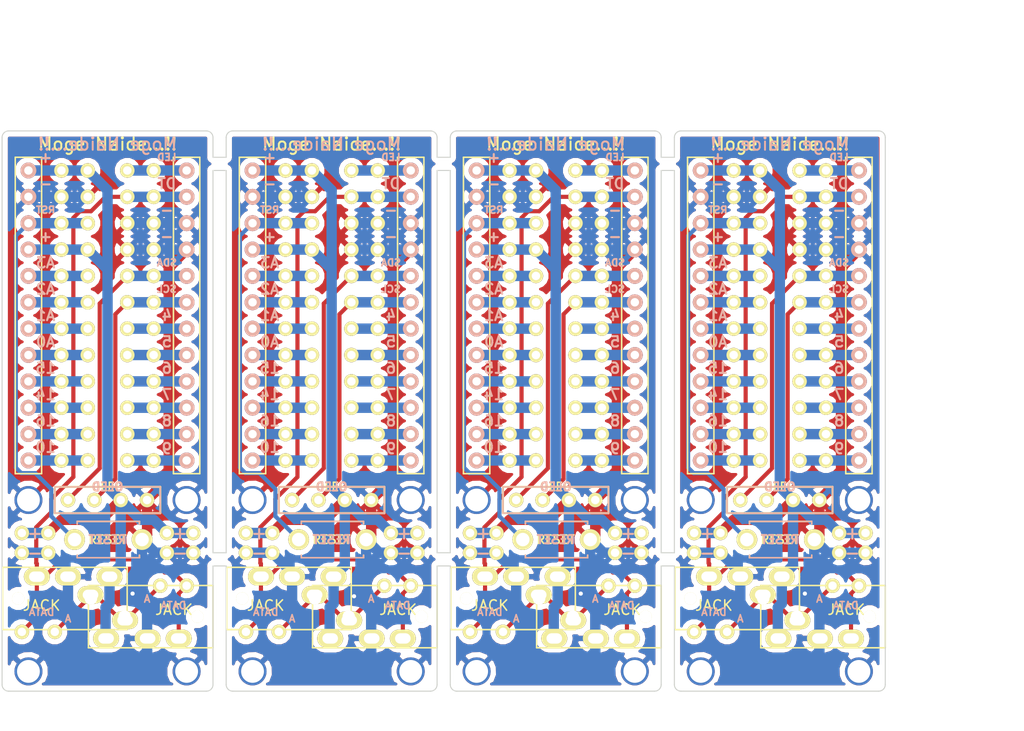
<source format=kicad_pcb>
(kicad_pcb (version 20171130) (host pcbnew 5.0.2-bee76a0~70~ubuntu18.04.1)
  (title_block (title "Cherry Mx Bitboard") (date 2016-06-21) (rev 1))
  (layers (0 F.Cu signal) (31 B.Cu signal) (34 B.Paste user) (35 F.Paste user) (36 B.SilkS user) (37 F.SilkS user) (38 B.Mask user) (39 F.Mask user) (44 Edge.Cuts user))
  (net 0 "")
  (net 1 VCC)
  (net 2 GND)
  (net 3 DATA)
  (net 4 SDA)
  (net 5 SCL)
  (net 6 "Net-(PLED1-Pad1)")
  (net 7 "Net-(PM4-Pad1)")
  (net 8 "Net-(PM5-Pad1)")
  (net 9 "Net-(PM6-Pad1)")
  (net 10 "Net-(PM7-Pad1)")
  (net 11 "Net-(PM8-Pad1)")
  (net 12 "Net-(PM9-Pad1)")
  (net 13 "Net-(PM10-Pad1)")
  (net 14 "Net-(PM14-Pad1)")
  (net 15 "Net-(PM15-Pad1)")
  (net 16 "Net-(PM16-Pad1)")
  (net 17 "Net-(PM18-Pad1)")
  (net 18 "Net-(PM19-Pad1)")
  (net 19 "Net-(PM20-Pad1)")
  (net 20 "Net-(PM21-Pad1)")
  (net 21 RESET)
  (module MYLIB:HOLE_M2 (layer F.Cu) (at 158.115 80.645)
    (fp_text reference HOLE_M2 hide)
    (fp_text value VAL** hide)
    (pad "" thru_hole circle (at 0 0) (size 2.7 2.7) (drill 2.2) (layers *.Cu *.Mask) (net 2 GND) (clearance 0.4))
  )
  (module MYLIB:HOLE_M2 (layer F.Cu) (at 173.355 80.645)
    (fp_text reference HOLE_M2 hide)
    (fp_text value VAL** hide)
    (pad "" thru_hole circle (at 0 0) (size 2.7 2.7) (drill 2.2) (layers *.Cu *.Mask) (net 2 GND) (clearance 0.4))
  )
  (module MYLIB:HOLE_M2 (layer F.Cu) (at 173.355 97.155)
    (fp_text reference HOLE_M2 hide)
    (fp_text value VAL** hide)
    (pad "" thru_hole circle (at 0 0) (size 2.7 2.7) (drill 2.2) (layers *.Cu *.Mask) (net 2 GND) (clearance 0.4))
  )
  (module MYLIB:HOLE_M2 (layer F.Cu) (at 158.115 97.155)
    (fp_text reference HOLE_M2 hide)
    (fp_text value VAL** hide)
    (pad "" thru_hole circle (at 0 0) (size 2.7 2.7) (drill 2.2) (layers *.Cu *.Mask) (net 2 GND) (clearance 0.4))
  )
  (module MYLIB:HOLE_M2 (layer F.Cu) (at 136.525 97.155)
    (fp_text reference HOLE_M2 hide)
    (fp_text value VAL** hide)
    (pad "" thru_hole circle (at 0 0) (size 2.7 2.7) (drill 2.2) (layers *.Cu *.Mask) (net 2 GND) (clearance 0.4))
  )
  (module MYLIB:HOLE_M2 (layer F.Cu) (at 136.525 80.645)
    (fp_text reference HOLE_M2 hide)
    (fp_text value VAL** hide)
    (pad "" thru_hole circle (at 0 0) (size 2.7 2.7) (drill 2.2) (layers *.Cu *.Mask) (net 2 GND) (clearance 0.4))
  )
  (module MYLIB:HOLE_M2 (layer F.Cu) (at 151.765 80.645)
    (fp_text reference HOLE_M2 hide)
    (fp_text value VAL** hide)
    (pad "" thru_hole circle (at 0 0) (size 2.7 2.7) (drill 2.2) (layers *.Cu *.Mask) (net 2 GND) (clearance 0.4))
  )
  (module MYLIB:HOLE_M2 (layer F.Cu) (at 151.765 97.155)
    (fp_text reference HOLE_M2 hide)
    (fp_text value VAL** hide)
    (pad "" thru_hole circle (at 0 0) (size 2.7 2.7) (drill 2.2) (layers *.Cu *.Mask) (net 2 GND) (clearance 0.4))
  )
  (module MYLIB:HOLE_M2 (layer F.Cu) (at 130.175 80.645)
    (fp_text reference HOLE_M2 hide)
    (fp_text value VAL** hide)
    (pad "" thru_hole circle (at 0 0) (size 2.7 2.7) (drill 2.2) (layers *.Cu *.Mask) (net 2 GND) (clearance 0.4))
  )
  (module MYLIB:HOLE_M2 (layer F.Cu) (at 114.935 80.645)
    (fp_text reference HOLE_M2 hide)
    (fp_text value VAL** hide)
    (pad "" thru_hole circle (at 0 0) (size 2.7 2.7) (drill 2.2) (layers *.Cu *.Mask) (net 2 GND) (clearance 0.4))
  )
  (module MYLIB:HOLE_M2 (layer F.Cu) (at 130.175 97.155)
    (fp_text reference HOLE_M2 hide)
    (fp_text value VAL** hide)
    (pad "" thru_hole circle (at 0 0) (size 2.7 2.7) (drill 2.2) (layers *.Cu *.Mask) (net 2 GND) (clearance 0.4))
  )
  (module MYLIB:HOLE_M2 (layer F.Cu) (at 114.935 97.155)
    (fp_text reference HOLE_M2 hide)
    (fp_text value VAL** hide)
    (pad "" thru_hole circle (at 0 0) (size 2.7 2.7) (drill 2.2) (layers *.Cu *.Mask) (net 2 GND) (clearance 0.4))
  )
  (module MYLIB:HOLE_M2 (layer F.Cu) (at 108.585 80.645)
    (fp_text reference HOLE_M2 hide)
    (fp_text value VAL** hide)
    (pad "" thru_hole circle (at 0 0) (size 2.7 2.7) (drill 2.2) (layers *.Cu *.Mask) (net 2 GND) (clearance 0.4))
  )
  (module MYLIB:HOLE_M2 (layer F.Cu) (at 108.585 97.155)
    (fp_text reference HOLE_M2 hide)
    (fp_text value VAL** hide)
    (pad "" thru_hole circle (at 0 0) (size 2.7 2.7) (drill 2.2) (layers *.Cu *.Mask) (net 2 GND) (clearance 0.4))
  )
  (module MYLIB:HOLE_M2 (layer F.Cu) (at 93.345 97.155)
    (fp_text reference HOLE_M2 hide)
    (fp_text value VAL** hide)
    (pad "" thru_hole circle (at 0 0) (size 2.7 2.7) (drill 2.2) (layers *.Cu *.Mask) (net 2 GND) (clearance 0.4))
  )
  (module MYLIB:1PIN_0.1 (layer F.Cu) (at 161.29 51.435)
    (fp_text reference P2 hide)
    (fp_text value CONN_01X01 hide)
    (pad GND thru_hole circle (at 0 0) (size 1.397 1.397) (drill 0.8128) (layers *.Cu *.Mask F.SilkS) (net 2 GND))
  )
  (module MYLIB:1PIN_0.1 (layer F.Cu) (at 139.7 51.435)
    (fp_text reference P2 hide)
    (fp_text value CONN_01X01 hide)
    (pad GND thru_hole circle (at 0 0) (size 1.397 1.397) (drill 0.8128) (layers *.Cu *.Mask F.SilkS) (net 2 GND))
  )
  (module MYLIB:1PIN_0.1 (layer F.Cu) (at 118.11 51.435)
    (fp_text reference P2 hide)
    (fp_text value CONN_01X01 hide)
    (pad GND thru_hole circle (at 0 0) (size 1.397 1.397) (drill 0.8128) (layers *.Cu *.Mask F.SilkS) (net 2 GND))
  )
  (module MYLIB:1PIN_0.1 (layer F.Cu) (at 163.83 59.055)
    (fp_text reference P2 hide)
    (fp_text value CONN_01X01 hide)
    (pad 20 thru_hole circle (at 0 0) (size 1.397 1.397) (drill 0.8128) (layers *.Cu *.Mask F.SilkS) (net 20 "Net-(PM21-Pad1)"))
  )
  (module MYLIB:1PIN_0.1 (layer F.Cu) (at 142.24 59.055)
    (fp_text reference P2 hide)
    (fp_text value CONN_01X01 hide)
    (pad 20 thru_hole circle (at 0 0) (size 1.397 1.397) (drill 0.8128) (layers *.Cu *.Mask F.SilkS) (net 20 "Net-(PM21-Pad1)"))
  )
  (module MYLIB:1PIN_0.1 (layer F.Cu) (at 120.65 59.055)
    (fp_text reference P2 hide)
    (fp_text value CONN_01X01 hide)
    (pad 20 thru_hole circle (at 0 0) (size 1.397 1.397) (drill 0.8128) (layers *.Cu *.Mask F.SilkS) (net 20 "Net-(PM21-Pad1)"))
  )
  (module MYLIB:1PIN_0.1 (layer F.Cu) (at 163.83 48.895)
    (fp_text reference P2 hide)
    (fp_text value CONN_01X01 hide)
    (pad VCC thru_hole circle (at 0 0) (size 1.397 1.397) (drill 0.8128) (layers *.Cu *.Mask F.SilkS) (net 1 VCC))
  )
  (module MYLIB:1PIN_0.1 (layer F.Cu) (at 142.24 48.895)
    (fp_text reference P2 hide)
    (fp_text value CONN_01X01 hide)
    (pad VCC thru_hole circle (at 0 0) (size 1.397 1.397) (drill 0.8128) (layers *.Cu *.Mask F.SilkS) (net 1 VCC))
  )
  (module MYLIB:1PIN_0.1 (layer F.Cu) (at 120.65 48.895)
    (fp_text reference P2 hide)
    (fp_text value CONN_01X01 hide)
    (pad VCC thru_hole circle (at 0 0) (size 1.397 1.397) (drill 0.8128) (layers *.Cu *.Mask F.SilkS) (net 1 VCC))
  )
  (module MYLIB:1PIN_0.1 (layer F.Cu) (at 163.83 53.975)
    (fp_text reference P2 hide)
    (fp_text value CONN_01X01 hide)
    (pad RESE thru_hole circle (at 0 0) (size 1.397 1.397) (drill 0.8128) (layers *.Cu *.Mask F.SilkS) (net 21 RESET))
  )
  (module MYLIB:1PIN_0.1 (layer F.Cu) (at 142.24 53.975)
    (fp_text reference P2 hide)
    (fp_text value CONN_01X01 hide)
    (pad RESE thru_hole circle (at 0 0) (size 1.397 1.397) (drill 0.8128) (layers *.Cu *.Mask F.SilkS) (net 21 RESET))
  )
  (module MYLIB:1PIN_0.1 (layer F.Cu) (at 120.65 53.975)
    (fp_text reference P2 hide)
    (fp_text value CONN_01X01 hide)
    (pad RESE thru_hole circle (at 0 0) (size 1.397 1.397) (drill 0.8128) (layers *.Cu *.Mask F.SilkS) (net 21 RESET))
  )
  (module MYLIB:1PIN_0.1 (layer F.Cu) (at 163.83 56.515)
    (fp_text reference P2 hide)
    (fp_text value CONN_01X01 hide)
    (pad VCC thru_hole circle (at 0 0) (size 1.397 1.397) (drill 0.8128) (layers *.Cu *.Mask F.SilkS) (net 1 VCC))
  )
  (module MYLIB:1PIN_0.1 (layer F.Cu) (at 142.24 56.515)
    (fp_text reference P2 hide)
    (fp_text value CONN_01X01 hide)
    (pad VCC thru_hole circle (at 0 0) (size 1.397 1.397) (drill 0.8128) (layers *.Cu *.Mask F.SilkS) (net 1 VCC))
  )
  (module MYLIB:1PIN_0.1 (layer F.Cu) (at 120.65 56.515)
    (fp_text reference P2 hide)
    (fp_text value CONN_01X01 hide)
    (pad VCC thru_hole circle (at 0 0) (size 1.397 1.397) (drill 0.8128) (layers *.Cu *.Mask F.SilkS) (net 1 VCC))
  )
  (module MYLIB:1PIN_0.1 (layer F.Cu) (at 163.83 51.435)
    (fp_text reference P2 hide)
    (fp_text value CONN_01X01 hide)
    (pad GND thru_hole circle (at 0 0) (size 1.397 1.397) (drill 0.8128) (layers *.Cu *.Mask F.SilkS) (net 2 GND))
  )
  (module MYLIB:1PIN_0.1 (layer F.Cu) (at 142.24 51.435)
    (fp_text reference P2 hide)
    (fp_text value CONN_01X01 hide)
    (pad GND thru_hole circle (at 0 0) (size 1.397 1.397) (drill 0.8128) (layers *.Cu *.Mask F.SilkS) (net 2 GND))
  )
  (module MYLIB:1PIN_0.1 (layer F.Cu) (at 120.65 51.435)
    (fp_text reference P2 hide)
    (fp_text value CONN_01X01 hide)
    (pad GND thru_hole circle (at 0 0) (size 1.397 1.397) (drill 0.8128) (layers *.Cu *.Mask F.SilkS) (net 2 GND))
  )
  (module MYLIB:1PIN_0.1 (layer F.Cu) (at 170.18 61.595)
    (fp_text reference P2 hide)
    (fp_text value CONN_01X01 hide)
    (pad SCL thru_hole circle (at 0 0) (size 1.397 1.397) (drill 0.8128) (layers *.Cu *.Mask F.SilkS) (net 5 SCL))
  )
  (module MYLIB:1PIN_0.1 (layer F.Cu) (at 148.59 61.595)
    (fp_text reference P2 hide)
    (fp_text value CONN_01X01 hide)
    (pad SCL thru_hole circle (at 0 0) (size 1.397 1.397) (drill 0.8128) (layers *.Cu *.Mask F.SilkS) (net 5 SCL))
  )
  (module MYLIB:1PIN_0.1 (layer F.Cu) (at 127 61.595)
    (fp_text reference P2 hide)
    (fp_text value CONN_01X01 hide)
    (pad SCL thru_hole circle (at 0 0) (size 1.397 1.397) (drill 0.8128) (layers *.Cu *.Mask F.SilkS) (net 5 SCL))
  )
  (module MYLIB:1PIN_0.1 (layer F.Cu) (at 170.18 48.895)
    (fp_text reference P2 hide)
    (fp_text value CONN_01X01 hide)
    (pad PLED thru_hole circle (at 0 0) (size 1.397 1.397) (drill 0.8128) (layers *.Cu *.Mask F.SilkS) (net 6 "Net-(PLED1-Pad1)"))
  )
  (module MYLIB:1PIN_0.1 (layer F.Cu) (at 148.59 48.895)
    (fp_text reference P2 hide)
    (fp_text value CONN_01X01 hide)
    (pad PLED thru_hole circle (at 0 0) (size 1.397 1.397) (drill 0.8128) (layers *.Cu *.Mask F.SilkS) (net 6 "Net-(PLED1-Pad1)"))
  )
  (module MYLIB:1PIN_0.1 (layer F.Cu) (at 127 48.895)
    (fp_text reference P2 hide)
    (fp_text value CONN_01X01 hide)
    (pad PLED thru_hole circle (at 0 0) (size 1.397 1.397) (drill 0.8128) (layers *.Cu *.Mask F.SilkS) (net 6 "Net-(PLED1-Pad1)"))
  )
  (module MYLIB:1PIN_0.1 (layer F.Cu) (at 170.18 59.055)
    (fp_text reference P2 hide)
    (fp_text value CONN_01X01 hide)
    (pad SDA thru_hole circle (at 0 0) (size 1.397 1.397) (drill 0.8128) (layers *.Cu *.Mask F.SilkS) (net 4 SDA))
  )
  (module MYLIB:1PIN_0.1 (layer F.Cu) (at 148.59 59.055)
    (fp_text reference P2 hide)
    (fp_text value CONN_01X01 hide)
    (pad SDA thru_hole circle (at 0 0) (size 1.397 1.397) (drill 0.8128) (layers *.Cu *.Mask F.SilkS) (net 4 SDA))
  )
  (module MYLIB:1PIN_0.1 (layer F.Cu) (at 127 59.055)
    (fp_text reference P2 hide)
    (fp_text value CONN_01X01 hide)
    (pad SDA thru_hole circle (at 0 0) (size 1.397 1.397) (drill 0.8128) (layers *.Cu *.Mask F.SilkS) (net 4 SDA))
  )
  (module MYLIB:1PIN_0.1 (layer F.Cu) (at 170.18 53.975)
    (fp_text reference P2 hide)
    (fp_text value CONN_01X01 hide)
    (pad GND thru_hole circle (at 0 0) (size 1.397 1.397) (drill 0.8128) (layers *.Cu *.Mask F.SilkS) (net 2 GND))
  )
  (module MYLIB:1PIN_0.1 (layer F.Cu) (at 148.59 53.975)
    (fp_text reference P2 hide)
    (fp_text value CONN_01X01 hide)
    (pad GND thru_hole circle (at 0 0) (size 1.397 1.397) (drill 0.8128) (layers *.Cu *.Mask F.SilkS) (net 2 GND))
  )
  (module MYLIB:1PIN_0.1 (layer F.Cu) (at 127 53.975)
    (fp_text reference P2 hide)
    (fp_text value CONN_01X01 hide)
    (pad GND thru_hole circle (at 0 0) (size 1.397 1.397) (drill 0.8128) (layers *.Cu *.Mask F.SilkS) (net 2 GND))
  )
  (module MYLIB:1PIN_0.1 (layer F.Cu) (at 170.18 51.435)
    (fp_text reference P2 hide)
    (fp_text value CONN_01X01 hide)
    (pad DATA thru_hole circle (at 0 0) (size 1.397 1.397) (drill 0.8128) (layers *.Cu *.Mask F.SilkS) (net 3 DATA))
  )
  (module MYLIB:1PIN_0.1 (layer F.Cu) (at 148.59 51.435)
    (fp_text reference P2 hide)
    (fp_text value CONN_01X01 hide)
    (pad DATA thru_hole circle (at 0 0) (size 1.397 1.397) (drill 0.8128) (layers *.Cu *.Mask F.SilkS) (net 3 DATA))
  )
  (module MYLIB:1PIN_0.1 (layer F.Cu) (at 127 51.435)
    (fp_text reference P2 hide)
    (fp_text value CONN_01X01 hide)
    (pad DATA thru_hole circle (at 0 0) (size 1.397 1.397) (drill 0.8128) (layers *.Cu *.Mask F.SilkS) (net 3 DATA))
  )
  (module MYLIB:1PIN_0.1 (layer F.Cu) (at 170.18 56.515)
    (fp_text reference P2 hide)
    (fp_text value CONN_01X01 hide)
    (pad GND thru_hole circle (at 0 0) (size 1.397 1.397) (drill 0.8128) (layers *.Cu *.Mask F.SilkS) (net 2 GND))
  )
  (module MYLIB:1PIN_0.1 (layer F.Cu) (at 148.59 56.515)
    (fp_text reference P2 hide)
    (fp_text value CONN_01X01 hide)
    (pad GND thru_hole circle (at 0 0) (size 1.397 1.397) (drill 0.8128) (layers *.Cu *.Mask F.SilkS) (net 2 GND))
  )
  (module MYLIB:1PIN_0.1 (layer F.Cu) (at 127 56.515)
    (fp_text reference P2 hide)
    (fp_text value CONN_01X01 hide)
    (pad GND thru_hole circle (at 0 0) (size 1.397 1.397) (drill 0.8128) (layers *.Cu *.Mask F.SilkS) (net 2 GND))
  )
  (module MYLIB:1PIN_0.1 (layer F.Cu) (at 161.29 59.055)
    (fp_text reference P2 hide)
    (fp_text value CONN_01X01 hide)
    (pad 20 thru_hole circle (at 0 0) (size 1.397 1.397) (drill 0.8128) (layers *.Cu *.Mask F.SilkS) (net 20 "Net-(PM21-Pad1)"))
  )
  (module MYLIB:1PIN_0.1 (layer F.Cu) (at 139.7 59.055)
    (fp_text reference P2 hide)
    (fp_text value CONN_01X01 hide)
    (pad 20 thru_hole circle (at 0 0) (size 1.397 1.397) (drill 0.8128) (layers *.Cu *.Mask F.SilkS) (net 20 "Net-(PM21-Pad1)"))
  )
  (module MYLIB:1PIN_0.1 (layer F.Cu) (at 118.11 59.055)
    (fp_text reference P2 hide)
    (fp_text value CONN_01X01 hide)
    (pad 20 thru_hole circle (at 0 0) (size 1.397 1.397) (drill 0.8128) (layers *.Cu *.Mask F.SilkS) (net 20 "Net-(PM21-Pad1)"))
  )
  (module MYLIB:1PIN_0.1 (layer F.Cu) (at 161.29 56.515)
    (fp_text reference P2 hide)
    (fp_text value CONN_01X01 hide)
    (pad VCC thru_hole circle (at 0 0) (size 1.397 1.397) (drill 0.8128) (layers *.Cu *.Mask F.SilkS) (net 1 VCC))
  )
  (module MYLIB:1PIN_0.1 (layer F.Cu) (at 139.7 56.515)
    (fp_text reference P2 hide)
    (fp_text value CONN_01X01 hide)
    (pad VCC thru_hole circle (at 0 0) (size 1.397 1.397) (drill 0.8128) (layers *.Cu *.Mask F.SilkS) (net 1 VCC))
  )
  (module MYLIB:1PIN_0.1 (layer F.Cu) (at 118.11 56.515)
    (fp_text reference P2 hide)
    (fp_text value CONN_01X01 hide)
    (pad VCC thru_hole circle (at 0 0) (size 1.397 1.397) (drill 0.8128) (layers *.Cu *.Mask F.SilkS) (net 1 VCC))
  )
  (module MYLIB:1PIN_0.1 (layer F.Cu) (at 161.29 53.975)
    (fp_text reference P2 hide)
    (fp_text value CONN_01X01 hide)
    (pad RESE thru_hole circle (at 0 0) (size 1.397 1.397) (drill 0.8128) (layers *.Cu *.Mask F.SilkS) (net 21 RESET))
  )
  (module MYLIB:1PIN_0.1 (layer F.Cu) (at 139.7 53.975)
    (fp_text reference P2 hide)
    (fp_text value CONN_01X01 hide)
    (pad RESE thru_hole circle (at 0 0) (size 1.397 1.397) (drill 0.8128) (layers *.Cu *.Mask F.SilkS) (net 21 RESET))
  )
  (module MYLIB:1PIN_0.1 (layer F.Cu) (at 118.11 53.975)
    (fp_text reference P2 hide)
    (fp_text value CONN_01X01 hide)
    (pad RESE thru_hole circle (at 0 0) (size 1.397 1.397) (drill 0.8128) (layers *.Cu *.Mask F.SilkS) (net 21 RESET))
  )
  (module MYLIB:1PIN_0.1 (layer F.Cu) (at 161.29 48.895)
    (fp_text reference P2 hide)
    (fp_text value CONN_01X01 hide)
    (pad VCC thru_hole circle (at 0 0) (size 1.397 1.397) (drill 0.8128) (layers *.Cu *.Mask F.SilkS) (net 1 VCC))
  )
  (module MYLIB:1PIN_0.1 (layer F.Cu) (at 139.7 48.895)
    (fp_text reference P2 hide)
    (fp_text value CONN_01X01 hide)
    (pad VCC thru_hole circle (at 0 0) (size 1.397 1.397) (drill 0.8128) (layers *.Cu *.Mask F.SilkS) (net 1 VCC))
  )
  (module MYLIB:1PIN_0.1 (layer F.Cu) (at 118.11 48.895)
    (fp_text reference P2 hide)
    (fp_text value CONN_01X01 hide)
    (pad VCC thru_hole circle (at 0 0) (size 1.397 1.397) (drill 0.8128) (layers *.Cu *.Mask F.SilkS) (net 1 VCC))
  )
  (module MYLIB:SW_3.5x6.0_TH (layer F.Cu) (at 165.81 84.455)
    (fp_text reference RESET1 hide)
    (fp_text value RESET (at -0.075 0) (layer F.SilkS) (effects (font (size 0.8128 0.8128))))
    (pad 2 thru_hole circle (at 3.25 0) (size 2 2) (drill 1.3) (layers *.Cu *.Mask F.SilkS) (net 2 GND))
    (pad 1 thru_hole circle (at -3.25 0) (size 2 2) (drill 1.3) (layers *.Cu *.Mask F.SilkS) (net 21 RESET))
  )
  (module MYLIB:SW_3.5x6.0_TH (layer F.Cu) (at 144.22 84.455)
    (fp_text reference RESET1 hide)
    (fp_text value RESET (at -0.075 0) (layer F.SilkS) (effects (font (size 0.8128 0.8128))))
    (pad 2 thru_hole circle (at 3.25 0) (size 2 2) (drill 1.3) (layers *.Cu *.Mask F.SilkS) (net 2 GND))
    (pad 1 thru_hole circle (at -3.25 0) (size 2 2) (drill 1.3) (layers *.Cu *.Mask F.SilkS) (net 21 RESET))
  )
  (module MYLIB:SW_3.5x6.0_TH (layer F.Cu) (at 122.63 84.455)
    (fp_text reference RESET1 hide)
    (fp_text value RESET (at -0.075 0) (layer F.SilkS) (effects (font (size 0.8128 0.8128))))
    (pad 2 thru_hole circle (at 3.25 0) (size 2 2) (drill 1.3) (layers *.Cu *.Mask F.SilkS) (net 2 GND))
    (pad 1 thru_hole circle (at -3.25 0) (size 2 2) (drill 1.3) (layers *.Cu *.Mask F.SilkS) (net 21 RESET))
  )
  (module helix:MJ-4PP-9_rev2 (layer F.Cu) (at 155.625 90.13 90)
    (fp_text reference JACK (at -0.675 3.76 180) (layer F.SilkS))
    (fp_text value MJ-4PP-9 hide)
    (pad "" np_thru_hole circle (at 0 8.509 90) (size 1.2 1.2) (drill 1.2) (layers *.Cu *.Mask F.SilkS))
    (pad "" np_thru_hole circle (at 0 1.4986 90) (size 1.2 1.2) (drill 1.2) (layers *.Cu *.Mask F.SilkS))
    (pad A thru_hole oval (at -2.1 11.8 90) (size 1.7 2.5) (drill oval 1 1.5) (layers *.Cu *.Mask F.SilkS) (clearance 0.15))
    (pad D thru_hole oval (at 2.1 10.3 90) (size 1.7 2.5) (drill oval 1 1.5) (layers *.Cu *.Mask F.SilkS) (net 1 VCC) (clearance 0.15))
    (pad C thru_hole oval (at 2.1 6.3 90) (size 1.7 2.5) (drill oval 1 1.5) (layers *.Cu *.Mask F.SilkS) (net 2 GND))
    (pad B thru_hole oval (at 2.1 3.3 90) (size 1.7 2.5) (drill oval 1 1.5) (layers *.Cu *.Mask F.SilkS) (net 3 DATA))
  )
  (module helix:MJ-4PP-9_rev2 (layer F.Cu) (at 134.035 90.13 90)
    (fp_text reference JACK (at -0.675 3.76 180) (layer F.SilkS))
    (fp_text value MJ-4PP-9 hide)
    (pad "" np_thru_hole circle (at 0 8.509 90) (size 1.2 1.2) (drill 1.2) (layers *.Cu *.Mask F.SilkS))
    (pad "" np_thru_hole circle (at 0 1.4986 90) (size 1.2 1.2) (drill 1.2) (layers *.Cu *.Mask F.SilkS))
    (pad A thru_hole oval (at -2.1 11.8 90) (size 1.7 2.5) (drill oval 1 1.5) (layers *.Cu *.Mask F.SilkS) (clearance 0.15))
    (pad D thru_hole oval (at 2.1 10.3 90) (size 1.7 2.5) (drill oval 1 1.5) (layers *.Cu *.Mask F.SilkS) (net 1 VCC) (clearance 0.15))
    (pad C thru_hole oval (at 2.1 6.3 90) (size 1.7 2.5) (drill oval 1 1.5) (layers *.Cu *.Mask F.SilkS) (net 2 GND))
    (pad B thru_hole oval (at 2.1 3.3 90) (size 1.7 2.5) (drill oval 1 1.5) (layers *.Cu *.Mask F.SilkS) (net 3 DATA))
  )
  (module helix:MJ-4PP-9_rev2 (layer F.Cu) (at 112.445 90.13 90)
    (fp_text reference JACK (at -0.675 3.76 180) (layer F.SilkS))
    (fp_text value MJ-4PP-9 hide)
    (pad "" np_thru_hole circle (at 0 8.509 90) (size 1.2 1.2) (drill 1.2) (layers *.Cu *.Mask F.SilkS))
    (pad "" np_thru_hole circle (at 0 1.4986 90) (size 1.2 1.2) (drill 1.2) (layers *.Cu *.Mask F.SilkS))
    (pad A thru_hole oval (at -2.1 11.8 90) (size 1.7 2.5) (drill oval 1 1.5) (layers *.Cu *.Mask F.SilkS) (clearance 0.15))
    (pad D thru_hole oval (at 2.1 10.3 90) (size 1.7 2.5) (drill oval 1 1.5) (layers *.Cu *.Mask F.SilkS) (net 1 VCC) (clearance 0.15))
    (pad C thru_hole oval (at 2.1 6.3 90) (size 1.7 2.5) (drill oval 1 1.5) (layers *.Cu *.Mask F.SilkS) (net 2 GND))
    (pad B thru_hole oval (at 2.1 3.3 90) (size 1.7 2.5) (drill oval 1 1.5) (layers *.Cu *.Mask F.SilkS) (net 3 DATA))
  )
  (module helix:MJ-4PP-9_rev2 (layer F.Cu) (at 175.895 91.88 270)
    (fp_text reference JACK (at -0.675 3.76) (layer F.SilkS))
    (fp_text value MJ-4PP-9 hide)
    (pad B thru_hole oval (at 2.1 3.3 270) (size 1.7 2.5) (drill oval 1 1.5) (layers *.Cu *.Mask F.SilkS) (net 3 DATA))
    (pad C thru_hole oval (at 2.1 6.3 270) (size 1.7 2.5) (drill oval 1 1.5) (layers *.Cu *.Mask F.SilkS) (net 2 GND))
    (pad D thru_hole oval (at 2.1 10.3 270) (size 1.7 2.5) (drill oval 1 1.5) (layers *.Cu *.Mask F.SilkS) (net 1 VCC) (clearance 0.15))
    (pad A thru_hole oval (at -2.1 11.8 270) (size 1.7 2.5) (drill oval 1 1.5) (layers *.Cu *.Mask F.SilkS) (clearance 0.15))
    (pad "" np_thru_hole circle (at 0 1.4986 270) (size 1.2 1.2) (drill 1.2) (layers *.Cu *.Mask F.SilkS))
    (pad "" np_thru_hole circle (at 0 8.509 270) (size 1.2 1.2) (drill 1.2) (layers *.Cu *.Mask F.SilkS))
  )
  (module helix:MJ-4PP-9_rev2 (layer F.Cu) (at 154.305 91.88 270)
    (fp_text reference JACK (at -0.675 3.76) (layer F.SilkS))
    (fp_text value MJ-4PP-9 hide)
    (pad B thru_hole oval (at 2.1 3.3 270) (size 1.7 2.5) (drill oval 1 1.5) (layers *.Cu *.Mask F.SilkS) (net 3 DATA))
    (pad C thru_hole oval (at 2.1 6.3 270) (size 1.7 2.5) (drill oval 1 1.5) (layers *.Cu *.Mask F.SilkS) (net 2 GND))
    (pad D thru_hole oval (at 2.1 10.3 270) (size 1.7 2.5) (drill oval 1 1.5) (layers *.Cu *.Mask F.SilkS) (net 1 VCC) (clearance 0.15))
    (pad A thru_hole oval (at -2.1 11.8 270) (size 1.7 2.5) (drill oval 1 1.5) (layers *.Cu *.Mask F.SilkS) (clearance 0.15))
    (pad "" np_thru_hole circle (at 0 1.4986 270) (size 1.2 1.2) (drill 1.2) (layers *.Cu *.Mask F.SilkS))
    (pad "" np_thru_hole circle (at 0 8.509 270) (size 1.2 1.2) (drill 1.2) (layers *.Cu *.Mask F.SilkS))
  )
  (module helix:MJ-4PP-9_rev2 (layer F.Cu) (at 132.715 91.88 270)
    (fp_text reference JACK (at -0.675 3.76) (layer F.SilkS))
    (fp_text value MJ-4PP-9 hide)
    (pad B thru_hole oval (at 2.1 3.3 270) (size 1.7 2.5) (drill oval 1 1.5) (layers *.Cu *.Mask F.SilkS) (net 3 DATA))
    (pad C thru_hole oval (at 2.1 6.3 270) (size 1.7 2.5) (drill oval 1 1.5) (layers *.Cu *.Mask F.SilkS) (net 2 GND))
    (pad D thru_hole oval (at 2.1 10.3 270) (size 1.7 2.5) (drill oval 1 1.5) (layers *.Cu *.Mask F.SilkS) (net 1 VCC) (clearance 0.15))
    (pad A thru_hole oval (at -2.1 11.8 270) (size 1.7 2.5) (drill oval 1 1.5) (layers *.Cu *.Mask F.SilkS) (clearance 0.15))
    (pad "" np_thru_hole circle (at 0 1.4986 270) (size 1.2 1.2) (drill 1.2) (layers *.Cu *.Mask F.SilkS))
    (pad "" np_thru_hole circle (at 0 8.509 270) (size 1.2 1.2) (drill 1.2) (layers *.Cu *.Mask F.SilkS))
  )
  (module MYLIB:1PIN_0.1 (layer F.Cu) (at 167.64 76.835)
    (fp_text reference P2 hide)
    (fp_text value CONN_01X01 hide)
    (pad 12 thru_hole circle (at 0 0) (size 1.397 1.397) (drill 0.8128) (layers *.Cu *.Mask F.SilkS) (net 12 "Net-(PM9-Pad1)"))
  )
  (module MYLIB:1PIN_0.1 (layer F.Cu) (at 146.05 76.835)
    (fp_text reference P2 hide)
    (fp_text value CONN_01X01 hide)
    (pad 12 thru_hole circle (at 0 0) (size 1.397 1.397) (drill 0.8128) (layers *.Cu *.Mask F.SilkS) (net 12 "Net-(PM9-Pad1)"))
  )
  (module MYLIB:1PIN_0.1 (layer F.Cu) (at 124.46 76.835)
    (fp_text reference P2 hide)
    (fp_text value CONN_01X01 hide)
    (pad 12 thru_hole circle (at 0 0) (size 1.397 1.397) (drill 0.8128) (layers *.Cu *.Mask F.SilkS) (net 12 "Net-(PM9-Pad1)"))
  )
  (module MYLIB:1PIN_0.1 (layer F.Cu) (at 167.64 74.295)
    (fp_text reference P2 hide)
    (fp_text value CONN_01X01 hide)
    (pad 11 thru_hole circle (at 0 0) (size 1.397 1.397) (drill 0.8128) (layers *.Cu *.Mask F.SilkS) (net 11 "Net-(PM8-Pad1)"))
  )
  (module MYLIB:1PIN_0.1 (layer F.Cu) (at 146.05 74.295)
    (fp_text reference P2 hide)
    (fp_text value CONN_01X01 hide)
    (pad 11 thru_hole circle (at 0 0) (size 1.397 1.397) (drill 0.8128) (layers *.Cu *.Mask F.SilkS) (net 11 "Net-(PM8-Pad1)"))
  )
  (module MYLIB:1PIN_0.1 (layer F.Cu) (at 124.46 74.295)
    (fp_text reference P2 hide)
    (fp_text value CONN_01X01 hide)
    (pad 11 thru_hole circle (at 0 0) (size 1.397 1.397) (drill 0.8128) (layers *.Cu *.Mask F.SilkS) (net 11 "Net-(PM8-Pad1)"))
  )
  (module MYLIB:1PIN_0.1 (layer F.Cu) (at 167.64 71.755)
    (fp_text reference P2 hide)
    (fp_text value CONN_01X01 hide)
    (pad 10 thru_hole circle (at 0 0) (size 1.397 1.397) (drill 0.8128) (layers *.Cu *.Mask F.SilkS) (net 10 "Net-(PM7-Pad1)"))
  )
  (module MYLIB:1PIN_0.1 (layer F.Cu) (at 146.05 71.755)
    (fp_text reference P2 hide)
    (fp_text value CONN_01X01 hide)
    (pad 10 thru_hole circle (at 0 0) (size 1.397 1.397) (drill 0.8128) (layers *.Cu *.Mask F.SilkS) (net 10 "Net-(PM7-Pad1)"))
  )
  (module MYLIB:1PIN_0.1 (layer F.Cu) (at 124.46 71.755)
    (fp_text reference P2 hide)
    (fp_text value CONN_01X01 hide)
    (pad 10 thru_hole circle (at 0 0) (size 1.397 1.397) (drill 0.8128) (layers *.Cu *.Mask F.SilkS) (net 10 "Net-(PM7-Pad1)"))
  )
  (module MYLIB:1PIN_0.1 (layer F.Cu) (at 167.64 64.135)
    (fp_text reference P2 hide)
    (fp_text value CONN_01X01 hide)
    (pad 7 thru_hole circle (at 0 0) (size 1.397 1.397) (drill 0.8128) (layers *.Cu *.Mask F.SilkS) (net 7 "Net-(PM4-Pad1)"))
  )
  (module MYLIB:1PIN_0.1 (layer F.Cu) (at 146.05 64.135)
    (fp_text reference P2 hide)
    (fp_text value CONN_01X01 hide)
    (pad 7 thru_hole circle (at 0 0) (size 1.397 1.397) (drill 0.8128) (layers *.Cu *.Mask F.SilkS) (net 7 "Net-(PM4-Pad1)"))
  )
  (module MYLIB:1PIN_0.1 (layer F.Cu) (at 124.46 64.135)
    (fp_text reference P2 hide)
    (fp_text value CONN_01X01 hide)
    (pad 7 thru_hole circle (at 0 0) (size 1.397 1.397) (drill 0.8128) (layers *.Cu *.Mask F.SilkS) (net 7 "Net-(PM4-Pad1)"))
  )
  (module MYLIB:1PIN_0.1 (layer F.Cu) (at 167.64 69.215)
    (fp_text reference P2 hide)
    (fp_text value CONN_01X01 hide)
    (pad 9 thru_hole circle (at 0 0) (size 1.397 1.397) (drill 0.8128) (layers *.Cu *.Mask F.SilkS) (net 9 "Net-(PM6-Pad1)"))
  )
  (module MYLIB:1PIN_0.1 (layer F.Cu) (at 146.05 69.215)
    (fp_text reference P2 hide)
    (fp_text value CONN_01X01 hide)
    (pad 9 thru_hole circle (at 0 0) (size 1.397 1.397) (drill 0.8128) (layers *.Cu *.Mask F.SilkS) (net 9 "Net-(PM6-Pad1)"))
  )
  (module MYLIB:1PIN_0.1 (layer F.Cu) (at 124.46 69.215)
    (fp_text reference P2 hide)
    (fp_text value CONN_01X01 hide)
    (pad 9 thru_hole circle (at 0 0) (size 1.397 1.397) (drill 0.8128) (layers *.Cu *.Mask F.SilkS) (net 9 "Net-(PM6-Pad1)"))
  )
  (module MYLIB:1PIN_0.1 (layer F.Cu) (at 167.64 66.675)
    (fp_text reference P2 hide)
    (fp_text value CONN_01X01 hide)
    (pad 8 thru_hole circle (at 0 0) (size 1.397 1.397) (drill 0.8128) (layers *.Cu *.Mask F.SilkS) (net 8 "Net-(PM5-Pad1)"))
  )
  (module MYLIB:1PIN_0.1 (layer F.Cu) (at 146.05 66.675)
    (fp_text reference P2 hide)
    (fp_text value CONN_01X01 hide)
    (pad 8 thru_hole circle (at 0 0) (size 1.397 1.397) (drill 0.8128) (layers *.Cu *.Mask F.SilkS) (net 8 "Net-(PM5-Pad1)"))
  )
  (module MYLIB:1PIN_0.1 (layer F.Cu) (at 124.46 66.675)
    (fp_text reference P2 hide)
    (fp_text value CONN_01X01 hide)
    (pad 8 thru_hole circle (at 0 0) (size 1.397 1.397) (drill 0.8128) (layers *.Cu *.Mask F.SilkS) (net 8 "Net-(PM5-Pad1)"))
  )
  (module MYLIB:1PIN_0.1 (layer F.Cu) (at 163.83 64.135)
    (fp_text reference P2 hide)
    (fp_text value CONN_01X01 hide)
    (pad 18 thru_hole circle (at 0 0) (size 1.397 1.397) (drill 0.8128) (layers *.Cu *.Mask F.SilkS) (net 18 "Net-(PM19-Pad1)"))
  )
  (module MYLIB:1PIN_0.1 (layer F.Cu) (at 142.24 64.135)
    (fp_text reference P2 hide)
    (fp_text value CONN_01X01 hide)
    (pad 18 thru_hole circle (at 0 0) (size 1.397 1.397) (drill 0.8128) (layers *.Cu *.Mask F.SilkS) (net 18 "Net-(PM19-Pad1)"))
  )
  (module MYLIB:1PIN_0.1 (layer F.Cu) (at 120.65 64.135)
    (fp_text reference P2 hide)
    (fp_text value CONN_01X01 hide)
    (pad 18 thru_hole circle (at 0 0) (size 1.397 1.397) (drill 0.8128) (layers *.Cu *.Mask F.SilkS) (net 18 "Net-(PM19-Pad1)"))
  )
  (module MYLIB:1PIN_0.1 (layer F.Cu) (at 163.83 66.675)
    (fp_text reference P2 hide)
    (fp_text value CONN_01X01 hide)
    (pad 17 thru_hole circle (at 0 0) (size 1.397 1.397) (drill 0.8128) (layers *.Cu *.Mask F.SilkS) (net 17 "Net-(PM18-Pad1)"))
  )
  (module MYLIB:1PIN_0.1 (layer F.Cu) (at 142.24 66.675)
    (fp_text reference P2 hide)
    (fp_text value CONN_01X01 hide)
    (pad 17 thru_hole circle (at 0 0) (size 1.397 1.397) (drill 0.8128) (layers *.Cu *.Mask F.SilkS) (net 17 "Net-(PM18-Pad1)"))
  )
  (module MYLIB:1PIN_0.1 (layer F.Cu) (at 120.65 66.675)
    (fp_text reference P2 hide)
    (fp_text value CONN_01X01 hide)
    (pad 17 thru_hole circle (at 0 0) (size 1.397 1.397) (drill 0.8128) (layers *.Cu *.Mask F.SilkS) (net 17 "Net-(PM18-Pad1)"))
  )
  (module MYLIB:1PIN_0.1 (layer F.Cu) (at 163.83 69.215)
    (fp_text reference P2 hide)
    (fp_text value CONN_01X01 hide)
    (pad 16 thru_hole circle (at 0 0) (size 1.397 1.397) (drill 0.8128) (layers *.Cu *.Mask F.SilkS) (net 15 "Net-(PM15-Pad1)"))
  )
  (module MYLIB:1PIN_0.1 (layer F.Cu) (at 142.24 69.215)
    (fp_text reference P2 hide)
    (fp_text value CONN_01X01 hide)
    (pad 16 thru_hole circle (at 0 0) (size 1.397 1.397) (drill 0.8128) (layers *.Cu *.Mask F.SilkS) (net 15 "Net-(PM15-Pad1)"))
  )
  (module MYLIB:1PIN_0.1 (layer F.Cu) (at 120.65 69.215)
    (fp_text reference P2 hide)
    (fp_text value CONN_01X01 hide)
    (pad 16 thru_hole circle (at 0 0) (size 1.397 1.397) (drill 0.8128) (layers *.Cu *.Mask F.SilkS) (net 15 "Net-(PM15-Pad1)"))
  )
  (module MYLIB:1PIN_0.1 (layer F.Cu) (at 163.83 76.835)
    (fp_text reference P2 hide)
    (fp_text value CONN_01X01 hide)
    (pad 13 thru_hole circle (at 0 0) (size 1.397 1.397) (drill 0.8128) (layers *.Cu *.Mask F.SilkS) (net 13 "Net-(PM10-Pad1)"))
  )
  (module MYLIB:1PIN_0.1 (layer F.Cu) (at 142.24 76.835)
    (fp_text reference P2 hide)
    (fp_text value CONN_01X01 hide)
    (pad 13 thru_hole circle (at 0 0) (size 1.397 1.397) (drill 0.8128) (layers *.Cu *.Mask F.SilkS) (net 13 "Net-(PM10-Pad1)"))
  )
  (module MYLIB:1PIN_0.1 (layer F.Cu) (at 120.65 76.835)
    (fp_text reference P2 hide)
    (fp_text value CONN_01X01 hide)
    (pad 13 thru_hole circle (at 0 0) (size 1.397 1.397) (drill 0.8128) (layers *.Cu *.Mask F.SilkS) (net 13 "Net-(PM10-Pad1)"))
  )
  (module MYLIB:1PIN_0.1 (layer F.Cu) (at 163.83 71.755)
    (fp_text reference P2 hide)
    (fp_text value CONN_01X01 hide)
    (pad 15 thru_hole circle (at 0 0) (size 1.397 1.397) (drill 0.8128) (layers *.Cu *.Mask F.SilkS) (net 14 "Net-(PM14-Pad1)"))
  )
  (module MYLIB:1PIN_0.1 (layer F.Cu) (at 142.24 71.755)
    (fp_text reference P2 hide)
    (fp_text value CONN_01X01 hide)
    (pad 15 thru_hole circle (at 0 0) (size 1.397 1.397) (drill 0.8128) (layers *.Cu *.Mask F.SilkS) (net 14 "Net-(PM14-Pad1)"))
  )
  (module MYLIB:1PIN_0.1 (layer F.Cu) (at 120.65 71.755)
    (fp_text reference P2 hide)
    (fp_text value CONN_01X01 hide)
    (pad 15 thru_hole circle (at 0 0) (size 1.397 1.397) (drill 0.8128) (layers *.Cu *.Mask F.SilkS) (net 14 "Net-(PM14-Pad1)"))
  )
  (module MYLIB:1PIN_0.1 (layer F.Cu) (at 163.83 74.295)
    (fp_text reference P2 hide)
    (fp_text value CONN_01X01 hide)
    (pad 14 thru_hole circle (at 0 0) (size 1.397 1.397) (drill 0.8128) (layers *.Cu *.Mask F.SilkS) (net 16 "Net-(PM16-Pad1)"))
  )
  (module MYLIB:1PIN_0.1 (layer F.Cu) (at 142.24 74.295)
    (fp_text reference P2 hide)
    (fp_text value CONN_01X01 hide)
    (pad 14 thru_hole circle (at 0 0) (size 1.397 1.397) (drill 0.8128) (layers *.Cu *.Mask F.SilkS) (net 16 "Net-(PM16-Pad1)"))
  )
  (module MYLIB:1PIN_0.1 (layer F.Cu) (at 120.65 74.295)
    (fp_text reference P2 hide)
    (fp_text value CONN_01X01 hide)
    (pad 14 thru_hole circle (at 0 0) (size 1.397 1.397) (drill 0.8128) (layers *.Cu *.Mask F.SilkS) (net 16 "Net-(PM16-Pad1)"))
  )
  (module MYLIB:1PIN_0.1 (layer F.Cu) (at 163.83 61.595)
    (fp_text reference P2 hide)
    (fp_text value CONN_01X01 hide)
    (pad 19 thru_hole circle (at 0 0) (size 1.397 1.397) (drill 0.8128) (layers *.Cu *.Mask F.SilkS) (net 19 "Net-(PM20-Pad1)"))
  )
  (module MYLIB:1PIN_0.1 (layer F.Cu) (at 142.24 61.595)
    (fp_text reference P2 hide)
    (fp_text value CONN_01X01 hide)
    (pad 19 thru_hole circle (at 0 0) (size 1.397 1.397) (drill 0.8128) (layers *.Cu *.Mask F.SilkS) (net 19 "Net-(PM20-Pad1)"))
  )
  (module MYLIB:1PIN_0.1 (layer F.Cu) (at 120.65 61.595)
    (fp_text reference P2 hide)
    (fp_text value CONN_01X01 hide)
    (pad 19 thru_hole circle (at 0 0) (size 1.397 1.397) (drill 0.8128) (layers *.Cu *.Mask F.SilkS) (net 19 "Net-(PM20-Pad1)"))
  )
  (module MYLIB:1PIN_0.1 (layer F.Cu) (at 173.99 85.725)
    (fp_text reference P2 hide)
    (fp_text value CONN_01X01 hide)
    (pad 1 thru_hole circle (at 0 0) (size 1.397 1.397) (drill 0.8128) (layers *.Cu *.Mask F.SilkS) (net 2 GND))
  )
  (module MYLIB:1PIN_0.1 (layer F.Cu) (at 152.4 85.725)
    (fp_text reference P2 hide)
    (fp_text value CONN_01X01 hide)
    (pad 1 thru_hole circle (at 0 0) (size 1.397 1.397) (drill 0.8128) (layers *.Cu *.Mask F.SilkS) (net 2 GND))
  )
  (module MYLIB:1PIN_0.1 (layer F.Cu) (at 130.81 85.725)
    (fp_text reference P2 hide)
    (fp_text value CONN_01X01 hide)
    (pad 1 thru_hole circle (at 0 0) (size 1.397 1.397) (drill 0.8128) (layers *.Cu *.Mask F.SilkS) (net 2 GND))
  )
  (module MYLIB:1PIN_0.1 (layer F.Cu) (at 171.45 85.725)
    (fp_text reference P2 hide)
    (fp_text value CONN_01X01 hide)
    (pad 1 thru_hole circle (at 0 0) (size 1.397 1.397) (drill 0.8128) (layers *.Cu *.Mask F.SilkS) (net 2 GND))
  )
  (module MYLIB:1PIN_0.1 (layer F.Cu) (at 149.86 85.725)
    (fp_text reference P2 hide)
    (fp_text value CONN_01X01 hide)
    (pad 1 thru_hole circle (at 0 0) (size 1.397 1.397) (drill 0.8128) (layers *.Cu *.Mask F.SilkS) (net 2 GND))
  )
  (module MYLIB:1PIN_0.1 (layer F.Cu) (at 128.27 85.725)
    (fp_text reference P2 hide)
    (fp_text value CONN_01X01 hide)
    (pad 1 thru_hole circle (at 0 0) (size 1.397 1.397) (drill 0.8128) (layers *.Cu *.Mask F.SilkS) (net 2 GND))
  )
  (module MYLIB:1PIN_0.1 (layer F.Cu) (at 171.45 83.82)
    (fp_text reference P2 hide)
    (fp_text value CONN_01X01 hide)
    (pad 1 thru_hole circle (at 0 0) (size 1.397 1.397) (drill 0.8128) (layers *.Cu *.Mask F.SilkS) (net 1 VCC))
  )
  (module MYLIB:1PIN_0.1 (layer F.Cu) (at 149.86 83.82)
    (fp_text reference P2 hide)
    (fp_text value CONN_01X01 hide)
    (pad 1 thru_hole circle (at 0 0) (size 1.397 1.397) (drill 0.8128) (layers *.Cu *.Mask F.SilkS) (net 1 VCC))
  )
  (module MYLIB:1PIN_0.1 (layer F.Cu) (at 128.27 83.82)
    (fp_text reference P2 hide)
    (fp_text value CONN_01X01 hide)
    (pad 1 thru_hole circle (at 0 0) (size 1.397 1.397) (drill 0.8128) (layers *.Cu *.Mask F.SilkS) (net 1 VCC))
  )
  (module MYLIB:1PIN_0.1 (layer F.Cu) (at 173.99 83.82)
    (fp_text reference P2 hide)
    (fp_text value CONN_01X01 hide)
    (pad 1 thru_hole circle (at 0 0) (size 1.397 1.397) (drill 0.8128) (layers *.Cu *.Mask F.SilkS) (net 1 VCC))
  )
  (module MYLIB:1PIN_0.1 (layer F.Cu) (at 152.4 83.82)
    (fp_text reference P2 hide)
    (fp_text value CONN_01X01 hide)
    (pad 1 thru_hole circle (at 0 0) (size 1.397 1.397) (drill 0.8128) (layers *.Cu *.Mask F.SilkS) (net 1 VCC))
  )
  (module MYLIB:1PIN_0.1 (layer F.Cu) (at 130.81 83.82)
    (fp_text reference P2 hide)
    (fp_text value CONN_01X01 hide)
    (pad 1 thru_hole circle (at 0 0) (size 1.397 1.397) (drill 0.8128) (layers *.Cu *.Mask F.SilkS) (net 1 VCC))
  )
  (module MYLIB:1PIN_0.1 (layer F.Cu) (at 157.48 85.725)
    (fp_text reference P2 hide)
    (fp_text value CONN_01X01 hide)
    (pad 1 thru_hole circle (at 0 0) (size 1.397 1.397) (drill 0.8128) (layers *.Cu *.Mask F.SilkS) (net 2 GND))
  )
  (module MYLIB:1PIN_0.1 (layer F.Cu) (at 135.89 85.725)
    (fp_text reference P2 hide)
    (fp_text value CONN_01X01 hide)
    (pad 1 thru_hole circle (at 0 0) (size 1.397 1.397) (drill 0.8128) (layers *.Cu *.Mask F.SilkS) (net 2 GND))
  )
  (module MYLIB:1PIN_0.1 (layer F.Cu) (at 114.3 85.725)
    (fp_text reference P2 hide)
    (fp_text value CONN_01X01 hide)
    (pad 1 thru_hole circle (at 0 0) (size 1.397 1.397) (drill 0.8128) (layers *.Cu *.Mask F.SilkS) (net 2 GND))
  )
  (module MYLIB:1PIN_0.1 (layer F.Cu) (at 160.02 85.725)
    (fp_text reference P2 hide)
    (fp_text value CONN_01X01 hide)
    (pad 1 thru_hole circle (at 0 0) (size 1.397 1.397) (drill 0.8128) (layers *.Cu *.Mask F.SilkS) (net 2 GND))
  )
  (module MYLIB:1PIN_0.1 (layer F.Cu) (at 138.43 85.725)
    (fp_text reference P2 hide)
    (fp_text value CONN_01X01 hide)
    (pad 1 thru_hole circle (at 0 0) (size 1.397 1.397) (drill 0.8128) (layers *.Cu *.Mask F.SilkS) (net 2 GND))
  )
  (module MYLIB:1PIN_0.1 (layer F.Cu) (at 116.84 85.725)
    (fp_text reference P2 hide)
    (fp_text value CONN_01X01 hide)
    (pad 1 thru_hole circle (at 0 0) (size 1.397 1.397) (drill 0.8128) (layers *.Cu *.Mask F.SilkS) (net 2 GND))
  )
  (module MYLIB:1PIN_0.1 (layer F.Cu) (at 157.48 83.82)
    (fp_text reference P2 hide)
    (fp_text value CONN_01X01 hide)
    (pad 1 thru_hole circle (at 0 0) (size 1.397 1.397) (drill 0.8128) (layers *.Cu *.Mask F.SilkS) (net 1 VCC))
  )
  (module MYLIB:1PIN_0.1 (layer F.Cu) (at 135.89 83.82)
    (fp_text reference P2 hide)
    (fp_text value CONN_01X01 hide)
    (pad 1 thru_hole circle (at 0 0) (size 1.397 1.397) (drill 0.8128) (layers *.Cu *.Mask F.SilkS) (net 1 VCC))
  )
  (module MYLIB:1PIN_0.1 (layer F.Cu) (at 114.3 83.82)
    (fp_text reference P2 hide)
    (fp_text value CONN_01X01 hide)
    (pad 1 thru_hole circle (at 0 0) (size 1.397 1.397) (drill 0.8128) (layers *.Cu *.Mask F.SilkS) (net 1 VCC))
  )
  (module MYLIB:1PIN_0.1 (layer F.Cu) (at 160.02 83.82)
    (fp_text reference P2 hide)
    (fp_text value CONN_01X01 hide)
    (pad 1 thru_hole circle (at 0 0) (size 1.397 1.397) (drill 0.8128) (layers *.Cu *.Mask F.SilkS) (net 1 VCC))
  )
  (module MYLIB:1PIN_0.1 (layer F.Cu) (at 138.43 83.82)
    (fp_text reference P2 hide)
    (fp_text value CONN_01X01 hide)
    (pad 1 thru_hole circle (at 0 0) (size 1.397 1.397) (drill 0.8128) (layers *.Cu *.Mask F.SilkS) (net 1 VCC))
  )
  (module MYLIB:1PIN_0.1 (layer F.Cu) (at 116.84 83.82)
    (fp_text reference P2 hide)
    (fp_text value CONN_01X01 hide)
    (pad 1 thru_hole circle (at 0 0) (size 1.397 1.397) (drill 0.8128) (layers *.Cu *.Mask F.SilkS) (net 1 VCC))
  )
  (module MYLIB:MY_SIL-4 (layer F.Cu) (at 161.925 80.645)
    (fp_text reference OLED (at 3.81 -1.27 180) (layer F.SilkS) (effects (font (size 0.8128 0.8128))))
    (fp_text value OLED hide)
    (pad 4 thru_hole circle (at 0 0) (size 1.397 1.397) (drill 0.8128) (layers *.Cu *.Mask F.SilkS) (net 4 SDA))
    (pad 3 thru_hole circle (at 2.54 0) (size 1.397 1.397) (drill 0.8128) (layers *.Cu *.Mask F.SilkS) (net 5 SCL))
    (pad 2 thru_hole circle (at 5.08 0) (size 1.397 1.397) (drill 0.8128) (layers *.Cu *.Mask F.SilkS) (net 1 VCC))
    (pad 1 thru_hole circle (at 7.62 0) (size 1.397 1.397) (drill 0.8128) (layers *.Cu *.Mask F.SilkS) (net 2 GND))
  )
  (module MYLIB:MY_SIL-4 (layer F.Cu) (at 140.335 80.645)
    (fp_text reference OLED (at 3.81 -1.27 180) (layer F.SilkS) (effects (font (size 0.8128 0.8128))))
    (fp_text value OLED hide)
    (pad 4 thru_hole circle (at 0 0) (size 1.397 1.397) (drill 0.8128) (layers *.Cu *.Mask F.SilkS) (net 4 SDA))
    (pad 3 thru_hole circle (at 2.54 0) (size 1.397 1.397) (drill 0.8128) (layers *.Cu *.Mask F.SilkS) (net 5 SCL))
    (pad 2 thru_hole circle (at 5.08 0) (size 1.397 1.397) (drill 0.8128) (layers *.Cu *.Mask F.SilkS) (net 1 VCC))
    (pad 1 thru_hole circle (at 7.62 0) (size 1.397 1.397) (drill 0.8128) (layers *.Cu *.Mask F.SilkS) (net 2 GND))
  )
  (module MYLIB:MY_SIL-4 (layer F.Cu) (at 118.745 80.645)
    (fp_text reference OLED (at 3.81 -1.27 180) (layer F.SilkS) (effects (font (size 0.8128 0.8128))))
    (fp_text value OLED hide)
    (pad 4 thru_hole circle (at 0 0) (size 1.397 1.397) (drill 0.8128) (layers *.Cu *.Mask F.SilkS) (net 4 SDA))
    (pad 3 thru_hole circle (at 2.54 0) (size 1.397 1.397) (drill 0.8128) (layers *.Cu *.Mask F.SilkS) (net 5 SCL))
    (pad 2 thru_hole circle (at 5.08 0) (size 1.397 1.397) (drill 0.8128) (layers *.Cu *.Mask F.SilkS) (net 1 VCC))
    (pad 1 thru_hole circle (at 7.62 0) (size 1.397 1.397) (drill 0.8128) (layers *.Cu *.Mask F.SilkS) (net 2 GND))
  )
  (module MYLIB:1PIN_0.1 (layer F.Cu) (at 170.18 66.675)
    (fp_text reference P2 hide)
    (fp_text value CONN_01X01 hide)
    (pad 8 thru_hole circle (at 0 0) (size 1.397 1.397) (drill 0.8128) (layers *.Cu *.Mask F.SilkS) (net 8 "Net-(PM5-Pad1)"))
  )
  (module MYLIB:1PIN_0.1 (layer F.Cu) (at 148.59 66.675)
    (fp_text reference P2 hide)
    (fp_text value CONN_01X01 hide)
    (pad 8 thru_hole circle (at 0 0) (size 1.397 1.397) (drill 0.8128) (layers *.Cu *.Mask F.SilkS) (net 8 "Net-(PM5-Pad1)"))
  )
  (module MYLIB:1PIN_0.1 (layer F.Cu) (at 127 66.675)
    (fp_text reference P2 hide)
    (fp_text value CONN_01X01 hide)
    (pad 8 thru_hole circle (at 0 0) (size 1.397 1.397) (drill 0.8128) (layers *.Cu *.Mask F.SilkS) (net 8 "Net-(PM5-Pad1)"))
  )
  (module MYLIB:1PIN_0.1 (layer F.Cu) (at 170.18 69.215)
    (fp_text reference P2 hide)
    (fp_text value CONN_01X01 hide)
    (pad 9 thru_hole circle (at 0 0) (size 1.397 1.397) (drill 0.8128) (layers *.Cu *.Mask F.SilkS) (net 9 "Net-(PM6-Pad1)"))
  )
  (module MYLIB:1PIN_0.1 (layer F.Cu) (at 148.59 69.215)
    (fp_text reference P2 hide)
    (fp_text value CONN_01X01 hide)
    (pad 9 thru_hole circle (at 0 0) (size 1.397 1.397) (drill 0.8128) (layers *.Cu *.Mask F.SilkS) (net 9 "Net-(PM6-Pad1)"))
  )
  (module MYLIB:1PIN_0.1 (layer F.Cu) (at 127 69.215)
    (fp_text reference P2 hide)
    (fp_text value CONN_01X01 hide)
    (pad 9 thru_hole circle (at 0 0) (size 1.397 1.397) (drill 0.8128) (layers *.Cu *.Mask F.SilkS) (net 9 "Net-(PM6-Pad1)"))
  )
  (module MYLIB:1PIN_0.1 (layer F.Cu) (at 170.18 64.135)
    (fp_text reference P2 hide)
    (fp_text value CONN_01X01 hide)
    (pad 7 thru_hole circle (at 0 0) (size 1.397 1.397) (drill 0.8128) (layers *.Cu *.Mask F.SilkS) (net 7 "Net-(PM4-Pad1)"))
  )
  (module MYLIB:1PIN_0.1 (layer F.Cu) (at 148.59 64.135)
    (fp_text reference P2 hide)
    (fp_text value CONN_01X01 hide)
    (pad 7 thru_hole circle (at 0 0) (size 1.397 1.397) (drill 0.8128) (layers *.Cu *.Mask F.SilkS) (net 7 "Net-(PM4-Pad1)"))
  )
  (module MYLIB:1PIN_0.1 (layer F.Cu) (at 127 64.135)
    (fp_text reference P2 hide)
    (fp_text value CONN_01X01 hide)
    (pad 7 thru_hole circle (at 0 0) (size 1.397 1.397) (drill 0.8128) (layers *.Cu *.Mask F.SilkS) (net 7 "Net-(PM4-Pad1)"))
  )
  (module MYLIB:1PIN_0.1 (layer F.Cu) (at 170.18 71.755)
    (fp_text reference P2 hide)
    (fp_text value CONN_01X01 hide)
    (pad 10 thru_hole circle (at 0 0) (size 1.397 1.397) (drill 0.8128) (layers *.Cu *.Mask F.SilkS) (net 10 "Net-(PM7-Pad1)"))
  )
  (module MYLIB:1PIN_0.1 (layer F.Cu) (at 148.59 71.755)
    (fp_text reference P2 hide)
    (fp_text value CONN_01X01 hide)
    (pad 10 thru_hole circle (at 0 0) (size 1.397 1.397) (drill 0.8128) (layers *.Cu *.Mask F.SilkS) (net 10 "Net-(PM7-Pad1)"))
  )
  (module MYLIB:1PIN_0.1 (layer F.Cu) (at 127 71.755)
    (fp_text reference P2 hide)
    (fp_text value CONN_01X01 hide)
    (pad 10 thru_hole circle (at 0 0) (size 1.397 1.397) (drill 0.8128) (layers *.Cu *.Mask F.SilkS) (net 10 "Net-(PM7-Pad1)"))
  )
  (module MYLIB:1PIN_0.1 (layer F.Cu) (at 170.18 74.295)
    (fp_text reference P2 hide)
    (fp_text value CONN_01X01 hide)
    (pad 11 thru_hole circle (at 0 0) (size 1.397 1.397) (drill 0.8128) (layers *.Cu *.Mask F.SilkS) (net 11 "Net-(PM8-Pad1)"))
  )
  (module MYLIB:1PIN_0.1 (layer F.Cu) (at 148.59 74.295)
    (fp_text reference P2 hide)
    (fp_text value CONN_01X01 hide)
    (pad 11 thru_hole circle (at 0 0) (size 1.397 1.397) (drill 0.8128) (layers *.Cu *.Mask F.SilkS) (net 11 "Net-(PM8-Pad1)"))
  )
  (module MYLIB:1PIN_0.1 (layer F.Cu) (at 127 74.295)
    (fp_text reference P2 hide)
    (fp_text value CONN_01X01 hide)
    (pad 11 thru_hole circle (at 0 0) (size 1.397 1.397) (drill 0.8128) (layers *.Cu *.Mask F.SilkS) (net 11 "Net-(PM8-Pad1)"))
  )
  (module MYLIB:1PIN_0.1 (layer F.Cu) (at 170.18 76.835)
    (fp_text reference P2 hide)
    (fp_text value CONN_01X01 hide)
    (pad 12 thru_hole circle (at 0 0) (size 1.397 1.397) (drill 0.8128) (layers *.Cu *.Mask F.SilkS) (net 12 "Net-(PM9-Pad1)"))
  )
  (module MYLIB:1PIN_0.1 (layer F.Cu) (at 148.59 76.835)
    (fp_text reference P2 hide)
    (fp_text value CONN_01X01 hide)
    (pad 12 thru_hole circle (at 0 0) (size 1.397 1.397) (drill 0.8128) (layers *.Cu *.Mask F.SilkS) (net 12 "Net-(PM9-Pad1)"))
  )
  (module MYLIB:1PIN_0.1 (layer F.Cu) (at 127 76.835)
    (fp_text reference P2 hide)
    (fp_text value CONN_01X01 hide)
    (pad 12 thru_hole circle (at 0 0) (size 1.397 1.397) (drill 0.8128) (layers *.Cu *.Mask F.SilkS) (net 12 "Net-(PM9-Pad1)"))
  )
  (module MYLIB:1PIN_0.1 (layer F.Cu) (at 161.29 74.295)
    (fp_text reference P2 hide)
    (fp_text value CONN_01X01 hide)
    (pad 14 thru_hole circle (at 0 0) (size 1.397 1.397) (drill 0.8128) (layers *.Cu *.Mask F.SilkS) (net 16 "Net-(PM16-Pad1)"))
  )
  (module MYLIB:1PIN_0.1 (layer F.Cu) (at 139.7 74.295)
    (fp_text reference P2 hide)
    (fp_text value CONN_01X01 hide)
    (pad 14 thru_hole circle (at 0 0) (size 1.397 1.397) (drill 0.8128) (layers *.Cu *.Mask F.SilkS) (net 16 "Net-(PM16-Pad1)"))
  )
  (module MYLIB:1PIN_0.1 (layer F.Cu) (at 118.11 74.295)
    (fp_text reference P2 hide)
    (fp_text value CONN_01X01 hide)
    (pad 14 thru_hole circle (at 0 0) (size 1.397 1.397) (drill 0.8128) (layers *.Cu *.Mask F.SilkS) (net 16 "Net-(PM16-Pad1)"))
  )
  (module MYLIB:1PIN_0.1 (layer F.Cu) (at 161.29 71.755)
    (fp_text reference P2 hide)
    (fp_text value CONN_01X01 hide)
    (pad 15 thru_hole circle (at 0 0) (size 1.397 1.397) (drill 0.8128) (layers *.Cu *.Mask F.SilkS) (net 14 "Net-(PM14-Pad1)"))
  )
  (module MYLIB:1PIN_0.1 (layer F.Cu) (at 139.7 71.755)
    (fp_text reference P2 hide)
    (fp_text value CONN_01X01 hide)
    (pad 15 thru_hole circle (at 0 0) (size 1.397 1.397) (drill 0.8128) (layers *.Cu *.Mask F.SilkS) (net 14 "Net-(PM14-Pad1)"))
  )
  (module MYLIB:1PIN_0.1 (layer F.Cu) (at 118.11 71.755)
    (fp_text reference P2 hide)
    (fp_text value CONN_01X01 hide)
    (pad 15 thru_hole circle (at 0 0) (size 1.397 1.397) (drill 0.8128) (layers *.Cu *.Mask F.SilkS) (net 14 "Net-(PM14-Pad1)"))
  )
  (module MYLIB:1PIN_0.1 (layer F.Cu) (at 161.29 76.835)
    (fp_text reference P2 hide)
    (fp_text value CONN_01X01 hide)
    (pad 13 thru_hole circle (at 0 0) (size 1.397 1.397) (drill 0.8128) (layers *.Cu *.Mask F.SilkS) (net 13 "Net-(PM10-Pad1)"))
  )
  (module MYLIB:1PIN_0.1 (layer F.Cu) (at 139.7 76.835)
    (fp_text reference P2 hide)
    (fp_text value CONN_01X01 hide)
    (pad 13 thru_hole circle (at 0 0) (size 1.397 1.397) (drill 0.8128) (layers *.Cu *.Mask F.SilkS) (net 13 "Net-(PM10-Pad1)"))
  )
  (module MYLIB:1PIN_0.1 (layer F.Cu) (at 118.11 76.835)
    (fp_text reference P2 hide)
    (fp_text value CONN_01X01 hide)
    (pad 13 thru_hole circle (at 0 0) (size 1.397 1.397) (drill 0.8128) (layers *.Cu *.Mask F.SilkS) (net 13 "Net-(PM10-Pad1)"))
  )
  (module MYLIB:1PIN_0.1 (layer F.Cu) (at 161.29 69.215)
    (fp_text reference P2 hide)
    (fp_text value CONN_01X01 hide)
    (pad 16 thru_hole circle (at 0 0) (size 1.397 1.397) (drill 0.8128) (layers *.Cu *.Mask F.SilkS) (net 15 "Net-(PM15-Pad1)"))
  )
  (module MYLIB:1PIN_0.1 (layer F.Cu) (at 139.7 69.215)
    (fp_text reference P2 hide)
    (fp_text value CONN_01X01 hide)
    (pad 16 thru_hole circle (at 0 0) (size 1.397 1.397) (drill 0.8128) (layers *.Cu *.Mask F.SilkS) (net 15 "Net-(PM15-Pad1)"))
  )
  (module MYLIB:1PIN_0.1 (layer F.Cu) (at 118.11 69.215)
    (fp_text reference P2 hide)
    (fp_text value CONN_01X01 hide)
    (pad 16 thru_hole circle (at 0 0) (size 1.397 1.397) (drill 0.8128) (layers *.Cu *.Mask F.SilkS) (net 15 "Net-(PM15-Pad1)"))
  )
  (module MYLIB:1PIN_0.1 (layer F.Cu) (at 161.29 66.675)
    (fp_text reference P2 hide)
    (fp_text value CONN_01X01 hide)
    (pad 17 thru_hole circle (at 0 0) (size 1.397 1.397) (drill 0.8128) (layers *.Cu *.Mask F.SilkS) (net 17 "Net-(PM18-Pad1)"))
  )
  (module MYLIB:1PIN_0.1 (layer F.Cu) (at 139.7 66.675)
    (fp_text reference P2 hide)
    (fp_text value CONN_01X01 hide)
    (pad 17 thru_hole circle (at 0 0) (size 1.397 1.397) (drill 0.8128) (layers *.Cu *.Mask F.SilkS) (net 17 "Net-(PM18-Pad1)"))
  )
  (module MYLIB:1PIN_0.1 (layer F.Cu) (at 118.11 66.675)
    (fp_text reference P2 hide)
    (fp_text value CONN_01X01 hide)
    (pad 17 thru_hole circle (at 0 0) (size 1.397 1.397) (drill 0.8128) (layers *.Cu *.Mask F.SilkS) (net 17 "Net-(PM18-Pad1)"))
  )
  (module MYLIB:1PIN_0.1 (layer F.Cu) (at 161.29 64.135)
    (fp_text reference P2 hide)
    (fp_text value CONN_01X01 hide)
    (pad 18 thru_hole circle (at 0 0) (size 1.397 1.397) (drill 0.8128) (layers *.Cu *.Mask F.SilkS) (net 18 "Net-(PM19-Pad1)"))
  )
  (module MYLIB:1PIN_0.1 (layer F.Cu) (at 139.7 64.135)
    (fp_text reference P2 hide)
    (fp_text value CONN_01X01 hide)
    (pad 18 thru_hole circle (at 0 0) (size 1.397 1.397) (drill 0.8128) (layers *.Cu *.Mask F.SilkS) (net 18 "Net-(PM19-Pad1)"))
  )
  (module MYLIB:1PIN_0.1 (layer F.Cu) (at 118.11 64.135)
    (fp_text reference P2 hide)
    (fp_text value CONN_01X01 hide)
    (pad 18 thru_hole circle (at 0 0) (size 1.397 1.397) (drill 0.8128) (layers *.Cu *.Mask F.SilkS) (net 18 "Net-(PM19-Pad1)"))
  )
  (module MYLIB:1PIN_0.1 (layer F.Cu) (at 161.29 61.595)
    (fp_text reference P2 hide)
    (fp_text value CONN_01X01 hide)
    (pad 19 thru_hole circle (at 0 0) (size 1.397 1.397) (drill 0.8128) (layers *.Cu *.Mask F.SilkS) (net 19 "Net-(PM20-Pad1)"))
  )
  (module MYLIB:1PIN_0.1 (layer F.Cu) (at 139.7 61.595)
    (fp_text reference P2 hide)
    (fp_text value CONN_01X01 hide)
    (pad 19 thru_hole circle (at 0 0) (size 1.397 1.397) (drill 0.8128) (layers *.Cu *.Mask F.SilkS) (net 19 "Net-(PM20-Pad1)"))
  )
  (module MYLIB:1PIN_0.1 (layer F.Cu) (at 118.11 61.595)
    (fp_text reference P2 hide)
    (fp_text value CONN_01X01 hide)
    (pad 19 thru_hole circle (at 0 0) (size 1.397 1.397) (drill 0.8128) (layers *.Cu *.Mask F.SilkS) (net 19 "Net-(PM20-Pad1)"))
  )
  (module MYLIB:ProMicro_rev (layer B.Cu) (at 165.735 62.865 180)
    (fp_text reference U2 hide)
    (fp_text value ProMicro hide)
    (pad 1 thru_hole circle (at -7.62 13.97 180) (size 1.524 1.524) (drill 0.8128) (layers *.Cu *.Mask B.SilkS) (net 6 "Net-(PLED1-Pad1)"))
    (pad 2 thru_hole circle (at -7.62 11.43 180) (size 1.524 1.524) (drill 0.8128) (layers *.Cu *.Mask B.SilkS) (net 3 DATA))
    (pad 3 thru_hole circle (at -7.62 8.89 180) (size 1.524 1.524) (drill 0.8128) (layers *.Cu *.Mask B.SilkS) (net 2 GND))
    (pad 4 thru_hole circle (at -7.62 6.35 180) (size 1.524 1.524) (drill 0.8128) (layers *.Cu *.Mask B.SilkS) (net 2 GND))
    (pad 5 thru_hole circle (at -7.62 3.81 180) (size 1.524 1.524) (drill 0.8128) (layers *.Cu *.Mask B.SilkS) (net 4 SDA))
    (pad 6 thru_hole circle (at -7.62 1.27 180) (size 1.524 1.524) (drill 0.8128) (layers *.Cu *.Mask B.SilkS) (net 5 SCL))
    (pad 7 thru_hole circle (at -7.62 -1.27 180) (size 1.524 1.524) (drill 0.8128) (layers *.Cu *.Mask B.SilkS) (net 7 "Net-(PM4-Pad1)"))
    (pad 8 thru_hole circle (at -7.62 -3.81 180) (size 1.524 1.524) (drill 0.8128) (layers *.Cu *.Mask B.SilkS) (net 8 "Net-(PM5-Pad1)"))
    (pad 9 thru_hole circle (at -7.62 -6.35 180) (size 1.524 1.524) (drill 0.8128) (layers *.Cu *.Mask B.SilkS) (net 9 "Net-(PM6-Pad1)"))
    (pad 10 thru_hole circle (at -7.62 -8.89 180) (size 1.524 1.524) (drill 0.8128) (layers *.Cu *.Mask B.SilkS) (net 10 "Net-(PM7-Pad1)"))
    (pad 11 thru_hole circle (at -7.62 -11.43 180) (size 1.524 1.524) (drill 0.8128) (layers *.Cu *.Mask B.SilkS) (net 11 "Net-(PM8-Pad1)"))
    (pad 12 thru_hole circle (at -7.62 -13.97 180) (size 1.524 1.524) (drill 0.8128) (layers *.Cu *.Mask B.SilkS) (net 12 "Net-(PM9-Pad1)"))
    (pad 13 thru_hole circle (at 7.62 -13.97 180) (size 1.524 1.524) (drill 0.8128) (layers *.Cu *.Mask B.SilkS) (net 13 "Net-(PM10-Pad1)"))
    (pad 14 thru_hole circle (at 7.62 -11.43 180) (size 1.524 1.524) (drill 0.8128) (layers *.Cu *.Mask B.SilkS) (net 16 "Net-(PM16-Pad1)"))
    (pad 15 thru_hole circle (at 7.62 -8.89 180) (size 1.524 1.524) (drill 0.8128) (layers *.Cu *.Mask B.SilkS) (net 14 "Net-(PM14-Pad1)"))
    (pad 16 thru_hole circle (at 7.62 -6.35 180) (size 1.524 1.524) (drill 0.8128) (layers *.Cu *.Mask B.SilkS) (net 15 "Net-(PM15-Pad1)"))
    (pad 17 thru_hole circle (at 7.62 -3.81 180) (size 1.524 1.524) (drill 0.8128) (layers *.Cu *.Mask B.SilkS) (net 17 "Net-(PM18-Pad1)"))
    (pad 18 thru_hole circle (at 7.62 -1.27 180) (size 1.524 1.524) (drill 0.8128) (layers *.Cu *.Mask B.SilkS) (net 18 "Net-(PM19-Pad1)"))
    (pad 19 thru_hole circle (at 7.62 1.27 180) (size 1.524 1.524) (drill 0.8128) (layers *.Cu *.Mask B.SilkS) (net 19 "Net-(PM20-Pad1)"))
    (pad 20 thru_hole circle (at 7.62 3.81 180) (size 1.524 1.524) (drill 0.8128) (layers *.Cu *.Mask B.SilkS) (net 20 "Net-(PM21-Pad1)"))
    (pad 21 thru_hole circle (at 7.62 6.35 180) (size 1.524 1.524) (drill 0.8128) (layers *.Cu *.Mask B.SilkS) (net 1 VCC))
    (pad 22 thru_hole circle (at 7.62 8.89 180) (size 1.524 1.524) (drill 0.8128) (layers *.Cu *.Mask B.SilkS) (net 21 RESET))
    (pad 23 thru_hole circle (at 7.62 11.43 180) (size 1.524 1.524) (drill 0.8128) (layers *.Cu *.Mask B.SilkS) (net 2 GND))
    (pad 24 thru_hole circle (at 7.62 13.97 180) (size 1.524 1.524) (drill 0.8128) (layers *.Cu *.Mask B.SilkS) (net 1 VCC))
  )
  (module MYLIB:ProMicro_rev (layer B.Cu) (at 144.145 62.865 180)
    (fp_text reference U2 hide)
    (fp_text value ProMicro hide)
    (pad 1 thru_hole circle (at -7.62 13.97 180) (size 1.524 1.524) (drill 0.8128) (layers *.Cu *.Mask B.SilkS) (net 6 "Net-(PLED1-Pad1)"))
    (pad 2 thru_hole circle (at -7.62 11.43 180) (size 1.524 1.524) (drill 0.8128) (layers *.Cu *.Mask B.SilkS) (net 3 DATA))
    (pad 3 thru_hole circle (at -7.62 8.89 180) (size 1.524 1.524) (drill 0.8128) (layers *.Cu *.Mask B.SilkS) (net 2 GND))
    (pad 4 thru_hole circle (at -7.62 6.35 180) (size 1.524 1.524) (drill 0.8128) (layers *.Cu *.Mask B.SilkS) (net 2 GND))
    (pad 5 thru_hole circle (at -7.62 3.81 180) (size 1.524 1.524) (drill 0.8128) (layers *.Cu *.Mask B.SilkS) (net 4 SDA))
    (pad 6 thru_hole circle (at -7.62 1.27 180) (size 1.524 1.524) (drill 0.8128) (layers *.Cu *.Mask B.SilkS) (net 5 SCL))
    (pad 7 thru_hole circle (at -7.62 -1.27 180) (size 1.524 1.524) (drill 0.8128) (layers *.Cu *.Mask B.SilkS) (net 7 "Net-(PM4-Pad1)"))
    (pad 8 thru_hole circle (at -7.62 -3.81 180) (size 1.524 1.524) (drill 0.8128) (layers *.Cu *.Mask B.SilkS) (net 8 "Net-(PM5-Pad1)"))
    (pad 9 thru_hole circle (at -7.62 -6.35 180) (size 1.524 1.524) (drill 0.8128) (layers *.Cu *.Mask B.SilkS) (net 9 "Net-(PM6-Pad1)"))
    (pad 10 thru_hole circle (at -7.62 -8.89 180) (size 1.524 1.524) (drill 0.8128) (layers *.Cu *.Mask B.SilkS) (net 10 "Net-(PM7-Pad1)"))
    (pad 11 thru_hole circle (at -7.62 -11.43 180) (size 1.524 1.524) (drill 0.8128) (layers *.Cu *.Mask B.SilkS) (net 11 "Net-(PM8-Pad1)"))
    (pad 12 thru_hole circle (at -7.62 -13.97 180) (size 1.524 1.524) (drill 0.8128) (layers *.Cu *.Mask B.SilkS) (net 12 "Net-(PM9-Pad1)"))
    (pad 13 thru_hole circle (at 7.62 -13.97 180) (size 1.524 1.524) (drill 0.8128) (layers *.Cu *.Mask B.SilkS) (net 13 "Net-(PM10-Pad1)"))
    (pad 14 thru_hole circle (at 7.62 -11.43 180) (size 1.524 1.524) (drill 0.8128) (layers *.Cu *.Mask B.SilkS) (net 16 "Net-(PM16-Pad1)"))
    (pad 15 thru_hole circle (at 7.62 -8.89 180) (size 1.524 1.524) (drill 0.8128) (layers *.Cu *.Mask B.SilkS) (net 14 "Net-(PM14-Pad1)"))
    (pad 16 thru_hole circle (at 7.62 -6.35 180) (size 1.524 1.524) (drill 0.8128) (layers *.Cu *.Mask B.SilkS) (net 15 "Net-(PM15-Pad1)"))
    (pad 17 thru_hole circle (at 7.62 -3.81 180) (size 1.524 1.524) (drill 0.8128) (layers *.Cu *.Mask B.SilkS) (net 17 "Net-(PM18-Pad1)"))
    (pad 18 thru_hole circle (at 7.62 -1.27 180) (size 1.524 1.524) (drill 0.8128) (layers *.Cu *.Mask B.SilkS) (net 18 "Net-(PM19-Pad1)"))
    (pad 19 thru_hole circle (at 7.62 1.27 180) (size 1.524 1.524) (drill 0.8128) (layers *.Cu *.Mask B.SilkS) (net 19 "Net-(PM20-Pad1)"))
    (pad 20 thru_hole circle (at 7.62 3.81 180) (size 1.524 1.524) (drill 0.8128) (layers *.Cu *.Mask B.SilkS) (net 20 "Net-(PM21-Pad1)"))
    (pad 21 thru_hole circle (at 7.62 6.35 180) (size 1.524 1.524) (drill 0.8128) (layers *.Cu *.Mask B.SilkS) (net 1 VCC))
    (pad 22 thru_hole circle (at 7.62 8.89 180) (size 1.524 1.524) (drill 0.8128) (layers *.Cu *.Mask B.SilkS) (net 21 RESET))
    (pad 23 thru_hole circle (at 7.62 11.43 180) (size 1.524 1.524) (drill 0.8128) (layers *.Cu *.Mask B.SilkS) (net 2 GND))
    (pad 24 thru_hole circle (at 7.62 13.97 180) (size 1.524 1.524) (drill 0.8128) (layers *.Cu *.Mask B.SilkS) (net 1 VCC))
  )
  (module MYLIB:ProMicro_rev (layer B.Cu) (at 122.555 62.865 180)
    (fp_text reference U2 hide)
    (fp_text value ProMicro hide)
    (pad 1 thru_hole circle (at -7.62 13.97 180) (size 1.524 1.524) (drill 0.8128) (layers *.Cu *.Mask B.SilkS) (net 6 "Net-(PLED1-Pad1)"))
    (pad 2 thru_hole circle (at -7.62 11.43 180) (size 1.524 1.524) (drill 0.8128) (layers *.Cu *.Mask B.SilkS) (net 3 DATA))
    (pad 3 thru_hole circle (at -7.62 8.89 180) (size 1.524 1.524) (drill 0.8128) (layers *.Cu *.Mask B.SilkS) (net 2 GND))
    (pad 4 thru_hole circle (at -7.62 6.35 180) (size 1.524 1.524) (drill 0.8128) (layers *.Cu *.Mask B.SilkS) (net 2 GND))
    (pad 5 thru_hole circle (at -7.62 3.81 180) (size 1.524 1.524) (drill 0.8128) (layers *.Cu *.Mask B.SilkS) (net 4 SDA))
    (pad 6 thru_hole circle (at -7.62 1.27 180) (size 1.524 1.524) (drill 0.8128) (layers *.Cu *.Mask B.SilkS) (net 5 SCL))
    (pad 7 thru_hole circle (at -7.62 -1.27 180) (size 1.524 1.524) (drill 0.8128) (layers *.Cu *.Mask B.SilkS) (net 7 "Net-(PM4-Pad1)"))
    (pad 8 thru_hole circle (at -7.62 -3.81 180) (size 1.524 1.524) (drill 0.8128) (layers *.Cu *.Mask B.SilkS) (net 8 "Net-(PM5-Pad1)"))
    (pad 9 thru_hole circle (at -7.62 -6.35 180) (size 1.524 1.524) (drill 0.8128) (layers *.Cu *.Mask B.SilkS) (net 9 "Net-(PM6-Pad1)"))
    (pad 10 thru_hole circle (at -7.62 -8.89 180) (size 1.524 1.524) (drill 0.8128) (layers *.Cu *.Mask B.SilkS) (net 10 "Net-(PM7-Pad1)"))
    (pad 11 thru_hole circle (at -7.62 -11.43 180) (size 1.524 1.524) (drill 0.8128) (layers *.Cu *.Mask B.SilkS) (net 11 "Net-(PM8-Pad1)"))
    (pad 12 thru_hole circle (at -7.62 -13.97 180) (size 1.524 1.524) (drill 0.8128) (layers *.Cu *.Mask B.SilkS) (net 12 "Net-(PM9-Pad1)"))
    (pad 13 thru_hole circle (at 7.62 -13.97 180) (size 1.524 1.524) (drill 0.8128) (layers *.Cu *.Mask B.SilkS) (net 13 "Net-(PM10-Pad1)"))
    (pad 14 thru_hole circle (at 7.62 -11.43 180) (size 1.524 1.524) (drill 0.8128) (layers *.Cu *.Mask B.SilkS) (net 16 "Net-(PM16-Pad1)"))
    (pad 15 thru_hole circle (at 7.62 -8.89 180) (size 1.524 1.524) (drill 0.8128) (layers *.Cu *.Mask B.SilkS) (net 14 "Net-(PM14-Pad1)"))
    (pad 16 thru_hole circle (at 7.62 -6.35 180) (size 1.524 1.524) (drill 0.8128) (layers *.Cu *.Mask B.SilkS) (net 15 "Net-(PM15-Pad1)"))
    (pad 17 thru_hole circle (at 7.62 -3.81 180) (size 1.524 1.524) (drill 0.8128) (layers *.Cu *.Mask B.SilkS) (net 17 "Net-(PM18-Pad1)"))
    (pad 18 thru_hole circle (at 7.62 -1.27 180) (size 1.524 1.524) (drill 0.8128) (layers *.Cu *.Mask B.SilkS) (net 18 "Net-(PM19-Pad1)"))
    (pad 19 thru_hole circle (at 7.62 1.27 180) (size 1.524 1.524) (drill 0.8128) (layers *.Cu *.Mask B.SilkS) (net 19 "Net-(PM20-Pad1)"))
    (pad 20 thru_hole circle (at 7.62 3.81 180) (size 1.524 1.524) (drill 0.8128) (layers *.Cu *.Mask B.SilkS) (net 20 "Net-(PM21-Pad1)"))
    (pad 21 thru_hole circle (at 7.62 6.35 180) (size 1.524 1.524) (drill 0.8128) (layers *.Cu *.Mask B.SilkS) (net 1 VCC))
    (pad 22 thru_hole circle (at 7.62 8.89 180) (size 1.524 1.524) (drill 0.8128) (layers *.Cu *.Mask B.SilkS) (net 21 RESET))
    (pad 23 thru_hole circle (at 7.62 11.43 180) (size 1.524 1.524) (drill 0.8128) (layers *.Cu *.Mask B.SilkS) (net 2 GND))
    (pad 24 thru_hole circle (at 7.62 13.97 180) (size 1.524 1.524) (drill 0.8128) (layers *.Cu *.Mask B.SilkS) (net 1 VCC))
  )
  (module MYLIB:1PIN_0.1 (layer F.Cu) (at 173.355 88.9)
    (fp_text reference DATA (at -1.27 1.905) (layer B.SilkS) (effects (font (size 0.7 0.7)) (justify mirror)))
    (fp_text value CONN_01X01 hide)
    (pad D thru_hole circle (at 0 0) (size 1.397 1.397) (drill 0.8128) (layers *.Cu *.Mask F.SilkS) (net 3 DATA))
  )
  (module MYLIB:1PIN_0.1 (layer F.Cu) (at 151.765 88.9)
    (fp_text reference DATA (at -1.27 1.905) (layer B.SilkS) (effects (font (size 0.7 0.7)) (justify mirror)))
    (fp_text value CONN_01X01 hide)
    (pad D thru_hole circle (at 0 0) (size 1.397 1.397) (drill 0.8128) (layers *.Cu *.Mask F.SilkS) (net 3 DATA))
  )
  (module MYLIB:1PIN_0.1 (layer F.Cu) (at 130.175 88.9)
    (fp_text reference DATA (at -1.27 1.905) (layer B.SilkS) (effects (font (size 0.7 0.7)) (justify mirror)))
    (fp_text value CONN_01X01 hide)
    (pad D thru_hole circle (at 0 0) (size 1.397 1.397) (drill 0.8128) (layers *.Cu *.Mask F.SilkS) (net 3 DATA))
  )
  (module MYLIB:1PIN_0.1 (layer F.Cu) (at 170.815 88.9)
    (fp_text reference A (at -1.27 1.27) (layer B.SilkS) (effects (font (size 0.7 0.7)) (justify mirror)))
    (fp_text value CONN_01X01 hide)
    (pad A thru_hole circle (at 0 0) (size 1.397 1.397) (drill 0.8128) (layers *.Cu *.Mask F.SilkS))
  )
  (module MYLIB:1PIN_0.1 (layer F.Cu) (at 149.225 88.9)
    (fp_text reference A (at -1.27 1.27) (layer B.SilkS) (effects (font (size 0.7 0.7)) (justify mirror)))
    (fp_text value CONN_01X01 hide)
    (pad A thru_hole circle (at 0 0) (size 1.397 1.397) (drill 0.8128) (layers *.Cu *.Mask F.SilkS))
  )
  (module MYLIB:1PIN_0.1 (layer F.Cu) (at 127.635 88.9)
    (fp_text reference A (at -1.27 1.27) (layer B.SilkS) (effects (font (size 0.7 0.7)) (justify mirror)))
    (fp_text value CONN_01X01 hide)
    (pad A thru_hole circle (at 0 0) (size 1.397 1.397) (drill 0.8128) (layers *.Cu *.Mask F.SilkS))
  )
  (module MYLIB:1PIN_0.1 (layer F.Cu) (at 160.655 93.345)
    (fp_text reference A (at 1.27 -1.27) (layer B.SilkS) (effects (font (size 0.7 0.7)) (justify mirror)))
    (fp_text value CONN_01X01 hide)
    (pad A thru_hole circle (at 0 0) (size 1.397 1.397) (drill 0.8128) (layers *.Cu *.Mask F.SilkS))
  )
  (module MYLIB:1PIN_0.1 (layer F.Cu) (at 139.065 93.345)
    (fp_text reference A (at 1.27 -1.27) (layer B.SilkS) (effects (font (size 0.7 0.7)) (justify mirror)))
    (fp_text value CONN_01X01 hide)
    (pad A thru_hole circle (at 0 0) (size 1.397 1.397) (drill 0.8128) (layers *.Cu *.Mask F.SilkS))
  )
  (module MYLIB:1PIN_0.1 (layer F.Cu) (at 117.475 93.345)
    (fp_text reference A (at 1.27 -1.27) (layer B.SilkS) (effects (font (size 0.7 0.7)) (justify mirror)))
    (fp_text value CONN_01X01 hide)
    (pad A thru_hole circle (at 0 0) (size 1.397 1.397) (drill 0.8128) (layers *.Cu *.Mask F.SilkS))
  )
  (module MYLIB:1PIN_0.1 (layer F.Cu) (at 157.48 93.345)
    (fp_text reference DATA (at 1.905 -1.905) (layer B.SilkS) (effects (font (size 0.7 0.7)) (justify mirror)))
    (fp_text value CONN_01X01 hide)
    (pad D thru_hole circle (at 0 0) (size 1.397 1.397) (drill 0.8128) (layers *.Cu *.Mask F.SilkS) (net 3 DATA))
  )
  (module MYLIB:1PIN_0.1 (layer F.Cu) (at 135.89 93.345)
    (fp_text reference DATA (at 1.905 -1.905) (layer B.SilkS) (effects (font (size 0.7 0.7)) (justify mirror)))
    (fp_text value CONN_01X01 hide)
    (pad D thru_hole circle (at 0 0) (size 1.397 1.397) (drill 0.8128) (layers *.Cu *.Mask F.SilkS) (net 3 DATA))
  )
  (module MYLIB:1PIN_0.1 (layer F.Cu) (at 114.3 93.345)
    (fp_text reference DATA (at 1.905 -1.905) (layer B.SilkS) (effects (font (size 0.7 0.7)) (justify mirror)))
    (fp_text value CONN_01X01 hide)
    (pad D thru_hole circle (at 0 0) (size 1.397 1.397) (drill 0.8128) (layers *.Cu *.Mask F.SilkS) (net 3 DATA))
  )
  (module MYLIB:1PIN_0.1 (layer F.Cu) (at 167.64 59.055)
    (fp_text reference P2 hide)
    (fp_text value CONN_01X01 hide)
    (pad SDA thru_hole circle (at 0 0) (size 1.397 1.397) (drill 0.8128) (layers *.Cu *.Mask F.SilkS) (net 4 SDA))
  )
  (module MYLIB:1PIN_0.1 (layer F.Cu) (at 146.05 59.055)
    (fp_text reference P2 hide)
    (fp_text value CONN_01X01 hide)
    (pad SDA thru_hole circle (at 0 0) (size 1.397 1.397) (drill 0.8128) (layers *.Cu *.Mask F.SilkS) (net 4 SDA))
  )
  (module MYLIB:1PIN_0.1 (layer F.Cu) (at 124.46 59.055)
    (fp_text reference P2 hide)
    (fp_text value CONN_01X01 hide)
    (pad SDA thru_hole circle (at 0 0) (size 1.397 1.397) (drill 0.8128) (layers *.Cu *.Mask F.SilkS) (net 4 SDA))
  )
  (module MYLIB:1PIN_0.1 (layer F.Cu) (at 167.64 61.595)
    (fp_text reference P2 hide)
    (fp_text value CONN_01X01 hide)
    (pad SCL thru_hole circle (at 0 0) (size 1.397 1.397) (drill 0.8128) (layers *.Cu *.Mask F.SilkS) (net 5 SCL))
  )
  (module MYLIB:1PIN_0.1 (layer F.Cu) (at 146.05 61.595)
    (fp_text reference P2 hide)
    (fp_text value CONN_01X01 hide)
    (pad SCL thru_hole circle (at 0 0) (size 1.397 1.397) (drill 0.8128) (layers *.Cu *.Mask F.SilkS) (net 5 SCL))
  )
  (module MYLIB:1PIN_0.1 (layer F.Cu) (at 124.46 61.595)
    (fp_text reference P2 hide)
    (fp_text value CONN_01X01 hide)
    (pad SCL thru_hole circle (at 0 0) (size 1.397 1.397) (drill 0.8128) (layers *.Cu *.Mask F.SilkS) (net 5 SCL))
  )
  (module MYLIB:1PIN_0.1 (layer F.Cu) (at 167.64 48.895)
    (fp_text reference P2 hide)
    (fp_text value CONN_01X01 hide)
    (pad PLED thru_hole circle (at 0 0) (size 1.397 1.397) (drill 0.8128) (layers *.Cu *.Mask F.SilkS) (net 6 "Net-(PLED1-Pad1)"))
  )
  (module MYLIB:1PIN_0.1 (layer F.Cu) (at 146.05 48.895)
    (fp_text reference P2 hide)
    (fp_text value CONN_01X01 hide)
    (pad PLED thru_hole circle (at 0 0) (size 1.397 1.397) (drill 0.8128) (layers *.Cu *.Mask F.SilkS) (net 6 "Net-(PLED1-Pad1)"))
  )
  (module MYLIB:1PIN_0.1 (layer F.Cu) (at 124.46 48.895)
    (fp_text reference P2 hide)
    (fp_text value CONN_01X01 hide)
    (pad PLED thru_hole circle (at 0 0) (size 1.397 1.397) (drill 0.8128) (layers *.Cu *.Mask F.SilkS) (net 6 "Net-(PLED1-Pad1)"))
  )
  (module MYLIB:1PIN_0.1 (layer F.Cu) (at 167.64 53.975)
    (fp_text reference P2 hide)
    (fp_text value CONN_01X01 hide)
    (pad GND thru_hole circle (at 0 0) (size 1.397 1.397) (drill 0.8128) (layers *.Cu *.Mask F.SilkS) (net 2 GND))
  )
  (module MYLIB:1PIN_0.1 (layer F.Cu) (at 146.05 53.975)
    (fp_text reference P2 hide)
    (fp_text value CONN_01X01 hide)
    (pad GND thru_hole circle (at 0 0) (size 1.397 1.397) (drill 0.8128) (layers *.Cu *.Mask F.SilkS) (net 2 GND))
  )
  (module MYLIB:1PIN_0.1 (layer F.Cu) (at 124.46 53.975)
    (fp_text reference P2 hide)
    (fp_text value CONN_01X01 hide)
    (pad GND thru_hole circle (at 0 0) (size 1.397 1.397) (drill 0.8128) (layers *.Cu *.Mask F.SilkS) (net 2 GND))
  )
  (module MYLIB:1PIN_0.1 (layer F.Cu) (at 167.64 56.515)
    (fp_text reference P2 hide)
    (fp_text value CONN_01X01 hide)
    (pad GND thru_hole circle (at 0 0) (size 1.397 1.397) (drill 0.8128) (layers *.Cu *.Mask F.SilkS) (net 2 GND))
  )
  (module MYLIB:1PIN_0.1 (layer F.Cu) (at 146.05 56.515)
    (fp_text reference P2 hide)
    (fp_text value CONN_01X01 hide)
    (pad GND thru_hole circle (at 0 0) (size 1.397 1.397) (drill 0.8128) (layers *.Cu *.Mask F.SilkS) (net 2 GND))
  )
  (module MYLIB:1PIN_0.1 (layer F.Cu) (at 124.46 56.515)
    (fp_text reference P2 hide)
    (fp_text value CONN_01X01 hide)
    (pad GND thru_hole circle (at 0 0) (size 1.397 1.397) (drill 0.8128) (layers *.Cu *.Mask F.SilkS) (net 2 GND))
  )
  (module MYLIB:1PIN_0.1 (layer F.Cu) (at 167.64 51.435)
    (fp_text reference DT hide)
    (fp_text value CONN_01X01 hide)
    (pad DATA thru_hole circle (at 0 0) (size 1.397 1.397) (drill 0.8128) (layers *.Cu *.Mask F.SilkS) (net 3 DATA))
  )
  (module MYLIB:1PIN_0.1 (layer F.Cu) (at 146.05 51.435)
    (fp_text reference DT hide)
    (fp_text value CONN_01X01 hide)
    (pad DATA thru_hole circle (at 0 0) (size 1.397 1.397) (drill 0.8128) (layers *.Cu *.Mask F.SilkS) (net 3 DATA))
  )
  (module MYLIB:1PIN_0.1 (layer F.Cu) (at 124.46 51.435)
    (fp_text reference DT hide)
    (fp_text value CONN_01X01 hide)
    (pad DATA thru_hole circle (at 0 0) (size 1.397 1.397) (drill 0.8128) (layers *.Cu *.Mask F.SilkS) (net 3 DATA))
  )
  (module helix:MJ-4PP-9_rev2 (layer F.Cu) (at 111.125 91.88 270)
    (fp_text reference JACK (at -0.675 3.76) (layer F.SilkS))
    (fp_text value MJ-4PP-9 hide)
    (pad "" np_thru_hole circle (at 0 8.509 270) (size 1.2 1.2) (drill 1.2) (layers *.Cu *.Mask F.SilkS))
    (pad "" np_thru_hole circle (at 0 1.4986 270) (size 1.2 1.2) (drill 1.2) (layers *.Cu *.Mask F.SilkS))
    (pad A thru_hole oval (at -2.1 11.8 270) (size 1.7 2.5) (drill oval 1 1.5) (layers *.Cu *.Mask F.SilkS) (clearance 0.15))
    (pad D thru_hole oval (at 2.1 10.3 270) (size 1.7 2.5) (drill oval 1 1.5) (layers *.Cu *.Mask F.SilkS) (net 1 VCC) (clearance 0.15))
    (pad C thru_hole oval (at 2.1 6.3 270) (size 1.7 2.5) (drill oval 1 1.5) (layers *.Cu *.Mask F.SilkS) (net 2 GND))
    (pad B thru_hole oval (at 2.1 3.3 270) (size 1.7 2.5) (drill oval 1 1.5) (layers *.Cu *.Mask F.SilkS) (net 3 DATA))
  )
  (module helix:MJ-4PP-9_rev2 (layer F.Cu) (at 90.855 90.13 90)
    (fp_text reference JACK (at -0.675 3.76 180) (layer F.SilkS))
    (fp_text value MJ-4PP-9 hide)
    (pad B thru_hole oval (at 2.1 3.3 90) (size 1.7 2.5) (drill oval 1 1.5) (layers *.Cu *.Mask F.SilkS) (net 3 DATA))
    (pad C thru_hole oval (at 2.1 6.3 90) (size 1.7 2.5) (drill oval 1 1.5) (layers *.Cu *.Mask F.SilkS) (net 2 GND))
    (pad D thru_hole oval (at 2.1 10.3 90) (size 1.7 2.5) (drill oval 1 1.5) (layers *.Cu *.Mask F.SilkS) (net 1 VCC) (clearance 0.15))
    (pad A thru_hole oval (at -2.1 11.8 90) (size 1.7 2.5) (drill oval 1 1.5) (layers *.Cu *.Mask F.SilkS) (clearance 0.15))
    (pad "" np_thru_hole circle (at 0 1.4986 90) (size 1.2 1.2) (drill 1.2) (layers *.Cu *.Mask F.SilkS))
    (pad "" np_thru_hole circle (at 0 8.509 90) (size 1.2 1.2) (drill 1.2) (layers *.Cu *.Mask F.SilkS))
  )
  (module MYLIB:SW_3.5x6.0_TH (layer F.Cu) (at 101.04 84.455)
    (fp_text reference RESET1 hide)
    (fp_text value RESET (at -0.075 0) (layer F.SilkS) (effects (font (size 0.8128 0.8128))))
    (pad 1 thru_hole circle (at -3.25 0) (size 2 2) (drill 1.3) (layers *.Cu *.Mask F.SilkS) (net 21 RESET))
    (pad 2 thru_hole circle (at 3.25 0) (size 2 2) (drill 1.3) (layers *.Cu *.Mask F.SilkS) (net 2 GND))
  )
  (module MYLIB:HOLE_M2 (layer F.Cu) (at 93.345 80.645)
    (fp_text reference HOLE_M2 hide)
    (fp_text value VAL** hide)
    (pad "" thru_hole circle (at 0 0) (size 2.7 2.7) (drill 2.2) (layers *.Cu *.Mask) (net 2 GND) (clearance 0.4))
  )
  (module MYLIB:1PIN_0.1 (layer F.Cu) (at 96.52 48.895)
    (fp_text reference P2 hide)
    (fp_text value CONN_01X01 hide)
    (pad VCC thru_hole circle (at 0 0) (size 1.397 1.397) (drill 0.8128) (layers *.Cu *.Mask F.SilkS) (net 1 VCC))
  )
  (module MYLIB:1PIN_0.1 (layer F.Cu) (at 96.52 51.435)
    (fp_text reference P2 hide)
    (fp_text value CONN_01X01 hide)
    (pad GND thru_hole circle (at 0 0) (size 1.397 1.397) (drill 0.8128) (layers *.Cu *.Mask F.SilkS) (net 2 GND))
  )
  (module MYLIB:1PIN_0.1 (layer F.Cu) (at 96.52 53.975)
    (fp_text reference P2 hide)
    (fp_text value CONN_01X01 hide)
    (pad RESE thru_hole circle (at 0 0) (size 1.397 1.397) (drill 0.8128) (layers *.Cu *.Mask F.SilkS) (net 21 RESET))
  )
  (module MYLIB:1PIN_0.1 (layer F.Cu) (at 96.52 56.515)
    (fp_text reference P2 hide)
    (fp_text value CONN_01X01 hide)
    (pad VCC thru_hole circle (at 0 0) (size 1.397 1.397) (drill 0.8128) (layers *.Cu *.Mask F.SilkS) (net 1 VCC))
  )
  (module MYLIB:1PIN_0.1 (layer F.Cu) (at 96.52 59.055)
    (fp_text reference P2 hide)
    (fp_text value CONN_01X01 hide)
    (pad 20 thru_hole circle (at 0 0) (size 1.397 1.397) (drill 0.8128) (layers *.Cu *.Mask F.SilkS) (net 20 "Net-(PM21-Pad1)"))
  )
  (module MYLIB:1PIN_0.1 (layer F.Cu) (at 105.41 56.515)
    (fp_text reference P2 hide)
    (fp_text value CONN_01X01 hide)
    (pad GND thru_hole circle (at 0 0) (size 1.397 1.397) (drill 0.8128) (layers *.Cu *.Mask F.SilkS) (net 2 GND))
  )
  (module MYLIB:1PIN_0.1 (layer F.Cu) (at 105.41 51.435)
    (fp_text reference P2 hide)
    (fp_text value CONN_01X01 hide)
    (pad DATA thru_hole circle (at 0 0) (size 1.397 1.397) (drill 0.8128) (layers *.Cu *.Mask F.SilkS) (net 3 DATA))
  )
  (module MYLIB:1PIN_0.1 (layer F.Cu) (at 105.41 53.975)
    (fp_text reference P2 hide)
    (fp_text value CONN_01X01 hide)
    (pad GND thru_hole circle (at 0 0) (size 1.397 1.397) (drill 0.8128) (layers *.Cu *.Mask F.SilkS) (net 2 GND))
  )
  (module MYLIB:1PIN_0.1 (layer F.Cu) (at 105.41 59.055)
    (fp_text reference P2 hide)
    (fp_text value CONN_01X01 hide)
    (pad SDA thru_hole circle (at 0 0) (size 1.397 1.397) (drill 0.8128) (layers *.Cu *.Mask F.SilkS) (net 4 SDA))
  )
  (module MYLIB:1PIN_0.1 (layer F.Cu) (at 105.41 48.895)
    (fp_text reference P2 hide)
    (fp_text value CONN_01X01 hide)
    (pad PLED thru_hole circle (at 0 0) (size 1.397 1.397) (drill 0.8128) (layers *.Cu *.Mask F.SilkS) (net 6 "Net-(PLED1-Pad1)"))
  )
  (module MYLIB:1PIN_0.1 (layer F.Cu) (at 105.41 61.595)
    (fp_text reference P2 hide)
    (fp_text value CONN_01X01 hide)
    (pad SCL thru_hole circle (at 0 0) (size 1.397 1.397) (drill 0.8128) (layers *.Cu *.Mask F.SilkS) (net 5 SCL))
  )
  (module MYLIB:1PIN_0.1 (layer F.Cu) (at 99.06 51.435)
    (fp_text reference P2 hide)
    (fp_text value CONN_01X01 hide)
    (pad GND thru_hole circle (at 0 0) (size 1.397 1.397) (drill 0.8128) (layers *.Cu *.Mask F.SilkS) (net 2 GND))
  )
  (module MYLIB:1PIN_0.1 (layer F.Cu) (at 99.06 56.515)
    (fp_text reference P2 hide)
    (fp_text value CONN_01X01 hide)
    (pad VCC thru_hole circle (at 0 0) (size 1.397 1.397) (drill 0.8128) (layers *.Cu *.Mask F.SilkS) (net 1 VCC))
  )
  (module MYLIB:1PIN_0.1 (layer F.Cu) (at 99.06 53.975)
    (fp_text reference P2 hide)
    (fp_text value CONN_01X01 hide)
    (pad RESE thru_hole circle (at 0 0) (size 1.397 1.397) (drill 0.8128) (layers *.Cu *.Mask F.SilkS) (net 21 RESET))
  )
  (module MYLIB:1PIN_0.1 (layer F.Cu) (at 99.06 48.895)
    (fp_text reference P2 hide)
    (fp_text value CONN_01X01 hide)
    (pad VCC thru_hole circle (at 0 0) (size 1.397 1.397) (drill 0.8128) (layers *.Cu *.Mask F.SilkS) (net 1 VCC))
  )
  (module MYLIB:1PIN_0.1 (layer F.Cu) (at 99.06 59.055)
    (fp_text reference P2 hide)
    (fp_text value CONN_01X01 hide)
    (pad 20 thru_hole circle (at 0 0) (size 1.397 1.397) (drill 0.8128) (layers *.Cu *.Mask F.SilkS) (net 20 "Net-(PM21-Pad1)"))
  )
  (module MYLIB:1PIN_0.1 (layer F.Cu) (at 102.87 51.435)
    (fp_text reference DT hide)
    (fp_text value CONN_01X01 hide)
    (pad DATA thru_hole circle (at 0 0) (size 1.397 1.397) (drill 0.8128) (layers *.Cu *.Mask F.SilkS) (net 3 DATA))
  )
  (module MYLIB:1PIN_0.1 (layer F.Cu) (at 102.87 56.515)
    (fp_text reference P2 hide)
    (fp_text value CONN_01X01 hide)
    (pad GND thru_hole circle (at 0 0) (size 1.397 1.397) (drill 0.8128) (layers *.Cu *.Mask F.SilkS) (net 2 GND))
  )
  (module MYLIB:1PIN_0.1 (layer F.Cu) (at 102.87 53.975)
    (fp_text reference P2 hide)
    (fp_text value CONN_01X01 hide)
    (pad GND thru_hole circle (at 0 0) (size 1.397 1.397) (drill 0.8128) (layers *.Cu *.Mask F.SilkS) (net 2 GND))
  )
  (module MYLIB:1PIN_0.1 (layer F.Cu) (at 102.87 48.895)
    (fp_text reference P2 hide)
    (fp_text value CONN_01X01 hide)
    (pad PLED thru_hole circle (at 0 0) (size 1.397 1.397) (drill 0.8128) (layers *.Cu *.Mask F.SilkS) (net 6 "Net-(PLED1-Pad1)"))
  )
  (module MYLIB:1PIN_0.1 (layer F.Cu) (at 102.87 61.595)
    (fp_text reference P2 hide)
    (fp_text value CONN_01X01 hide)
    (pad SCL thru_hole circle (at 0 0) (size 1.397 1.397) (drill 0.8128) (layers *.Cu *.Mask F.SilkS) (net 5 SCL))
  )
  (module MYLIB:1PIN_0.1 (layer F.Cu) (at 102.87 59.055)
    (fp_text reference P2 hide)
    (fp_text value CONN_01X01 hide)
    (pad SDA thru_hole circle (at 0 0) (size 1.397 1.397) (drill 0.8128) (layers *.Cu *.Mask F.SilkS) (net 4 SDA))
  )
  (module MYLIB:1PIN_0.1 (layer F.Cu) (at 92.71 93.345)
    (fp_text reference DATA (at 1.905 -1.905) (layer B.SilkS) (effects (font (size 0.7 0.7)) (justify mirror)))
    (fp_text value CONN_01X01 hide)
    (pad D thru_hole circle (at 0 0) (size 1.397 1.397) (drill 0.8128) (layers *.Cu *.Mask F.SilkS) (net 3 DATA))
  )
  (module MYLIB:1PIN_0.1 (layer F.Cu) (at 95.885 93.345)
    (fp_text reference A (at 1.27 -1.27) (layer B.SilkS) (effects (font (size 0.7 0.7)) (justify mirror)))
    (fp_text value CONN_01X01 hide)
    (pad A thru_hole circle (at 0 0) (size 1.397 1.397) (drill 0.8128) (layers *.Cu *.Mask F.SilkS))
  )
  (module MYLIB:1PIN_0.1 (layer F.Cu) (at 106.045 88.9)
    (fp_text reference A (at -1.27 1.27) (layer B.SilkS) (effects (font (size 0.7 0.7)) (justify mirror)))
    (fp_text value CONN_01X01 hide)
    (pad A thru_hole circle (at 0 0) (size 1.397 1.397) (drill 0.8128) (layers *.Cu *.Mask F.SilkS))
  )
  (module MYLIB:1PIN_0.1 (layer F.Cu) (at 108.585 88.9)
    (fp_text reference DATA (at -1.27 1.905) (layer B.SilkS) (effects (font (size 0.7 0.7)) (justify mirror)))
    (fp_text value CONN_01X01 hide)
    (pad D thru_hole circle (at 0 0) (size 1.397 1.397) (drill 0.8128) (layers *.Cu *.Mask F.SilkS) (net 3 DATA))
  )
  (module MYLIB:ProMicro_rev (layer B.Cu) (at 100.965 62.865 180)
    (fp_text reference U2 hide)
    (fp_text value ProMicro hide)
    (pad 24 thru_hole circle (at 7.62 13.97 180) (size 1.524 1.524) (drill 0.8128) (layers *.Cu *.Mask B.SilkS) (net 1 VCC))
    (pad 23 thru_hole circle (at 7.62 11.43 180) (size 1.524 1.524) (drill 0.8128) (layers *.Cu *.Mask B.SilkS) (net 2 GND))
    (pad 22 thru_hole circle (at 7.62 8.89 180) (size 1.524 1.524) (drill 0.8128) (layers *.Cu *.Mask B.SilkS) (net 21 RESET))
    (pad 21 thru_hole circle (at 7.62 6.35 180) (size 1.524 1.524) (drill 0.8128) (layers *.Cu *.Mask B.SilkS) (net 1 VCC))
    (pad 20 thru_hole circle (at 7.62 3.81 180) (size 1.524 1.524) (drill 0.8128) (layers *.Cu *.Mask B.SilkS) (net 20 "Net-(PM21-Pad1)"))
    (pad 19 thru_hole circle (at 7.62 1.27 180) (size 1.524 1.524) (drill 0.8128) (layers *.Cu *.Mask B.SilkS) (net 19 "Net-(PM20-Pad1)"))
    (pad 18 thru_hole circle (at 7.62 -1.27 180) (size 1.524 1.524) (drill 0.8128) (layers *.Cu *.Mask B.SilkS) (net 18 "Net-(PM19-Pad1)"))
    (pad 17 thru_hole circle (at 7.62 -3.81 180) (size 1.524 1.524) (drill 0.8128) (layers *.Cu *.Mask B.SilkS) (net 17 "Net-(PM18-Pad1)"))
    (pad 16 thru_hole circle (at 7.62 -6.35 180) (size 1.524 1.524) (drill 0.8128) (layers *.Cu *.Mask B.SilkS) (net 15 "Net-(PM15-Pad1)"))
    (pad 15 thru_hole circle (at 7.62 -8.89 180) (size 1.524 1.524) (drill 0.8128) (layers *.Cu *.Mask B.SilkS) (net 14 "Net-(PM14-Pad1)"))
    (pad 14 thru_hole circle (at 7.62 -11.43 180) (size 1.524 1.524) (drill 0.8128) (layers *.Cu *.Mask B.SilkS) (net 16 "Net-(PM16-Pad1)"))
    (pad 13 thru_hole circle (at 7.62 -13.97 180) (size 1.524 1.524) (drill 0.8128) (layers *.Cu *.Mask B.SilkS) (net 13 "Net-(PM10-Pad1)"))
    (pad 12 thru_hole circle (at -7.62 -13.97 180) (size 1.524 1.524) (drill 0.8128) (layers *.Cu *.Mask B.SilkS) (net 12 "Net-(PM9-Pad1)"))
    (pad 11 thru_hole circle (at -7.62 -11.43 180) (size 1.524 1.524) (drill 0.8128) (layers *.Cu *.Mask B.SilkS) (net 11 "Net-(PM8-Pad1)"))
    (pad 10 thru_hole circle (at -7.62 -8.89 180) (size 1.524 1.524) (drill 0.8128) (layers *.Cu *.Mask B.SilkS) (net 10 "Net-(PM7-Pad1)"))
    (pad 9 thru_hole circle (at -7.62 -6.35 180) (size 1.524 1.524) (drill 0.8128) (layers *.Cu *.Mask B.SilkS) (net 9 "Net-(PM6-Pad1)"))
    (pad 8 thru_hole circle (at -7.62 -3.81 180) (size 1.524 1.524) (drill 0.8128) (layers *.Cu *.Mask B.SilkS) (net 8 "Net-(PM5-Pad1)"))
    (pad 7 thru_hole circle (at -7.62 -1.27 180) (size 1.524 1.524) (drill 0.8128) (layers *.Cu *.Mask B.SilkS) (net 7 "Net-(PM4-Pad1)"))
    (pad 6 thru_hole circle (at -7.62 1.27 180) (size 1.524 1.524) (drill 0.8128) (layers *.Cu *.Mask B.SilkS) (net 5 SCL))
    (pad 5 thru_hole circle (at -7.62 3.81 180) (size 1.524 1.524) (drill 0.8128) (layers *.Cu *.Mask B.SilkS) (net 4 SDA))
    (pad 4 thru_hole circle (at -7.62 6.35 180) (size 1.524 1.524) (drill 0.8128) (layers *.Cu *.Mask B.SilkS) (net 2 GND))
    (pad 3 thru_hole circle (at -7.62 8.89 180) (size 1.524 1.524) (drill 0.8128) (layers *.Cu *.Mask B.SilkS) (net 2 GND))
    (pad 2 thru_hole circle (at -7.62 11.43 180) (size 1.524 1.524) (drill 0.8128) (layers *.Cu *.Mask B.SilkS) (net 3 DATA))
    (pad 1 thru_hole circle (at -7.62 13.97 180) (size 1.524 1.524) (drill 0.8128) (layers *.Cu *.Mask B.SilkS) (net 6 "Net-(PLED1-Pad1)"))
  )
  (module MYLIB:1PIN_0.1 (layer F.Cu) (at 96.52 61.595)
    (fp_text reference P2 hide)
    (fp_text value CONN_01X01 hide)
    (pad 19 thru_hole circle (at 0 0) (size 1.397 1.397) (drill 0.8128) (layers *.Cu *.Mask F.SilkS) (net 19 "Net-(PM20-Pad1)"))
  )
  (module MYLIB:1PIN_0.1 (layer F.Cu) (at 96.52 64.135)
    (fp_text reference P2 hide)
    (fp_text value CONN_01X01 hide)
    (pad 18 thru_hole circle (at 0 0) (size 1.397 1.397) (drill 0.8128) (layers *.Cu *.Mask F.SilkS) (net 18 "Net-(PM19-Pad1)"))
  )
  (module MYLIB:1PIN_0.1 (layer F.Cu) (at 96.52 66.675)
    (fp_text reference P2 hide)
    (fp_text value CONN_01X01 hide)
    (pad 17 thru_hole circle (at 0 0) (size 1.397 1.397) (drill 0.8128) (layers *.Cu *.Mask F.SilkS) (net 17 "Net-(PM18-Pad1)"))
  )
  (module MYLIB:1PIN_0.1 (layer F.Cu) (at 96.52 69.215)
    (fp_text reference P2 hide)
    (fp_text value CONN_01X01 hide)
    (pad 16 thru_hole circle (at 0 0) (size 1.397 1.397) (drill 0.8128) (layers *.Cu *.Mask F.SilkS) (net 15 "Net-(PM15-Pad1)"))
  )
  (module MYLIB:1PIN_0.1 (layer F.Cu) (at 96.52 76.835)
    (fp_text reference P2 hide)
    (fp_text value CONN_01X01 hide)
    (pad 13 thru_hole circle (at 0 0) (size 1.397 1.397) (drill 0.8128) (layers *.Cu *.Mask F.SilkS) (net 13 "Net-(PM10-Pad1)"))
  )
  (module MYLIB:1PIN_0.1 (layer F.Cu) (at 96.52 71.755)
    (fp_text reference P2 hide)
    (fp_text value CONN_01X01 hide)
    (pad 15 thru_hole circle (at 0 0) (size 1.397 1.397) (drill 0.8128) (layers *.Cu *.Mask F.SilkS) (net 14 "Net-(PM14-Pad1)"))
  )
  (module MYLIB:1PIN_0.1 (layer F.Cu) (at 96.52 74.295)
    (fp_text reference P2 hide)
    (fp_text value CONN_01X01 hide)
    (pad 14 thru_hole circle (at 0 0) (size 1.397 1.397) (drill 0.8128) (layers *.Cu *.Mask F.SilkS) (net 16 "Net-(PM16-Pad1)"))
  )
  (module MYLIB:1PIN_0.1 (layer F.Cu) (at 105.41 76.835)
    (fp_text reference P2 hide)
    (fp_text value CONN_01X01 hide)
    (pad 12 thru_hole circle (at 0 0) (size 1.397 1.397) (drill 0.8128) (layers *.Cu *.Mask F.SilkS) (net 12 "Net-(PM9-Pad1)"))
  )
  (module MYLIB:1PIN_0.1 (layer F.Cu) (at 105.41 74.295)
    (fp_text reference P2 hide)
    (fp_text value CONN_01X01 hide)
    (pad 11 thru_hole circle (at 0 0) (size 1.397 1.397) (drill 0.8128) (layers *.Cu *.Mask F.SilkS) (net 11 "Net-(PM8-Pad1)"))
  )
  (module MYLIB:1PIN_0.1 (layer F.Cu) (at 105.41 71.755)
    (fp_text reference P2 hide)
    (fp_text value CONN_01X01 hide)
    (pad 10 thru_hole circle (at 0 0) (size 1.397 1.397) (drill 0.8128) (layers *.Cu *.Mask F.SilkS) (net 10 "Net-(PM7-Pad1)"))
  )
  (module MYLIB:1PIN_0.1 (layer F.Cu) (at 105.41 64.135)
    (fp_text reference P2 hide)
    (fp_text value CONN_01X01 hide)
    (pad 7 thru_hole circle (at 0 0) (size 1.397 1.397) (drill 0.8128) (layers *.Cu *.Mask F.SilkS) (net 7 "Net-(PM4-Pad1)"))
  )
  (module MYLIB:1PIN_0.1 (layer F.Cu) (at 105.41 69.215)
    (fp_text reference P2 hide)
    (fp_text value CONN_01X01 hide)
    (pad 9 thru_hole circle (at 0 0) (size 1.397 1.397) (drill 0.8128) (layers *.Cu *.Mask F.SilkS) (net 9 "Net-(PM6-Pad1)"))
  )
  (module MYLIB:1PIN_0.1 (layer F.Cu) (at 105.41 66.675)
    (fp_text reference P2 hide)
    (fp_text value CONN_01X01 hide)
    (pad 8 thru_hole circle (at 0 0) (size 1.397 1.397) (drill 0.8128) (layers *.Cu *.Mask F.SilkS) (net 8 "Net-(PM5-Pad1)"))
  )
  (module MYLIB:MY_SIL-4 (layer F.Cu) (at 97.155 80.645)
    (fp_text reference OLED (at 3.81 -1.27 180) (layer F.SilkS) (effects (font (size 0.8128 0.8128))))
    (fp_text value OLED hide)
    (pad 1 thru_hole circle (at 7.62 0) (size 1.397 1.397) (drill 0.8128) (layers *.Cu *.Mask F.SilkS) (net 2 GND))
    (pad 2 thru_hole circle (at 5.08 0) (size 1.397 1.397) (drill 0.8128) (layers *.Cu *.Mask F.SilkS) (net 1 VCC))
    (pad 3 thru_hole circle (at 2.54 0) (size 1.397 1.397) (drill 0.8128) (layers *.Cu *.Mask F.SilkS) (net 5 SCL))
    (pad 4 thru_hole circle (at 0 0) (size 1.397 1.397) (drill 0.8128) (layers *.Cu *.Mask F.SilkS) (net 4 SDA))
  )
  (module MYLIB:1PIN_0.1 (layer F.Cu) (at 95.25 83.82)
    (fp_text reference P2 hide)
    (fp_text value CONN_01X01 hide)
    (pad 1 thru_hole circle (at 0 0) (size 1.397 1.397) (drill 0.8128) (layers *.Cu *.Mask F.SilkS) (net 1 VCC))
  )
  (module MYLIB:1PIN_0.1 (layer F.Cu) (at 92.71 83.82)
    (fp_text reference P2 hide)
    (fp_text value CONN_01X01 hide)
    (pad 1 thru_hole circle (at 0 0) (size 1.397 1.397) (drill 0.8128) (layers *.Cu *.Mask F.SilkS) (net 1 VCC))
  )
  (module MYLIB:1PIN_0.1 (layer F.Cu) (at 95.25 85.725)
    (fp_text reference P2 hide)
    (fp_text value CONN_01X01 hide)
    (pad 1 thru_hole circle (at 0 0) (size 1.397 1.397) (drill 0.8128) (layers *.Cu *.Mask F.SilkS) (net 2 GND))
  )
  (module MYLIB:1PIN_0.1 (layer F.Cu) (at 92.71 85.725)
    (fp_text reference P2 hide)
    (fp_text value CONN_01X01 hide)
    (pad 1 thru_hole circle (at 0 0) (size 1.397 1.397) (drill 0.8128) (layers *.Cu *.Mask F.SilkS) (net 2 GND))
  )
  (module MYLIB:1PIN_0.1 (layer F.Cu) (at 109.22 83.82)
    (fp_text reference P2 hide)
    (fp_text value CONN_01X01 hide)
    (pad 1 thru_hole circle (at 0 0) (size 1.397 1.397) (drill 0.8128) (layers *.Cu *.Mask F.SilkS) (net 1 VCC))
  )
  (module MYLIB:1PIN_0.1 (layer F.Cu) (at 106.68 83.82)
    (fp_text reference P2 hide)
    (fp_text value CONN_01X01 hide)
    (pad 1 thru_hole circle (at 0 0) (size 1.397 1.397) (drill 0.8128) (layers *.Cu *.Mask F.SilkS) (net 1 VCC))
  )
  (module MYLIB:1PIN_0.1 (layer F.Cu) (at 106.68 85.725)
    (fp_text reference P2 hide)
    (fp_text value CONN_01X01 hide)
    (pad 1 thru_hole circle (at 0 0) (size 1.397 1.397) (drill 0.8128) (layers *.Cu *.Mask F.SilkS) (net 2 GND))
  )
  (module MYLIB:1PIN_0.1 (layer F.Cu) (at 109.22 85.725)
    (fp_text reference P2 hide)
    (fp_text value CONN_01X01 hide)
    (pad 1 thru_hole circle (at 0 0) (size 1.397 1.397) (drill 0.8128) (layers *.Cu *.Mask F.SilkS) (net 2 GND))
  )
  (module MYLIB:1PIN_0.1 (layer F.Cu) (at 99.06 61.595)
    (fp_text reference P2 hide)
    (fp_text value CONN_01X01 hide)
    (pad 19 thru_hole circle (at 0 0) (size 1.397 1.397) (drill 0.8128) (layers *.Cu *.Mask F.SilkS) (net 19 "Net-(PM20-Pad1)"))
  )
  (module MYLIB:1PIN_0.1 (layer F.Cu) (at 99.06 74.295)
    (fp_text reference P2 hide)
    (fp_text value CONN_01X01 hide)
    (pad 14 thru_hole circle (at 0 0) (size 1.397 1.397) (drill 0.8128) (layers *.Cu *.Mask F.SilkS) (net 16 "Net-(PM16-Pad1)"))
  )
  (module MYLIB:1PIN_0.1 (layer F.Cu) (at 99.06 71.755)
    (fp_text reference P2 hide)
    (fp_text value CONN_01X01 hide)
    (pad 15 thru_hole circle (at 0 0) (size 1.397 1.397) (drill 0.8128) (layers *.Cu *.Mask F.SilkS) (net 14 "Net-(PM14-Pad1)"))
  )
  (module MYLIB:1PIN_0.1 (layer F.Cu) (at 99.06 76.835)
    (fp_text reference P2 hide)
    (fp_text value CONN_01X01 hide)
    (pad 13 thru_hole circle (at 0 0) (size 1.397 1.397) (drill 0.8128) (layers *.Cu *.Mask F.SilkS) (net 13 "Net-(PM10-Pad1)"))
  )
  (module MYLIB:1PIN_0.1 (layer F.Cu) (at 99.06 69.215)
    (fp_text reference P2 hide)
    (fp_text value CONN_01X01 hide)
    (pad 16 thru_hole circle (at 0 0) (size 1.397 1.397) (drill 0.8128) (layers *.Cu *.Mask F.SilkS) (net 15 "Net-(PM15-Pad1)"))
  )
  (module MYLIB:1PIN_0.1 (layer F.Cu) (at 99.06 66.675)
    (fp_text reference P2 hide)
    (fp_text value CONN_01X01 hide)
    (pad 17 thru_hole circle (at 0 0) (size 1.397 1.397) (drill 0.8128) (layers *.Cu *.Mask F.SilkS) (net 17 "Net-(PM18-Pad1)"))
  )
  (module MYLIB:1PIN_0.1 (layer F.Cu) (at 99.06 64.135)
    (fp_text reference P2 hide)
    (fp_text value CONN_01X01 hide)
    (pad 18 thru_hole circle (at 0 0) (size 1.397 1.397) (drill 0.8128) (layers *.Cu *.Mask F.SilkS) (net 18 "Net-(PM19-Pad1)"))
  )
  (module MYLIB:1PIN_0.1 (layer F.Cu) (at 102.87 66.675)
    (fp_text reference P2 hide)
    (fp_text value CONN_01X01 hide)
    (pad 8 thru_hole circle (at 0 0) (size 1.397 1.397) (drill 0.8128) (layers *.Cu *.Mask F.SilkS) (net 8 "Net-(PM5-Pad1)"))
  )
  (module MYLIB:1PIN_0.1 (layer F.Cu) (at 102.87 69.215)
    (fp_text reference P2 hide)
    (fp_text value CONN_01X01 hide)
    (pad 9 thru_hole circle (at 0 0) (size 1.397 1.397) (drill 0.8128) (layers *.Cu *.Mask F.SilkS) (net 9 "Net-(PM6-Pad1)"))
  )
  (module MYLIB:1PIN_0.1 (layer F.Cu) (at 102.87 64.135)
    (fp_text reference P2 hide)
    (fp_text value CONN_01X01 hide)
    (pad 7 thru_hole circle (at 0 0) (size 1.397 1.397) (drill 0.8128) (layers *.Cu *.Mask F.SilkS) (net 7 "Net-(PM4-Pad1)"))
  )
  (module MYLIB:1PIN_0.1 (layer F.Cu) (at 102.87 71.755)
    (fp_text reference P2 hide)
    (fp_text value CONN_01X01 hide)
    (pad 10 thru_hole circle (at 0 0) (size 1.397 1.397) (drill 0.8128) (layers *.Cu *.Mask F.SilkS) (net 10 "Net-(PM7-Pad1)"))
  )
  (module MYLIB:1PIN_0.1 (layer F.Cu) (at 102.87 74.295)
    (fp_text reference P2 hide)
    (fp_text value CONN_01X01 hide)
    (pad 11 thru_hole circle (at 0 0) (size 1.397 1.397) (drill 0.8128) (layers *.Cu *.Mask F.SilkS) (net 11 "Net-(PM8-Pad1)"))
  )
  (module MYLIB:1PIN_0.1 (layer F.Cu) (at 102.87 76.835)
    (fp_text reference P2 hide)
    (fp_text value CONN_01X01 hide)
    (pad 12 thru_hole circle (at 0 0) (size 1.397 1.397) (drill 0.8128) (layers *.Cu *.Mask F.SilkS) (net 12 "Net-(PM9-Pad1)"))
  )
  (gr_text "Moge Naide...!!" (at 165.735 46.355) (layer F.SilkS) (effects (font (size 1.2 1.2) (thickness 0.1875))))
  (gr_text "Moge Naide...!!" (at 144.145 46.355) (layer F.SilkS) (effects (font (size 1.2 1.2) (thickness 0.1875))))
  (gr_text "Moge Naide...!!" (at 122.555 46.355) (layer F.SilkS) (effects (font (size 1.2 1.2) (thickness 0.1875))))
  (gr_text - (at 172.72 85.725) (layer B.SilkS) (effects (font (size 1.2 1.2) (thickness 0.2)) (justify mirror)))
  (gr_text - (at 151.13 85.725) (layer B.SilkS) (effects (font (size 1.2 1.2) (thickness 0.2)) (justify mirror)))
  (gr_text - (at 129.54 85.725) (layer B.SilkS) (effects (font (size 1.2 1.2) (thickness 0.2)) (justify mirror)))
  (gr_text + (at 172.72 83.82) (layer B.SilkS) (effects (font (size 1.2 1.2) (thickness 0.2)) (justify mirror)))
  (gr_text + (at 151.13 83.82) (layer B.SilkS) (effects (font (size 1.2 1.2) (thickness 0.2)) (justify mirror)))
  (gr_text + (at 129.54 83.82) (layer B.SilkS) (effects (font (size 1.2 1.2) (thickness 0.2)) (justify mirror)))
  (gr_text + (at 158.75 83.82) (layer B.SilkS) (effects (font (size 1.2 1.2) (thickness 0.2)) (justify mirror)))
  (gr_text + (at 137.16 83.82) (layer B.SilkS) (effects (font (size 1.2 1.2) (thickness 0.2)) (justify mirror)))
  (gr_text + (at 115.57 83.82) (layer B.SilkS) (effects (font (size 1.2 1.2) (thickness 0.2)) (justify mirror)))
  (gr_text - (at 158.75 85.725) (layer B.SilkS) (effects (font (size 1.2 1.2) (thickness 0.2)) (justify mirror)))
  (gr_text - (at 137.16 85.725) (layer B.SilkS) (effects (font (size 1.2 1.2) (thickness 0.2)) (justify mirror)))
  (gr_text - (at 115.57 85.725) (layer B.SilkS) (effects (font (size 1.2 1.2) (thickness 0.2)) (justify mirror)))
  (gr_text A2 (at 159.766 60.325) (layer B.SilkS) (effects (font (size 1 1) (thickness 0.2)) (justify mirror)))
  (gr_text A2 (at 138.176 60.325) (layer B.SilkS) (effects (font (size 1 1) (thickness 0.2)) (justify mirror)))
  (gr_text A2 (at 116.586 60.325) (layer B.SilkS) (effects (font (size 1 1) (thickness 0.2)) (justify mirror)))
  (gr_text LED (at 171.45 47.625) (layer B.SilkS) (effects (font (size 0.67 0.67) (thickness 0.1675)) (justify mirror)))
  (gr_text LED (at 149.86 47.625) (layer B.SilkS) (effects (font (size 0.67 0.67) (thickness 0.1675)) (justify mirror)))
  (gr_text LED (at 128.27 47.625) (layer B.SilkS) (effects (font (size 0.67 0.67) (thickness 0.1675)) (justify mirror)))
  (gr_text 9 (at 171.45 75.692) (layer B.SilkS) (effects (font (size 1 1) (thickness 0.2)) (justify mirror)))
  (gr_text 9 (at 149.86 75.692) (layer B.SilkS) (effects (font (size 1 1) (thickness 0.2)) (justify mirror)))
  (gr_text 9 (at 128.27 75.692) (layer B.SilkS) (effects (font (size 1 1) (thickness 0.2)) (justify mirror)))
  (gr_text 8 (at 171.45 73.025) (layer B.SilkS) (effects (font (size 1 1) (thickness 0.2)) (justify mirror)))
  (gr_text 8 (at 149.86 73.025) (layer B.SilkS) (effects (font (size 1 1) (thickness 0.2)) (justify mirror)))
  (gr_text 8 (at 128.27 73.025) (layer B.SilkS) (effects (font (size 1 1) (thickness 0.2)) (justify mirror)))
  (gr_text 6 (at 171.45 67.945) (layer B.SilkS) (effects (font (size 1 1) (thickness 0.2)) (justify mirror)))
  (gr_text 6 (at 149.86 67.945) (layer B.SilkS) (effects (font (size 1 1) (thickness 0.2)) (justify mirror)))
  (gr_text 6 (at 128.27 67.945) (layer B.SilkS) (effects (font (size 1 1) (thickness 0.2)) (justify mirror)))
  (gr_text 7 (at 171.45 70.485) (layer B.SilkS) (effects (font (size 1 1) (thickness 0.2)) (justify mirror)))
  (gr_text 7 (at 149.86 70.485) (layer B.SilkS) (effects (font (size 1 1) (thickness 0.2)) (justify mirror)))
  (gr_text 7 (at 128.27 70.485) (layer B.SilkS) (effects (font (size 1 1) (thickness 0.2)) (justify mirror)))
  (gr_text SDA (at 171.45 57.785) (layer B.SilkS) (effects (font (size 0.67 0.67) (thickness 0.1675)) (justify mirror)))
  (gr_text SDA (at 149.86 57.785) (layer B.SilkS) (effects (font (size 0.67 0.67) (thickness 0.1675)) (justify mirror)))
  (gr_text SDA (at 128.27 57.785) (layer B.SilkS) (effects (font (size 0.67 0.67) (thickness 0.1675)) (justify mirror)))
  (gr_text - (at 171.45 55.245) (layer B.SilkS) (effects (font (size 1 1) (thickness 0.2)) (justify mirror)))
  (gr_text - (at 149.86 55.245) (layer B.SilkS) (effects (font (size 1 1) (thickness 0.2)) (justify mirror)))
  (gr_text - (at 128.27 55.245) (layer B.SilkS) (effects (font (size 1 1) (thickness 0.2)) (justify mirror)))
  (gr_text 4 (at 171.45 62.865) (layer B.SilkS) (effects (font (size 1 1) (thickness 0.2)) (justify mirror)))
  (gr_text 4 (at 149.86 62.865) (layer B.SilkS) (effects (font (size 1 1) (thickness 0.2)) (justify mirror)))
  (gr_text 4 (at 128.27 62.865) (layer B.SilkS) (effects (font (size 1 1) (thickness 0.2)) (justify mirror)))
  (gr_text SCL (at 171.45 60.325) (layer B.SilkS) (effects (font (size 0.67 0.67) (thickness 0.1675)) (justify mirror)))
  (gr_text SCL (at 149.86 60.325) (layer B.SilkS) (effects (font (size 0.67 0.67) (thickness 0.1675)) (justify mirror)))
  (gr_text SCL (at 128.27 60.325) (layer B.SilkS) (effects (font (size 0.67 0.67) (thickness 0.1675)) (justify mirror)))
  (gr_text 5 (at 171.45 65.405) (layer B.SilkS) (effects (font (size 1 1) (thickness 0.2)) (justify mirror)))
  (gr_text 5 (at 149.86 65.405) (layer B.SilkS) (effects (font (size 1 1) (thickness 0.2)) (justify mirror)))
  (gr_text 5 (at 128.27 65.405) (layer B.SilkS) (effects (font (size 1 1) (thickness 0.2)) (justify mirror)))
  (gr_text - (at 171.45 52.705) (layer B.SilkS) (effects (font (size 1 1) (thickness 0.2)) (justify mirror)))
  (gr_text - (at 149.86 52.705) (layer B.SilkS) (effects (font (size 1 1) (thickness 0.2)) (justify mirror)))
  (gr_text - (at 128.27 52.705) (layer B.SilkS) (effects (font (size 1 1) (thickness 0.2)) (justify mirror)))
  (gr_text DT (at 171.45 50.165) (layer B.SilkS) (effects (font (size 1 1) (thickness 0.2)) (justify mirror)))
  (gr_text DT (at 149.86 50.165) (layer B.SilkS) (effects (font (size 1 1) (thickness 0.2)) (justify mirror)))
  (gr_text DT (at 128.27 50.165) (layer B.SilkS) (effects (font (size 1 1) (thickness 0.2)) (justify mirror)))
  (gr_text 10 (at 159.766 75.565) (layer B.SilkS) (effects (font (size 1 1) (thickness 0.2)) (justify mirror)))
  (gr_text 10 (at 138.176 75.565) (layer B.SilkS) (effects (font (size 1 1) (thickness 0.2)) (justify mirror)))
  (gr_text 10 (at 116.586 75.565) (layer B.SilkS) (effects (font (size 1 1) (thickness 0.2)) (justify mirror)))
  (gr_text 16 (at 159.766 73.025) (layer B.SilkS) (effects (font (size 1 1) (thickness 0.2)) (justify mirror)))
  (gr_text 16 (at 138.176 73.025) (layer B.SilkS) (effects (font (size 1 1) (thickness 0.2)) (justify mirror)))
  (gr_text 16 (at 116.586 73.025) (layer B.SilkS) (effects (font (size 1 1) (thickness 0.2)) (justify mirror)))
  (gr_text 14 (at 159.766 70.485) (layer B.SilkS) (effects (font (size 1 1) (thickness 0.2)) (justify mirror)))
  (gr_text 14 (at 138.176 70.485) (layer B.SilkS) (effects (font (size 1 1) (thickness 0.2)) (justify mirror)))
  (gr_text 14 (at 116.586 70.485) (layer B.SilkS) (effects (font (size 1 1) (thickness 0.2)) (justify mirror)))
  (gr_text 15 (at 159.766 67.945) (layer B.SilkS) (effects (font (size 1 1) (thickness 0.2)) (justify mirror)))
  (gr_text 15 (at 138.176 67.945) (layer B.SilkS) (effects (font (size 1 1) (thickness 0.2)) (justify mirror)))
  (gr_text 15 (at 116.586 67.945) (layer B.SilkS) (effects (font (size 1 1) (thickness 0.2)) (justify mirror)))
  (gr_text A0 (at 159.766 65.405) (layer B.SilkS) (effects (font (size 1 1) (thickness 0.2)) (justify mirror)))
  (gr_text A0 (at 138.176 65.405) (layer B.SilkS) (effects (font (size 1 1) (thickness 0.2)) (justify mirror)))
  (gr_text A0 (at 116.586 65.405) (layer B.SilkS) (effects (font (size 1 1) (thickness 0.2)) (justify mirror)))
  (gr_text A1 (at 159.766 62.865) (layer B.SilkS) (effects (font (size 1 1) (thickness 0.2)) (justify mirror)))
  (gr_text A1 (at 138.176 62.865) (layer B.SilkS) (effects (font (size 1 1) (thickness 0.2)) (justify mirror)))
  (gr_text A1 (at 116.586 62.865) (layer B.SilkS) (effects (font (size 1 1) (thickness 0.2)) (justify mirror)))
  (gr_text A3 (at 159.766 57.785) (layer B.SilkS) (effects (font (size 1 1) (thickness 0.2)) (justify mirror)))
  (gr_text A3 (at 138.176 57.785) (layer B.SilkS) (effects (font (size 1 1) (thickness 0.2)) (justify mirror)))
  (gr_text A3 (at 116.586 57.785) (layer B.SilkS) (effects (font (size 1 1) (thickness 0.2)) (justify mirror)))
  (gr_text + (at 159.766 55.245) (layer B.SilkS) (effects (font (size 1 1) (thickness 0.2)) (justify mirror)))
  (gr_text + (at 138.176 55.245) (layer B.SilkS) (effects (font (size 1 1) (thickness 0.2)) (justify mirror)))
  (gr_text + (at 116.586 55.245) (layer B.SilkS) (effects (font (size 1 1) (thickness 0.2)) (justify mirror)))
  (gr_text RST (at 159.766 52.705) (layer B.SilkS) (effects (font (size 0.67 0.67) (thickness 0.1675)) (justify mirror)))
  (gr_text RST (at 138.176 52.705) (layer B.SilkS) (effects (font (size 0.67 0.67) (thickness 0.1675)) (justify mirror)))
  (gr_text RST (at 116.586 52.705) (layer B.SilkS) (effects (font (size 0.67 0.67) (thickness 0.1675)) (justify mirror)))
  (gr_text - (at 159.766 50.165) (layer B.SilkS) (effects (font (size 1 1) (thickness 0.2)) (justify mirror)))
  (gr_text - (at 138.176 50.165) (layer B.SilkS) (effects (font (size 1 1) (thickness 0.2)) (justify mirror)))
  (gr_text - (at 116.586 50.165) (layer B.SilkS) (effects (font (size 1 1) (thickness 0.2)) (justify mirror)))
  (gr_text + (at 159.766 47.625) (layer B.SilkS) (effects (font (size 1 1) (thickness 0.2)) (justify mirror)))
  (gr_text + (at 138.176 47.625) (layer B.SilkS) (effects (font (size 1 1) (thickness 0.2)) (justify mirror)))
  (gr_text + (at 116.586 47.625) (layer B.SilkS) (effects (font (size 1 1) (thickness 0.2)) (justify mirror)))
  (gr_line (start 170.815 79.375) (end 160.655 79.375) (layer F.SilkS) (width 0.2))
  (gr_line (start 149.225 79.375) (end 139.065 79.375) (layer F.SilkS) (width 0.2))
  (gr_line (start 127.635 79.375) (end 117.475 79.375) (layer F.SilkS) (width 0.2))
  (gr_line (start 170.815 81.915) (end 170.815 79.375) (layer F.SilkS) (width 0.2))
  (gr_line (start 149.225 81.915) (end 149.225 79.375) (layer F.SilkS) (width 0.2))
  (gr_line (start 127.635 81.915) (end 127.635 79.375) (layer F.SilkS) (width 0.2))
  (gr_line (start 160.655 81.915) (end 170.815 81.915) (layer F.SilkS) (width 0.2))
  (gr_line (start 139.065 81.915) (end 149.225 81.915) (layer F.SilkS) (width 0.2))
  (gr_line (start 117.475 81.915) (end 127.635 81.915) (layer F.SilkS) (width 0.2))
  (gr_line (start 160.655 79.375) (end 160.655 81.915) (layer F.SilkS) (width 0.2))
  (gr_line (start 139.065 79.375) (end 139.065 81.915) (layer F.SilkS) (width 0.2))
  (gr_line (start 117.475 79.375) (end 117.475 81.915) (layer F.SilkS) (width 0.2))
  (gr_text OLED (at 165.735 79.375) (layer B.SilkS) (effects (font (size 0.8 0.8) (thickness 0.2)) (justify mirror)))
  (gr_text OLED (at 144.145 79.375) (layer B.SilkS) (effects (font (size 0.8 0.8) (thickness 0.2)) (justify mirror)))
  (gr_text OLED (at 122.555 79.375) (layer B.SilkS) (effects (font (size 0.8 0.8) (thickness 0.2)) (justify mirror)))
  (gr_text RESET (at 165.735 84.455) (layer B.SilkS) (effects (font (size 0.8 0.8) (thickness 0.2)) (justify mirror)))
  (gr_text RESET (at 144.145 84.455) (layer B.SilkS) (effects (font (size 0.8 0.8) (thickness 0.2)) (justify mirror)))
  (gr_text RESET (at 122.555 84.455) (layer B.SilkS) (effects (font (size 0.8 0.8) (thickness 0.2)) (justify mirror)))
  (gr_text "Moge Naide...!!" (at 165.735 46.355) (layer B.SilkS) (effects (font (size 1.2 1.2) (thickness 0.1875)) (justify mirror)))
  (gr_text "Moge Naide...!!" (at 144.145 46.355) (layer B.SilkS) (effects (font (size 1.2 1.2) (thickness 0.1875)) (justify mirror)))
  (gr_text "Moge Naide...!!" (at 122.555 46.355) (layer B.SilkS) (effects (font (size 1.2 1.2) (thickness 0.1875)) (justify mirror)))
  (gr_line (start 154.305 86.995) (end 154.305 98.425) (layer Edge.Cuts) (width 0.1))
  (gr_line (start 154.305 48.895) (end 154.305 85.725) (layer Edge.Cuts) (width 0.1))
  (gr_line (start 154.305 45.72) (end 154.305 47.625) (layer Edge.Cuts) (width 0.1))
  (gr_line (start 132.715 47.625) (end 132.715 45.72) (layer Edge.Cuts) (width 0.1))
  (gr_line (start 132.715 85.725) (end 132.715 48.895) (layer Edge.Cuts) (width 0.1))
  (gr_line (start 132.715 98.425) (end 132.715 86.995) (layer Edge.Cuts) (width 0.1))
  (gr_line (start 111.125 86.995) (end 111.125 98.425) (layer Edge.Cuts) (width 0.1))
  (gr_line (start 111.125 48.895) (end 111.125 85.725) (layer Edge.Cuts) (width 0.1))
  (gr_line (start 111.125 45.72) (end 111.125 47.625) (layer Edge.Cuts) (width 0.1))
  (gr_text "Moge Naide...!!" (at 100.965 46.355) (layer B.SilkS) (effects (font (size 1.2 1.2) (thickness 0.1875)) (justify mirror)))
  (gr_text RESET (at 100.965 84.455) (layer B.SilkS) (effects (font (size 0.8 0.8) (thickness 0.2)) (justify mirror)))
  (gr_text OLED (at 100.965 79.375) (layer B.SilkS) (effects (font (size 0.8 0.8) (thickness 0.2)) (justify mirror)))
  (gr_line (start 90.805 45.72) (end 90.805 98.425) (layer Edge.Cuts) (width 0.1))
  (gr_line (start 112.395 86.995) (end 112.395 98.425) (layer Edge.Cuts) (width 0.1))
  (gr_line (start 133.985 86.995) (end 133.985 98.425) (layer Edge.Cuts) (width 0.1))
  (gr_line (start 111.125 86.995) (end 112.395 86.995) (layer Edge.Cuts) (width 0.1))
  (gr_line (start 132.715 86.995) (end 133.985 86.995) (layer Edge.Cuts) (width 0.1))
  (gr_line (start 91.44 45.085) (end 110.49 45.085) (layer Edge.Cuts) (width 0.1))
  (gr_line (start 113.03 45.085) (end 132.08 45.085) (layer Edge.Cuts) (width 0.1))
  (gr_line (start 134.62 45.085) (end 153.67 45.085) (layer Edge.Cuts) (width 0.1))
  (gr_line (start 112.395 48.895) (end 112.395 85.725) (layer Edge.Cuts) (width 0.1))
  (gr_line (start 133.985 48.895) (end 133.985 85.725) (layer Edge.Cuts) (width 0.1))
  (gr_line (start 91.44 99.06) (end 110.49 99.06) (layer Edge.Cuts) (width 0.1))
  (gr_line (start 113.03 99.06) (end 132.08 99.06) (layer Edge.Cuts) (width 0.1))
  (gr_line (start 134.62 99.06) (end 153.67 99.06) (layer Edge.Cuts) (width 0.1))
  (gr_line (start 95.885 79.375) (end 95.885 81.915) (layer F.SilkS) (width 0.2))
  (gr_line (start 95.885 81.915) (end 106.045 81.915) (layer F.SilkS) (width 0.2))
  (gr_line (start 106.045 81.915) (end 106.045 79.375) (layer F.SilkS) (width 0.2))
  (gr_line (start 106.045 79.375) (end 95.885 79.375) (layer F.SilkS) (width 0.2))
  (gr_text + (at 94.996 47.625) (layer B.SilkS) (effects (font (size 1 1) (thickness 0.2)) (justify mirror)))
  (gr_text - (at 94.996 50.165) (layer B.SilkS) (effects (font (size 1 1) (thickness 0.2)) (justify mirror)))
  (gr_text RST (at 94.996 52.705) (layer B.SilkS) (effects (font (size 0.67 0.67) (thickness 0.1675)) (justify mirror)))
  (gr_text + (at 94.996 55.245) (layer B.SilkS) (effects (font (size 1 1) (thickness 0.2)) (justify mirror)))
  (gr_text A3 (at 94.996 57.785) (layer B.SilkS) (effects (font (size 1 1) (thickness 0.2)) (justify mirror)))
  (gr_text A1 (at 94.996 62.865) (layer B.SilkS) (effects (font (size 1 1) (thickness 0.2)) (justify mirror)))
  (gr_text A0 (at 94.996 65.405) (layer B.SilkS) (effects (font (size 1 1) (thickness 0.2)) (justify mirror)))
  (gr_text 15 (at 94.996 67.945) (layer B.SilkS) (effects (font (size 1 1) (thickness 0.2)) (justify mirror)))
  (gr_text 14 (at 94.996 70.485) (layer B.SilkS) (effects (font (size 1 1) (thickness 0.2)) (justify mirror)))
  (gr_text 16 (at 94.996 73.025) (layer B.SilkS) (effects (font (size 1 1) (thickness 0.2)) (justify mirror)))
  (gr_text 10 (at 94.996 75.565) (layer B.SilkS) (effects (font (size 1 1) (thickness 0.2)) (justify mirror)))
  (gr_text DT (at 106.68 50.165) (layer B.SilkS) (effects (font (size 1 1) (thickness 0.2)) (justify mirror)))
  (gr_text - (at 106.68 52.705) (layer B.SilkS) (effects (font (size 1 1) (thickness 0.2)) (justify mirror)))
  (gr_text 5 (at 106.68 65.405) (layer B.SilkS) (effects (font (size 1 1) (thickness 0.2)) (justify mirror)))
  (gr_text SCL (at 106.68 60.325) (layer B.SilkS) (effects (font (size 0.67 0.67) (thickness 0.1675)) (justify mirror)))
  (gr_text 4 (at 106.68 62.865) (layer B.SilkS) (effects (font (size 1 1) (thickness 0.2)) (justify mirror)))
  (gr_text - (at 106.68 55.245) (layer B.SilkS) (effects (font (size 1 1) (thickness 0.2)) (justify mirror)))
  (gr_text SDA (at 106.68 57.785) (layer B.SilkS) (effects (font (size 0.67 0.67) (thickness 0.1675)) (justify mirror)))
  (gr_text 7 (at 106.68 70.485) (layer B.SilkS) (effects (font (size 1 1) (thickness 0.2)) (justify mirror)))
  (gr_text 6 (at 106.68 67.945) (layer B.SilkS) (effects (font (size 1 1) (thickness 0.2)) (justify mirror)))
  (gr_text 8 (at 106.68 73.025) (layer B.SilkS) (effects (font (size 1 1) (thickness 0.2)) (justify mirror)))
  (gr_text 9 (at 106.68 75.692) (layer B.SilkS) (effects (font (size 1 1) (thickness 0.2)) (justify mirror)))
  (gr_text LED (at 106.68 47.625) (layer B.SilkS) (effects (font (size 0.67 0.67) (thickness 0.1675)) (justify mirror)))
  (gr_text A2 (at 94.996 60.325) (layer B.SilkS) (effects (font (size 1 1) (thickness 0.2)) (justify mirror)))
  (gr_text - (at 93.98 85.725) (layer B.SilkS) (effects (font (size 1.2 1.2) (thickness 0.2)) (justify mirror)))
  (gr_text + (at 93.98 83.82) (layer B.SilkS) (effects (font (size 1.2 1.2) (thickness 0.2)) (justify mirror)))
  (gr_text + (at 107.95 83.82) (layer B.SilkS) (effects (font (size 1.2 1.2) (thickness 0.2)) (justify mirror)))
  (gr_line (start 111.125 48.895) (end 112.395 48.895) (layer Edge.Cuts) (width 0.1))
  (gr_line (start 132.715 48.895) (end 133.985 48.895) (layer Edge.Cuts) (width 0.1))
  (gr_text - (at 107.95 85.725) (layer B.SilkS) (effects (font (size 1.2 1.2) (thickness 0.2)) (justify mirror)))
  (gr_text "Moge Naide...!!" (at 100.965 46.355) (layer F.SilkS) (effects (font (size 1.2 1.2) (thickness 0.1875))))
  (gr_arc (start 91.44 98.425) (end 90.805 98.425) (angle -90) (layer Edge.Cuts) (width 0.1))
  (gr_arc (start 113.03 98.425) (end 112.395 98.425) (angle -90) (layer Edge.Cuts) (width 0.1))
  (gr_arc (start 134.62 98.425) (end 133.985 98.425) (angle -90) (layer Edge.Cuts) (width 0.1))
  (gr_arc (start 110.49 45.72) (end 111.125 45.72) (angle -90) (layer Edge.Cuts) (width 0.1))
  (gr_arc (start 132.08 45.72) (end 132.715 45.72) (angle -90) (layer Edge.Cuts) (width 0.1))
  (gr_arc (start 153.67 45.72) (end 154.305 45.72) (angle -90) (layer Edge.Cuts) (width 0.1))
  (gr_arc (start 91.44 45.72) (end 91.44 45.085) (angle -90) (layer Edge.Cuts) (width 0.1))
  (gr_arc (start 113.03 45.72) (end 113.03 45.085) (angle -90) (layer Edge.Cuts) (width 0.1))
  (gr_arc (start 134.62 45.72) (end 134.62 45.085) (angle -90) (layer Edge.Cuts) (width 0.1))
  (gr_line (start 111.125 47.625) (end 112.395 47.625) (layer Edge.Cuts) (width 0.1))
  (gr_line (start 132.715 47.625) (end 133.985 47.625) (layer Edge.Cuts) (width 0.1))
  (gr_arc (start 110.49 98.425) (end 110.49 99.06) (angle -90) (layer Edge.Cuts) (width 0.1))
  (gr_arc (start 132.08 98.425) (end 132.08 99.06) (angle -90) (layer Edge.Cuts) (width 0.1))
  (gr_arc (start 153.67 98.425) (end 153.67 99.06) (angle -90) (layer Edge.Cuts) (width 0.1))
  (gr_line (start 112.395 45.72) (end 112.395 47.625) (layer Edge.Cuts) (width 0.1))
  (gr_line (start 133.985 45.72) (end 133.985 47.625) (layer Edge.Cuts) (width 0.1))
  (gr_line (start 112.395 85.725) (end 111.125 85.725) (layer Edge.Cuts) (width 0.1))
  (gr_line (start 133.985 85.725) (end 132.715 85.725) (layer Edge.Cuts) (width 0.1))
  (gr_line (start 155.575 86.995) (end 155.575 98.425) (layer Edge.Cuts) (width 0.1))
  (gr_line (start 154.305 86.995) (end 155.575 86.995) (layer Edge.Cuts) (width 0.1))
  (gr_line (start 155.575 85.725) (end 154.305 85.725) (layer Edge.Cuts) (width 0.1))
  (gr_line (start 155.575 45.72) (end 155.575 47.625) (layer Edge.Cuts) (width 0.1))
  (gr_arc (start 175.26 98.425) (end 175.26 99.06) (angle -90) (layer Edge.Cuts) (width 0.1))
  (gr_line (start 154.305 47.625) (end 155.575 47.625) (layer Edge.Cuts) (width 0.1))
  (gr_arc (start 156.21 45.72) (end 156.21 45.085) (angle -90) (layer Edge.Cuts) (width 0.1))
  (gr_arc (start 175.26 45.72) (end 175.895 45.72) (angle -90) (layer Edge.Cuts) (width 0.1))
  (gr_arc (start 156.21 98.425) (end 155.575 98.425) (angle -90) (layer Edge.Cuts) (width 0.1))
  (gr_line (start 154.305 48.895) (end 155.575 48.895) (layer Edge.Cuts) (width 0.1))
  (gr_line (start 156.21 99.06) (end 175.26 99.06) (layer Edge.Cuts) (width 0.1))
  (gr_line (start 155.575 48.895) (end 155.575 85.725) (layer Edge.Cuts) (width 0.1))
  (gr_line (start 175.895 45.72) (end 175.895 98.425) (layer Edge.Cuts) (width 0.1))
  (gr_line (start 156.21 45.085) (end 175.26 45.085) (layer Edge.Cuts) (width 0.1))
  (segment (start 102.985899 91.57599) (end 102.925899 91.57599) (width 0.4) (layer F.Cu) (net 0))
  (segment (start 102.655 92.23) (end 102.255 92.23) (width 0.4) (layer F.Cu) (net 0))
  (segment (start 99.275 89.955) (end 99.275 89.78) (width 0.4) (layer F.Cu) (net 0))
  (segment (start 103.36901 91.57599) (end 102.985899 91.57599) (width 0.4) (layer F.Cu) (net 0))
  (segment (start 95.885 93.345) (end 99.275 89.955) (width 0.4) (layer F.Cu) (net 0))
  (segment (start 102.255 92.23) (end 99.805 89.78) (width 0.4) (layer F.Cu) (net 0))
  (segment (start 99.805 89.78) (end 99.275 89.78) (width 0.4) (layer F.Cu) (net 0))
  (segment (start 106.045 88.9) (end 103.36901 91.57599) (width 0.4) (layer F.Cu) (net 0))
  (segment (start 124.95901 91.57599) (end 124.575899 91.57599) (width 0.4) (layer F.Cu) (net 0))
  (segment (start 146.54901 91.57599) (end 146.165899 91.57599) (width 0.4) (layer F.Cu) (net 0))
  (segment (start 168.13901 91.57599) (end 167.755899 91.57599) (width 0.4) (layer F.Cu) (net 0))
  (segment (start 117.475 93.345) (end 120.865 89.955) (width 0.4) (layer F.Cu) (net 0))
  (segment (start 139.065 93.345) (end 142.455 89.955) (width 0.4) (layer F.Cu) (net 0))
  (segment (start 160.655 93.345) (end 164.045 89.955) (width 0.4) (layer F.Cu) (net 0))
  (segment (start 123.845 92.23) (end 121.395 89.78) (width 0.4) (layer F.Cu) (net 0))
  (segment (start 145.435 92.23) (end 142.985 89.78) (width 0.4) (layer F.Cu) (net 0))
  (segment (start 167.025 92.23) (end 164.575 89.78) (width 0.4) (layer F.Cu) (net 0))
  (segment (start 121.395 89.78) (end 120.865 89.78) (width 0.4) (layer F.Cu) (net 0))
  (segment (start 142.985 89.78) (end 142.455 89.78) (width 0.4) (layer F.Cu) (net 0))
  (segment (start 164.575 89.78) (end 164.045 89.78) (width 0.4) (layer F.Cu) (net 0))
  (segment (start 124.245 92.23) (end 123.845 92.23) (width 0.4) (layer F.Cu) (net 0))
  (segment (start 145.835 92.23) (end 145.435 92.23) (width 0.4) (layer F.Cu) (net 0))
  (segment (start 167.425 92.23) (end 167.025 92.23) (width 0.4) (layer F.Cu) (net 0))
  (segment (start 127.635 88.9) (end 124.95901 91.57599) (width 0.4) (layer F.Cu) (net 0))
  (segment (start 149.225 88.9) (end 146.54901 91.57599) (width 0.4) (layer F.Cu) (net 0))
  (segment (start 170.815 88.9) (end 168.13901 91.57599) (width 0.4) (layer F.Cu) (net 0))
  (segment (start 120.865 89.955) (end 120.865 89.78) (width 0.4) (layer F.Cu) (net 0))
  (segment (start 142.455 89.955) (end 142.455 89.78) (width 0.4) (layer F.Cu) (net 0))
  (segment (start 164.045 89.955) (end 164.045 89.78) (width 0.4) (layer F.Cu) (net 0))
  (segment (start 124.575899 91.57599) (end 124.515899 91.57599) (width 0.4) (layer F.Cu) (net 0))
  (segment (start 146.165899 91.57599) (end 146.105899 91.57599) (width 0.4) (layer F.Cu) (net 0))
  (segment (start 167.755899 91.57599) (end 167.695899 91.57599) (width 0.4) (layer F.Cu) (net 0))
  (segment (start 101.155 88.03) (end 101.365 88.03) (width 0.4) (layer B.Cu) (net 1))
  (segment (start 101.365 88.03) (end 101.6 88.265) (width 0.4) (layer B.Cu) (net 1))
  (segment (start 100.375 93.98) (end 100.775 93.98) (width 0.4) (layer B.Cu) (net 1))
  (segment (start 100.775 93.32599) (end 101.045899 93.32599) (width 0.4) (layer B.Cu) (net 1))
  (segment (start 101.045899 93.32599) (end 101.237454 93.517545) (width 0.4) (layer B.Cu) (net 1))
  (segment (start 93.345 56.515) (end 99.06 56.515) (width 1) (layer B.Cu) (net 1))
  (segment (start 99.06 48.895) (end 100.965 50.8) (width 1) (layer B.Cu) (net 1))
  (segment (start 99.06 56.515) (end 100.965 58.42) (width 1) (layer B.Cu) (net 1))
  (segment (start 93.345 48.895) (end 99.06 48.895) (width 1) (layer B.Cu) (net 1))
  (segment (start 102.235 80.645) (end 102.235 86.95) (width 1) (layer B.Cu) (net 1))
  (segment (start 102.235 86.95) (end 101.155 88.03) (width 1) (layer B.Cu) (net 1))
  (segment (start 101.155 88.03) (end 101.155 88.455) (width 0.4) (layer B.Cu) (net 1))
  (segment (start 92.71 83.82) (end 95.25 83.82) (width 1) (layer B.Cu) (net 1))
  (segment (start 102.235 80.645) (end 100.33 82.55) (width 1) (layer F.Cu) (net 1))
  (segment (start 96.52 82.55) (end 95.25 83.82) (width 1) (layer F.Cu) (net 1))
  (segment (start 100.33 82.55) (end 96.52 82.55) (width 1) (layer F.Cu) (net 1))
  (segment (start 109.22 83.82) (end 106.68 83.82) (width 1) (layer B.Cu) (net 1))
  (segment (start 104.14 82.55) (end 102.235 80.645) (width 1) (layer B.Cu) (net 1))
  (segment (start 106.68 83.82) (end 105.41 82.55) (width 1) (layer B.Cu) (net 1))
  (segment (start 105.41 82.55) (end 104.14 82.55) (width 1) (layer B.Cu) (net 1))
  (segment (start 100.965 79.375) (end 102.235 80.645) (width 1) (layer B.Cu) (net 1))
  (segment (start 100.965 79.375) (end 100.965 50.8) (width 1) (layer B.Cu) (net 1))
  (segment (start 100.775 93.98) (end 100.775 90.995) (width 1) (layer B.Cu) (net 1))
  (segment (start 101.155 90.615) (end 101.155 88.03) (width 1) (layer B.Cu) (net 1))
  (segment (start 100.775 90.995) (end 101.155 90.615) (width 1) (layer B.Cu) (net 1))
  (segment (start 122.745 88.03) (end 122.955 88.03) (width 0.4) (layer B.Cu) (net 1))
  (segment (start 144.335 88.03) (end 144.545 88.03) (width 0.4) (layer B.Cu) (net 1))
  (segment (start 165.925 88.03) (end 166.135 88.03) (width 0.4) (layer B.Cu) (net 1))
  (segment (start 122.955 88.03) (end 123.19 88.265) (width 0.4) (layer B.Cu) (net 1))
  (segment (start 144.545 88.03) (end 144.78 88.265) (width 0.4) (layer B.Cu) (net 1))
  (segment (start 166.135 88.03) (end 166.37 88.265) (width 0.4) (layer B.Cu) (net 1))
  (segment (start 121.965 93.98) (end 122.365 93.98) (width 0.4) (layer B.Cu) (net 1))
  (segment (start 143.555 93.98) (end 143.955 93.98) (width 0.4) (layer B.Cu) (net 1))
  (segment (start 165.145 93.98) (end 165.545 93.98) (width 0.4) (layer B.Cu) (net 1))
  (segment (start 122.365 93.32599) (end 122.635899 93.32599) (width 0.4) (layer B.Cu) (net 1))
  (segment (start 143.955 93.32599) (end 144.225899 93.32599) (width 0.4) (layer B.Cu) (net 1))
  (segment (start 165.545 93.32599) (end 165.815899 93.32599) (width 0.4) (layer B.Cu) (net 1))
  (segment (start 122.635899 93.32599) (end 122.827454 93.517545) (width 0.4) (layer B.Cu) (net 1))
  (segment (start 144.225899 93.32599) (end 144.417454 93.517545) (width 0.4) (layer B.Cu) (net 1))
  (segment (start 165.815899 93.32599) (end 166.007454 93.517545) (width 0.4) (layer B.Cu) (net 1))
  (segment (start 114.935 56.515) (end 120.65 56.515) (width 1) (layer B.Cu) (net 1))
  (segment (start 136.525 56.515) (end 142.24 56.515) (width 1) (layer B.Cu) (net 1))
  (segment (start 158.115 56.515) (end 163.83 56.515) (width 1) (layer B.Cu) (net 1))
  (segment (start 120.65 48.895) (end 122.555 50.8) (width 1) (layer B.Cu) (net 1))
  (segment (start 142.24 48.895) (end 144.145 50.8) (width 1) (layer B.Cu) (net 1))
  (segment (start 163.83 48.895) (end 165.735 50.8) (width 1) (layer B.Cu) (net 1))
  (segment (start 120.65 56.515) (end 122.555 58.42) (width 1) (layer B.Cu) (net 1))
  (segment (start 142.24 56.515) (end 144.145 58.42) (width 1) (layer B.Cu) (net 1))
  (segment (start 163.83 56.515) (end 165.735 58.42) (width 1) (layer B.Cu) (net 1))
  (segment (start 114.935 48.895) (end 120.65 48.895) (width 1) (layer B.Cu) (net 1))
  (segment (start 136.525 48.895) (end 142.24 48.895) (width 1) (layer B.Cu) (net 1))
  (segment (start 158.115 48.895) (end 163.83 48.895) (width 1) (layer B.Cu) (net 1))
  (segment (start 123.825 80.645) (end 123.825 86.95) (width 1) (layer B.Cu) (net 1))
  (segment (start 145.415 80.645) (end 145.415 86.95) (width 1) (layer B.Cu) (net 1))
  (segment (start 167.005 80.645) (end 167.005 86.95) (width 1) (layer B.Cu) (net 1))
  (segment (start 123.825 86.95) (end 122.745 88.03) (width 1) (layer B.Cu) (net 1))
  (segment (start 145.415 86.95) (end 144.335 88.03) (width 1) (layer B.Cu) (net 1))
  (segment (start 167.005 86.95) (end 165.925 88.03) (width 1) (layer B.Cu) (net 1))
  (segment (start 122.745 88.03) (end 122.745 88.455) (width 0.4) (layer B.Cu) (net 1))
  (segment (start 144.335 88.03) (end 144.335 88.455) (width 0.4) (layer B.Cu) (net 1))
  (segment (start 165.925 88.03) (end 165.925 88.455) (width 0.4) (layer B.Cu) (net 1))
  (segment (start 114.3 83.82) (end 116.84 83.82) (width 1) (layer B.Cu) (net 1))
  (segment (start 135.89 83.82) (end 138.43 83.82) (width 1) (layer B.Cu) (net 1))
  (segment (start 157.48 83.82) (end 160.02 83.82) (width 1) (layer B.Cu) (net 1))
  (segment (start 123.825 80.645) (end 121.92 82.55) (width 1) (layer F.Cu) (net 1))
  (segment (start 145.415 80.645) (end 143.51 82.55) (width 1) (layer F.Cu) (net 1))
  (segment (start 167.005 80.645) (end 165.1 82.55) (width 1) (layer F.Cu) (net 1))
  (segment (start 118.11 82.55) (end 116.84 83.82) (width 1) (layer F.Cu) (net 1))
  (segment (start 139.7 82.55) (end 138.43 83.82) (width 1) (layer F.Cu) (net 1))
  (segment (start 161.29 82.55) (end 160.02 83.82) (width 1) (layer F.Cu) (net 1))
  (segment (start 121.92 82.55) (end 118.11 82.55) (width 1) (layer F.Cu) (net 1))
  (segment (start 143.51 82.55) (end 139.7 82.55) (width 1) (layer F.Cu) (net 1))
  (segment (start 165.1 82.55) (end 161.29 82.55) (width 1) (layer F.Cu) (net 1))
  (segment (start 130.81 83.82) (end 128.27 83.82) (width 1) (layer B.Cu) (net 1))
  (segment (start 152.4 83.82) (end 149.86 83.82) (width 1) (layer B.Cu) (net 1))
  (segment (start 173.99 83.82) (end 171.45 83.82) (width 1) (layer B.Cu) (net 1))
  (segment (start 125.73 82.55) (end 123.825 80.645) (width 1) (layer B.Cu) (net 1))
  (segment (start 147.32 82.55) (end 145.415 80.645) (width 1) (layer B.Cu) (net 1))
  (segment (start 168.91 82.55) (end 167.005 80.645) (width 1) (layer B.Cu) (net 1))
  (segment (start 128.27 83.82) (end 127 82.55) (width 1) (layer B.Cu) (net 1))
  (segment (start 149.86 83.82) (end 148.59 82.55) (width 1) (layer B.Cu) (net 1))
  (segment (start 171.45 83.82) (end 170.18 82.55) (width 1) (layer B.Cu) (net 1))
  (segment (start 127 82.55) (end 125.73 82.55) (width 1) (layer B.Cu) (net 1))
  (segment (start 148.59 82.55) (end 147.32 82.55) (width 1) (layer B.Cu) (net 1))
  (segment (start 170.18 82.55) (end 168.91 82.55) (width 1) (layer B.Cu) (net 1))
  (segment (start 122.555 79.375) (end 123.825 80.645) (width 1) (layer B.Cu) (net 1))
  (segment (start 144.145 79.375) (end 145.415 80.645) (width 1) (layer B.Cu) (net 1))
  (segment (start 165.735 79.375) (end 167.005 80.645) (width 1) (layer B.Cu) (net 1))
  (segment (start 122.555 79.375) (end 122.555 50.8) (width 1) (layer B.Cu) (net 1))
  (segment (start 144.145 79.375) (end 144.145 50.8) (width 1) (layer B.Cu) (net 1))
  (segment (start 165.735 79.375) (end 165.735 50.8) (width 1) (layer B.Cu) (net 1))
  (segment (start 122.365 93.98) (end 122.365 90.995) (width 1) (layer B.Cu) (net 1))
  (segment (start 143.955 93.98) (end 143.955 90.995) (width 1) (layer B.Cu) (net 1))
  (segment (start 165.545 93.98) (end 165.545 90.995) (width 1) (layer B.Cu) (net 1))
  (segment (start 122.745 90.615) (end 122.745 88.03) (width 1) (layer B.Cu) (net 1))
  (segment (start 144.335 90.615) (end 144.335 88.03) (width 1) (layer B.Cu) (net 1))
  (segment (start 165.925 90.615) (end 165.925 88.03) (width 1) (layer B.Cu) (net 1))
  (segment (start 122.365 90.995) (end 122.745 90.615) (width 1) (layer B.Cu) (net 1))
  (segment (start 143.955 90.995) (end 144.335 90.615) (width 1) (layer B.Cu) (net 1))
  (segment (start 165.545 90.995) (end 165.925 90.615) (width 1) (layer B.Cu) (net 1))
  (segment (start 104.775 83.97) (end 104.29 84.455) (width 1) (layer F.Cu) (net 2))
  (segment (start 104.775 80.645) (end 104.775 83.97) (width 1) (layer F.Cu) (net 2))
  (segment (start 102.87 56.515) (end 108.585 56.515) (width 1) (layer B.Cu) (net 2))
  (segment (start 102.87 53.975) (end 108.585 53.975) (width 1) (layer B.Cu) (net 2))
  (segment (start 93.345 51.435) (end 99.06 51.435) (width 1) (layer B.Cu) (net 2))
  (segment (start 104.29 85.09) (end 104.775 85.09) (width 0.4) (layer B.Cu) (net 2))
  (segment (start 104.29 90.32) (end 104.775 90.805) (width 0.4) (layer B.Cu) (net 2))
  (segment (start 104.775 90.805) (end 104.775 93.98) (width 1) (layer B.Cu) (net 2))
  (segment (start 104.29 84.455) (end 104.29 90.32) (width 1) (layer B.Cu) (net 2))
  (segment (start 104.775 84.605) (end 104.29 85.09) (width 0.4) (layer B.Cu) (net 2))
  (segment (start 104.775 93.98) (end 104.775 95.23) (width 1) (layer B.Cu) (net 2))
  (segment (start 103.485 96.52) (end 104.775 95.23) (width 1) (layer B.Cu) (net 2))
  (segment (start 99.695 96.52) (end 103.485 96.52) (width 1) (layer B.Cu) (net 2))
  (segment (start 97.710828 94.535828) (end 99.695 96.52) (width 1) (layer B.Cu) (net 2))
  (segment (start 97.155 88.03) (end 97.155 92.154172) (width 1) (layer B.Cu) (net 2))
  (segment (start 97.710828 92.71) (end 97.710828 94.535828) (width 1) (layer B.Cu) (net 2))
  (segment (start 97.155 92.154172) (end 97.710828 92.71) (width 1) (layer B.Cu) (net 2))
  (segment (start 104.29 84.455) (end 105.56 85.725) (width 1) (layer B.Cu) (net 2))
  (segment (start 105.56 85.725) (end 106.68 85.725) (width 1) (layer B.Cu) (net 2))
  (segment (start 109.22 85.725) (end 106.68 85.725) (width 1) (layer B.Cu) (net 2))
  (segment (start 97.155 87.63) (end 95.25 85.725) (width 1) (layer B.Cu) (net 2))
  (segment (start 97.155 88.03) (end 97.155 87.63) (width 0.4) (layer B.Cu) (net 2))
  (segment (start 92.71 85.725) (end 95.25 85.725) (width 1) (layer B.Cu) (net 2))
  (segment (start 106.862501 78.557499) (end 105.473499 79.946501) (width 1) (layer F.Cu) (net 2))
  (segment (start 106.862501 58.237499) (end 106.862501 78.557499) (width 1) (layer F.Cu) (net 2))
  (segment (start 105.473499 79.946501) (end 104.775 80.645) (width 1) (layer F.Cu) (net 2))
  (segment (start 108.585 56.515) (end 106.862501 58.237499) (width 1) (layer F.Cu) (net 2))
  (segment (start 130.175 56.515) (end 128.452501 58.237499) (width 1) (layer F.Cu) (net 2))
  (segment (start 151.765 56.515) (end 150.042501 58.237499) (width 1) (layer F.Cu) (net 2))
  (segment (start 173.355 56.515) (end 171.632501 58.237499) (width 1) (layer F.Cu) (net 2))
  (segment (start 127.063499 79.946501) (end 126.365 80.645) (width 1) (layer F.Cu) (net 2))
  (segment (start 148.653499 79.946501) (end 147.955 80.645) (width 1) (layer F.Cu) (net 2))
  (segment (start 170.243499 79.946501) (end 169.545 80.645) (width 1) (layer F.Cu) (net 2))
  (segment (start 128.452501 78.557499) (end 127.063499 79.946501) (width 1) (layer F.Cu) (net 2))
  (segment (start 150.042501 78.557499) (end 148.653499 79.946501) (width 1) (layer F.Cu) (net 2))
  (segment (start 171.632501 78.557499) (end 170.243499 79.946501) (width 1) (layer F.Cu) (net 2))
  (segment (start 128.452501 58.237499) (end 128.452501 78.557499) (width 1) (layer F.Cu) (net 2))
  (segment (start 150.042501 58.237499) (end 150.042501 78.557499) (width 1) (layer F.Cu) (net 2))
  (segment (start 171.632501 58.237499) (end 171.632501 78.557499) (width 1) (layer F.Cu) (net 2))
  (segment (start 126.365 83.97) (end 125.88 84.455) (width 1) (layer F.Cu) (net 2))
  (segment (start 147.955 83.97) (end 147.47 84.455) (width 1) (layer F.Cu) (net 2))
  (segment (start 169.545 83.97) (end 169.06 84.455) (width 1) (layer F.Cu) (net 2))
  (segment (start 126.365 80.645) (end 126.365 83.97) (width 1) (layer F.Cu) (net 2))
  (segment (start 147.955 80.645) (end 147.955 83.97) (width 1) (layer F.Cu) (net 2))
  (segment (start 169.545 80.645) (end 169.545 83.97) (width 1) (layer F.Cu) (net 2))
  (segment (start 124.46 56.515) (end 130.175 56.515) (width 1) (layer B.Cu) (net 2))
  (segment (start 146.05 56.515) (end 151.765 56.515) (width 1) (layer B.Cu) (net 2))
  (segment (start 167.64 56.515) (end 173.355 56.515) (width 1) (layer B.Cu) (net 2))
  (segment (start 124.46 53.975) (end 130.175 53.975) (width 1) (layer B.Cu) (net 2))
  (segment (start 146.05 53.975) (end 151.765 53.975) (width 1) (layer B.Cu) (net 2))
  (segment (start 167.64 53.975) (end 173.355 53.975) (width 1) (layer B.Cu) (net 2))
  (segment (start 114.935 51.435) (end 120.65 51.435) (width 1) (layer B.Cu) (net 2))
  (segment (start 136.525 51.435) (end 142.24 51.435) (width 1) (layer B.Cu) (net 2))
  (segment (start 158.115 51.435) (end 163.83 51.435) (width 1) (layer B.Cu) (net 2))
  (segment (start 125.88 85.09) (end 126.365 85.09) (width 0.4) (layer B.Cu) (net 2))
  (segment (start 147.47 85.09) (end 147.955 85.09) (width 0.4) (layer B.Cu) (net 2))
  (segment (start 169.06 85.09) (end 169.545 85.09) (width 0.4) (layer B.Cu) (net 2))
  (segment (start 125.88 90.32) (end 126.365 90.805) (width 0.4) (layer B.Cu) (net 2))
  (segment (start 147.47 90.32) (end 147.955 90.805) (width 0.4) (layer B.Cu) (net 2))
  (segment (start 169.06 90.32) (end 169.545 90.805) (width 0.4) (layer B.Cu) (net 2))
  (segment (start 126.365 90.805) (end 126.365 93.98) (width 1) (layer B.Cu) (net 2))
  (segment (start 147.955 90.805) (end 147.955 93.98) (width 1) (layer B.Cu) (net 2))
  (segment (start 169.545 90.805) (end 169.545 93.98) (width 1) (layer B.Cu) (net 2))
  (segment (start 125.88 84.455) (end 125.88 90.32) (width 1) (layer B.Cu) (net 2))
  (segment (start 147.47 84.455) (end 147.47 90.32) (width 1) (layer B.Cu) (net 2))
  (segment (start 169.06 84.455) (end 169.06 90.32) (width 1) (layer B.Cu) (net 2))
  (segment (start 126.365 84.605) (end 125.88 85.09) (width 0.4) (layer B.Cu) (net 2))
  (segment (start 147.955 84.605) (end 147.47 85.09) (width 0.4) (layer B.Cu) (net 2))
  (segment (start 169.545 84.605) (end 169.06 85.09) (width 0.4) (layer B.Cu) (net 2))
  (segment (start 126.365 93.98) (end 126.365 95.23) (width 1) (layer B.Cu) (net 2))
  (segment (start 147.955 93.98) (end 147.955 95.23) (width 1) (layer B.Cu) (net 2))
  (segment (start 169.545 93.98) (end 169.545 95.23) (width 1) (layer B.Cu) (net 2))
  (segment (start 125.075 96.52) (end 126.365 95.23) (width 1) (layer B.Cu) (net 2))
  (segment (start 146.665 96.52) (end 147.955 95.23) (width 1) (layer B.Cu) (net 2))
  (segment (start 168.255 96.52) (end 169.545 95.23) (width 1) (layer B.Cu) (net 2))
  (segment (start 121.285 96.52) (end 125.075 96.52) (width 1) (layer B.Cu) (net 2))
  (segment (start 142.875 96.52) (end 146.665 96.52) (width 1) (layer B.Cu) (net 2))
  (segment (start 164.465 96.52) (end 168.255 96.52) (width 1) (layer B.Cu) (net 2))
  (segment (start 119.300828 94.535828) (end 121.285 96.52) (width 1) (layer B.Cu) (net 2))
  (segment (start 140.890828 94.535828) (end 142.875 96.52) (width 1) (layer B.Cu) (net 2))
  (segment (start 162.480828 94.535828) (end 164.465 96.52) (width 1) (layer B.Cu) (net 2))
  (segment (start 118.745 88.03) (end 118.745 92.154172) (width 1) (layer B.Cu) (net 2))
  (segment (start 140.335 88.03) (end 140.335 92.154172) (width 1) (layer B.Cu) (net 2))
  (segment (start 161.925 88.03) (end 161.925 92.154172) (width 1) (layer B.Cu) (net 2))
  (segment (start 119.300828 92.71) (end 119.300828 94.535828) (width 1) (layer B.Cu) (net 2))
  (segment (start 140.890828 92.71) (end 140.890828 94.535828) (width 1) (layer B.Cu) (net 2))
  (segment (start 162.480828 92.71) (end 162.480828 94.535828) (width 1) (layer B.Cu) (net 2))
  (segment (start 118.745 92.154172) (end 119.300828 92.71) (width 1) (layer B.Cu) (net 2))
  (segment (start 140.335 92.154172) (end 140.890828 92.71) (width 1) (layer B.Cu) (net 2))
  (segment (start 161.925 92.154172) (end 162.480828 92.71) (width 1) (layer B.Cu) (net 2))
  (segment (start 125.88 84.455) (end 127.15 85.725) (width 1) (layer B.Cu) (net 2))
  (segment (start 147.47 84.455) (end 148.74 85.725) (width 1) (layer B.Cu) (net 2))
  (segment (start 169.06 84.455) (end 170.33 85.725) (width 1) (layer B.Cu) (net 2))
  (segment (start 127.15 85.725) (end 128.27 85.725) (width 1) (layer B.Cu) (net 2))
  (segment (start 148.74 85.725) (end 149.86 85.725) (width 1) (layer B.Cu) (net 2))
  (segment (start 170.33 85.725) (end 171.45 85.725) (width 1) (layer B.Cu) (net 2))
  (segment (start 130.81 85.725) (end 128.27 85.725) (width 1) (layer B.Cu) (net 2))
  (segment (start 152.4 85.725) (end 149.86 85.725) (width 1) (layer B.Cu) (net 2))
  (segment (start 173.99 85.725) (end 171.45 85.725) (width 1) (layer B.Cu) (net 2))
  (segment (start 118.745 87.63) (end 116.84 85.725) (width 1) (layer B.Cu) (net 2))
  (segment (start 140.335 87.63) (end 138.43 85.725) (width 1) (layer B.Cu) (net 2))
  (segment (start 161.925 87.63) (end 160.02 85.725) (width 1) (layer B.Cu) (net 2))
  (segment (start 118.745 88.03) (end 118.745 87.63) (width 0.4) (layer B.Cu) (net 2))
  (segment (start 140.335 88.03) (end 140.335 87.63) (width 0.4) (layer B.Cu) (net 2))
  (segment (start 161.925 88.03) (end 161.925 87.63) (width 0.4) (layer B.Cu) (net 2))
  (segment (start 114.3 85.725) (end 116.84 85.725) (width 1) (layer B.Cu) (net 2))
  (segment (start 135.89 85.725) (end 138.43 85.725) (width 1) (layer B.Cu) (net 2))
  (segment (start 157.48 85.725) (end 160.02 85.725) (width 1) (layer B.Cu) (net 2))
  (via (at 103.378 89.662) (size 0.8) (drill 0.4) (layers F.Cu B.Cu) (net 2))
  (via (at 124.714 89.916) (size 0.8) (drill 0.4) (layers F.Cu B.Cu) (net 2))
  (via (at 146.558 89.662) (size 0.8) (drill 0.4) (layers F.Cu B.Cu) (net 2))
  (via (at 168.148 89.662) (size 0.8) (drill 0.4) (layers F.Cu B.Cu) (net 2))
  (segment (start 102.87 51.435) (end 108.585 51.435) (width 1) (layer B.Cu) (net 3))
  (segment (start 107.775 93.98) (end 107.375 93.98) (width 0.4) (layer F.Cu) (net 3))
  (segment (start 94.155 88.03) (end 94.910852 88.03) (width 0.4) (layer F.Cu) (net 3))
  (segment (start 94.155 91.9) (end 92.71 93.345) (width 0.4) (layer F.Cu) (net 3))
  (segment (start 106.480702 87.63) (end 107.315 87.63) (width 0.4) (layer F.Cu) (net 3))
  (segment (start 107.315 87.63) (end 108.585 88.9) (width 0.4) (layer F.Cu) (net 3))
  (segment (start 105.210702 86.36) (end 106.480702 87.63) (width 0.4) (layer F.Cu) (net 3))
  (segment (start 96.580852 86.36) (end 105.210702 86.36) (width 0.4) (layer F.Cu) (net 3))
  (segment (start 94.155 88.03) (end 94.155 91.9) (width 0.4) (layer F.Cu) (net 3))
  (segment (start 94.910852 88.03) (end 96.580852 86.36) (width 0.4) (layer F.Cu) (net 3))
  (segment (start 107.825 89.66) (end 108.585 88.9) (width 0.4) (layer F.Cu) (net 3))
  (segment (start 107.825 93.98) (end 107.825 89.66) (width 0.4) (layer F.Cu) (net 3))
  (segment (start 94.155 86.78) (end 94.155 88.03) (width 0.4) (layer F.Cu) (net 3))
  (segment (start 94.097499 86.722499) (end 94.155 86.78) (width 0.4) (layer F.Cu) (net 3))
  (segment (start 94.097499 83.266799) (end 94.097499 86.722499) (width 0.4) (layer F.Cu) (net 3))
  (segment (start 95.545001 80.549297) (end 95.545001 81.819297) (width 0.4) (layer F.Cu) (net 3))
  (segment (start 97.672501 78.421797) (end 95.545001 80.549297) (width 0.4) (layer F.Cu) (net 3))
  (segment (start 97.672501 53.457499) (end 97.672501 78.421797) (width 0.4) (layer F.Cu) (net 3))
  (segment (start 98.307501 52.822499) (end 97.672501 53.457499) (width 0.4) (layer F.Cu) (net 3))
  (segment (start 99.378203 52.822499) (end 98.307501 52.822499) (width 0.4) (layer F.Cu) (net 3))
  (segment (start 100.765702 51.435) (end 99.378203 52.822499) (width 0.4) (layer F.Cu) (net 3))
  (segment (start 95.545001 81.819297) (end 94.097499 83.266799) (width 0.4) (layer F.Cu) (net 3))
  (segment (start 102.87 51.435) (end 100.765702 51.435) (width 0.4) (layer F.Cu) (net 3))
  (segment (start 119.897501 52.822499) (end 119.262501 53.457499) (width 0.4) (layer F.Cu) (net 3))
  (segment (start 141.487501 52.822499) (end 140.852501 53.457499) (width 0.4) (layer F.Cu) (net 3))
  (segment (start 163.077501 52.822499) (end 162.442501 53.457499) (width 0.4) (layer F.Cu) (net 3))
  (segment (start 124.46 51.435) (end 122.355702 51.435) (width 0.4) (layer F.Cu) (net 3))
  (segment (start 146.05 51.435) (end 143.945702 51.435) (width 0.4) (layer F.Cu) (net 3))
  (segment (start 167.64 51.435) (end 165.535702 51.435) (width 0.4) (layer F.Cu) (net 3))
  (segment (start 115.687499 86.722499) (end 115.745 86.78) (width 0.4) (layer F.Cu) (net 3))
  (segment (start 137.277499 86.722499) (end 137.335 86.78) (width 0.4) (layer F.Cu) (net 3))
  (segment (start 158.867499 86.722499) (end 158.925 86.78) (width 0.4) (layer F.Cu) (net 3))
  (segment (start 119.262501 78.421797) (end 117.135001 80.549297) (width 0.4) (layer F.Cu) (net 3))
  (segment (start 140.852501 78.421797) (end 138.725001 80.549297) (width 0.4) (layer F.Cu) (net 3))
  (segment (start 162.442501 78.421797) (end 160.315001 80.549297) (width 0.4) (layer F.Cu) (net 3))
  (segment (start 117.135001 80.549297) (end 117.135001 81.819297) (width 0.4) (layer F.Cu) (net 3))
  (segment (start 138.725001 80.549297) (end 138.725001 81.819297) (width 0.4) (layer F.Cu) (net 3))
  (segment (start 160.315001 80.549297) (end 160.315001 81.819297) (width 0.4) (layer F.Cu) (net 3))
  (segment (start 119.262501 53.457499) (end 119.262501 78.421797) (width 0.4) (layer F.Cu) (net 3))
  (segment (start 140.852501 53.457499) (end 140.852501 78.421797) (width 0.4) (layer F.Cu) (net 3))
  (segment (start 162.442501 53.457499) (end 162.442501 78.421797) (width 0.4) (layer F.Cu) (net 3))
  (segment (start 124.46 51.435) (end 130.175 51.435) (width 1) (layer B.Cu) (net 3))
  (segment (start 146.05 51.435) (end 151.765 51.435) (width 1) (layer B.Cu) (net 3))
  (segment (start 167.64 51.435) (end 173.355 51.435) (width 1) (layer B.Cu) (net 3))
  (segment (start 129.365 93.98) (end 128.965 93.98) (width 0.4) (layer F.Cu) (net 3))
  (segment (start 150.955 93.98) (end 150.555 93.98) (width 0.4) (layer F.Cu) (net 3))
  (segment (start 172.545 93.98) (end 172.145 93.98) (width 0.4) (layer F.Cu) (net 3))
  (segment (start 115.745 88.03) (end 116.500852 88.03) (width 0.4) (layer F.Cu) (net 3))
  (segment (start 137.335 88.03) (end 138.090852 88.03) (width 0.4) (layer F.Cu) (net 3))
  (segment (start 158.925 88.03) (end 159.680852 88.03) (width 0.4) (layer F.Cu) (net 3))
  (segment (start 115.745 91.9) (end 114.3 93.345) (width 0.4) (layer F.Cu) (net 3))
  (segment (start 137.335 91.9) (end 135.89 93.345) (width 0.4) (layer F.Cu) (net 3))
  (segment (start 158.925 91.9) (end 157.48 93.345) (width 0.4) (layer F.Cu) (net 3))
  (segment (start 128.070702 87.63) (end 128.905 87.63) (width 0.4) (layer F.Cu) (net 3))
  (segment (start 149.660702 87.63) (end 150.495 87.63) (width 0.4) (layer F.Cu) (net 3))
  (segment (start 171.250702 87.63) (end 172.085 87.63) (width 0.4) (layer F.Cu) (net 3))
  (segment (start 128.905 87.63) (end 130.175 88.9) (width 0.4) (layer F.Cu) (net 3))
  (segment (start 150.495 87.63) (end 151.765 88.9) (width 0.4) (layer F.Cu) (net 3))
  (segment (start 172.085 87.63) (end 173.355 88.9) (width 0.4) (layer F.Cu) (net 3))
  (segment (start 126.800702 86.36) (end 128.070702 87.63) (width 0.4) (layer F.Cu) (net 3))
  (segment (start 148.390702 86.36) (end 149.660702 87.63) (width 0.4) (layer F.Cu) (net 3))
  (segment (start 169.980702 86.36) (end 171.250702 87.63) (width 0.4) (layer F.Cu) (net 3))
  (segment (start 118.170852 86.36) (end 126.800702 86.36) (width 0.4) (layer F.Cu) (net 3))
  (segment (start 139.760852 86.36) (end 148.390702 86.36) (width 0.4) (layer F.Cu) (net 3))
  (segment (start 161.350852 86.36) (end 169.980702 86.36) (width 0.4) (layer F.Cu) (net 3))
  (segment (start 115.745 88.03) (end 115.745 91.9) (width 0.4) (layer F.Cu) (net 3))
  (segment (start 137.335 88.03) (end 137.335 91.9) (width 0.4) (layer F.Cu) (net 3))
  (segment (start 158.925 88.03) (end 158.925 91.9) (width 0.4) (layer F.Cu) (net 3))
  (segment (start 116.500852 88.03) (end 118.170852 86.36) (width 0.4) (layer F.Cu) (net 3))
  (segment (start 138.090852 88.03) (end 139.760852 86.36) (width 0.4) (layer F.Cu) (net 3))
  (segment (start 159.680852 88.03) (end 161.350852 86.36) (width 0.4) (layer F.Cu) (net 3))
  (segment (start 129.415 89.66) (end 130.175 88.9) (width 0.4) (layer F.Cu) (net 3))
  (segment (start 151.005 89.66) (end 151.765 88.9) (width 0.4) (layer F.Cu) (net 3))
  (segment (start 172.595 89.66) (end 173.355 88.9) (width 0.4) (layer F.Cu) (net 3))
  (segment (start 129.415 93.98) (end 129.415 89.66) (width 0.4) (layer F.Cu) (net 3))
  (segment (start 151.005 93.98) (end 151.005 89.66) (width 0.4) (layer F.Cu) (net 3))
  (segment (start 172.595 93.98) (end 172.595 89.66) (width 0.4) (layer F.Cu) (net 3))
  (segment (start 115.745 86.78) (end 115.745 88.03) (width 0.4) (layer F.Cu) (net 3))
  (segment (start 137.335 86.78) (end 137.335 88.03) (width 0.4) (layer F.Cu) (net 3))
  (segment (start 158.925 86.78) (end 158.925 88.03) (width 0.4) (layer F.Cu) (net 3))
  (segment (start 120.968203 52.822499) (end 119.897501 52.822499) (width 0.4) (layer F.Cu) (net 3))
  (segment (start 142.558203 52.822499) (end 141.487501 52.822499) (width 0.4) (layer F.Cu) (net 3))
  (segment (start 164.148203 52.822499) (end 163.077501 52.822499) (width 0.4) (layer F.Cu) (net 3))
  (segment (start 117.135001 81.819297) (end 115.687499 83.266799) (width 0.4) (layer F.Cu) (net 3))
  (segment (start 138.725001 81.819297) (end 137.277499 83.266799) (width 0.4) (layer F.Cu) (net 3))
  (segment (start 160.315001 81.819297) (end 158.867499 83.266799) (width 0.4) (layer F.Cu) (net 3))
  (segment (start 122.355702 51.435) (end 120.968203 52.822499) (width 0.4) (layer F.Cu) (net 3))
  (segment (start 143.945702 51.435) (end 142.558203 52.822499) (width 0.4) (layer F.Cu) (net 3))
  (segment (start 165.535702 51.435) (end 164.148203 52.822499) (width 0.4) (layer F.Cu) (net 3))
  (segment (start 115.687499 83.266799) (end 115.687499 86.722499) (width 0.4) (layer F.Cu) (net 3))
  (segment (start 137.277499 83.266799) (end 137.277499 86.722499) (width 0.4) (layer F.Cu) (net 3))
  (segment (start 158.867499 83.266799) (end 158.867499 86.722499) (width 0.4) (layer F.Cu) (net 3))
  (segment (start 102.87 59.055) (end 108.585 59.055) (width 1) (layer B.Cu) (net 4))
  (segment (start 97.853499 79.946501) (end 97.155 80.645) (width 0.4) (layer F.Cu) (net 4))
  (segment (start 100.212501 77.587499) (end 97.853499 79.946501) (width 0.4) (layer F.Cu) (net 4))
  (segment (start 100.212501 61.712499) (end 100.212501 77.587499) (width 0.4) (layer F.Cu) (net 4))
  (segment (start 102.87 59.055) (end 100.212501 61.712499) (width 0.4) (layer F.Cu) (net 4))
  (segment (start 121.802501 61.712499) (end 121.802501 77.587499) (width 0.4) (layer F.Cu) (net 4))
  (segment (start 143.392501 61.712499) (end 143.392501 77.587499) (width 0.4) (layer F.Cu) (net 4))
  (segment (start 164.982501 61.712499) (end 164.982501 77.587499) (width 0.4) (layer F.Cu) (net 4))
  (segment (start 119.443499 79.946501) (end 118.745 80.645) (width 0.4) (layer F.Cu) (net 4))
  (segment (start 141.033499 79.946501) (end 140.335 80.645) (width 0.4) (layer F.Cu) (net 4))
  (segment (start 162.623499 79.946501) (end 161.925 80.645) (width 0.4) (layer F.Cu) (net 4))
  (segment (start 121.802501 77.587499) (end 119.443499 79.946501) (width 0.4) (layer F.Cu) (net 4))
  (segment (start 143.392501 77.587499) (end 141.033499 79.946501) (width 0.4) (layer F.Cu) (net 4))
  (segment (start 164.982501 77.587499) (end 162.623499 79.946501) (width 0.4) (layer F.Cu) (net 4))
  (segment (start 124.46 59.055) (end 121.802501 61.712499) (width 0.4) (layer F.Cu) (net 4))
  (segment (start 146.05 59.055) (end 143.392501 61.712499) (width 0.4) (layer F.Cu) (net 4))
  (segment (start 167.64 59.055) (end 164.982501 61.712499) (width 0.4) (layer F.Cu) (net 4))
  (segment (start 124.46 59.055) (end 130.175 59.055) (width 1) (layer B.Cu) (net 4))
  (segment (start 146.05 59.055) (end 151.765 59.055) (width 1) (layer B.Cu) (net 4))
  (segment (start 167.64 59.055) (end 173.355 59.055) (width 1) (layer B.Cu) (net 4))
  (segment (start 102.87 61.595) (end 108.585 61.595) (width 1) (layer B.Cu) (net 5))
  (segment (start 100.393499 79.946501) (end 99.695 80.645) (width 0.4) (layer F.Cu) (net 5))
  (segment (start 101.717499 78.622501) (end 100.393499 79.946501) (width 0.4) (layer F.Cu) (net 5))
  (segment (start 101.717499 62.747501) (end 101.717499 78.622501) (width 0.4) (layer F.Cu) (net 5))
  (segment (start 102.87 61.595) (end 101.717499 62.747501) (width 0.4) (layer F.Cu) (net 5))
  (segment (start 121.983499 79.946501) (end 121.285 80.645) (width 0.4) (layer F.Cu) (net 5))
  (segment (start 143.573499 79.946501) (end 142.875 80.645) (width 0.4) (layer F.Cu) (net 5))
  (segment (start 165.163499 79.946501) (end 164.465 80.645) (width 0.4) (layer F.Cu) (net 5))
  (segment (start 124.46 61.595) (end 123.307499 62.747501) (width 0.4) (layer F.Cu) (net 5))
  (segment (start 146.05 61.595) (end 144.897499 62.747501) (width 0.4) (layer F.Cu) (net 5))
  (segment (start 167.64 61.595) (end 166.487499 62.747501) (width 0.4) (layer F.Cu) (net 5))
  (segment (start 124.46 61.595) (end 130.175 61.595) (width 1) (layer B.Cu) (net 5))
  (segment (start 146.05 61.595) (end 151.765 61.595) (width 1) (layer B.Cu) (net 5))
  (segment (start 167.64 61.595) (end 173.355 61.595) (width 1) (layer B.Cu) (net 5))
  (segment (start 123.307499 78.622501) (end 121.983499 79.946501) (width 0.4) (layer F.Cu) (net 5))
  (segment (start 144.897499 78.622501) (end 143.573499 79.946501) (width 0.4) (layer F.Cu) (net 5))
  (segment (start 166.487499 78.622501) (end 165.163499 79.946501) (width 0.4) (layer F.Cu) (net 5))
  (segment (start 123.307499 62.747501) (end 123.307499 78.622501) (width 0.4) (layer F.Cu) (net 5))
  (segment (start 144.897499 62.747501) (end 144.897499 78.622501) (width 0.4) (layer F.Cu) (net 5))
  (segment (start 166.487499 62.747501) (end 166.487499 78.622501) (width 0.4) (layer F.Cu) (net 5))
  (segment (start 102.87 48.895) (end 108.585 48.895) (width 1) (layer B.Cu) (net 6))
  (segment (start 124.46 48.895) (end 130.175 48.895) (width 1) (layer B.Cu) (net 6))
  (segment (start 146.05 48.895) (end 151.765 48.895) (width 1) (layer B.Cu) (net 6))
  (segment (start 167.64 48.895) (end 173.355 48.895) (width 1) (layer B.Cu) (net 6))
  (segment (start 102.87 64.135) (end 108.585 64.135) (width 1) (layer B.Cu) (net 7))
  (segment (start 124.46 64.135) (end 130.175 64.135) (width 1) (layer B.Cu) (net 7))
  (segment (start 146.05 64.135) (end 151.765 64.135) (width 1) (layer B.Cu) (net 7))
  (segment (start 167.64 64.135) (end 173.355 64.135) (width 1) (layer B.Cu) (net 7))
  (segment (start 108.585 66.675) (end 102.87 66.675) (width 1) (layer B.Cu) (net 8))
  (segment (start 130.175 66.675) (end 124.46 66.675) (width 1) (layer B.Cu) (net 8))
  (segment (start 151.765 66.675) (end 146.05 66.675) (width 1) (layer B.Cu) (net 8))
  (segment (start 173.355 66.675) (end 167.64 66.675) (width 1) (layer B.Cu) (net 8))
  (segment (start 102.87 69.215) (end 108.585 69.215) (width 1) (layer B.Cu) (net 9))
  (segment (start 124.46 69.215) (end 130.175 69.215) (width 1) (layer B.Cu) (net 9))
  (segment (start 146.05 69.215) (end 151.765 69.215) (width 1) (layer B.Cu) (net 9))
  (segment (start 167.64 69.215) (end 173.355 69.215) (width 1) (layer B.Cu) (net 9))
  (segment (start 102.87 71.755) (end 108.585 71.755) (width 1) (layer B.Cu) (net 10))
  (segment (start 124.46 71.755) (end 130.175 71.755) (width 1) (layer B.Cu) (net 10))
  (segment (start 146.05 71.755) (end 151.765 71.755) (width 1) (layer B.Cu) (net 10))
  (segment (start 167.64 71.755) (end 173.355 71.755) (width 1) (layer B.Cu) (net 10))
  (segment (start 102.87 74.295) (end 108.585 74.295) (width 1) (layer B.Cu) (net 11))
  (segment (start 124.46 74.295) (end 130.175 74.295) (width 1) (layer B.Cu) (net 11))
  (segment (start 146.05 74.295) (end 151.765 74.295) (width 1) (layer B.Cu) (net 11))
  (segment (start 167.64 74.295) (end 173.355 74.295) (width 1) (layer B.Cu) (net 11))
  (segment (start 108.585 76.835) (end 102.87 76.835) (width 1) (layer B.Cu) (net 12))
  (segment (start 130.175 76.835) (end 124.46 76.835) (width 1) (layer B.Cu) (net 12))
  (segment (start 151.765 76.835) (end 146.05 76.835) (width 1) (layer B.Cu) (net 12))
  (segment (start 173.355 76.835) (end 167.64 76.835) (width 1) (layer B.Cu) (net 12))
  (segment (start 93.345 76.835) (end 99.06 76.835) (width 1) (layer B.Cu) (net 13))
  (segment (start 114.935 76.835) (end 120.65 76.835) (width 1) (layer B.Cu) (net 13))
  (segment (start 136.525 76.835) (end 142.24 76.835) (width 1) (layer B.Cu) (net 13))
  (segment (start 158.115 76.835) (end 163.83 76.835) (width 1) (layer B.Cu) (net 13))
  (segment (start 93.345 71.755) (end 99.06 71.755) (width 1) (layer B.Cu) (net 14))
  (segment (start 114.935 71.755) (end 120.65 71.755) (width 1) (layer B.Cu) (net 14))
  (segment (start 136.525 71.755) (end 142.24 71.755) (width 1) (layer B.Cu) (net 14))
  (segment (start 158.115 71.755) (end 163.83 71.755) (width 1) (layer B.Cu) (net 14))
  (segment (start 93.345 69.215) (end 99.06 69.215) (width 1) (layer B.Cu) (net 15))
  (segment (start 114.935 69.215) (end 120.65 69.215) (width 1) (layer B.Cu) (net 15))
  (segment (start 136.525 69.215) (end 142.24 69.215) (width 1) (layer B.Cu) (net 15))
  (segment (start 158.115 69.215) (end 163.83 69.215) (width 1) (layer B.Cu) (net 15))
  (segment (start 99.06 74.295) (end 93.345 74.295) (width 1) (layer B.Cu) (net 16))
  (segment (start 120.65 74.295) (end 114.935 74.295) (width 1) (layer B.Cu) (net 16))
  (segment (start 142.24 74.295) (end 136.525 74.295) (width 1) (layer B.Cu) (net 16))
  (segment (start 163.83 74.295) (end 158.115 74.295) (width 1) (layer B.Cu) (net 16))
  (segment (start 93.345 66.675) (end 99.06 66.675) (width 1) (layer B.Cu) (net 17))
  (segment (start 114.935 66.675) (end 120.65 66.675) (width 1) (layer B.Cu) (net 17))
  (segment (start 136.525 66.675) (end 142.24 66.675) (width 1) (layer B.Cu) (net 17))
  (segment (start 158.115 66.675) (end 163.83 66.675) (width 1) (layer B.Cu) (net 17))
  (segment (start 93.345 64.135) (end 99.06 64.135) (width 1) (layer B.Cu) (net 18))
  (segment (start 114.935 64.135) (end 120.65 64.135) (width 1) (layer B.Cu) (net 18))
  (segment (start 136.525 64.135) (end 142.24 64.135) (width 1) (layer B.Cu) (net 18))
  (segment (start 158.115 64.135) (end 163.83 64.135) (width 1) (layer B.Cu) (net 18))
  (segment (start 93.345 61.595) (end 99.06 61.595) (width 1) (layer B.Cu) (net 19))
  (segment (start 114.935 61.595) (end 120.65 61.595) (width 1) (layer B.Cu) (net 19))
  (segment (start 136.525 61.595) (end 142.24 61.595) (width 1) (layer B.Cu) (net 19))
  (segment (start 158.115 61.595) (end 163.83 61.595) (width 1) (layer B.Cu) (net 19))
  (segment (start 93.345 59.055) (end 99.06 59.055) (width 1) (layer B.Cu) (net 20))
  (segment (start 114.935 59.055) (end 120.65 59.055) (width 1) (layer B.Cu) (net 20))
  (segment (start 136.525 59.055) (end 142.24 59.055) (width 1) (layer B.Cu) (net 20))
  (segment (start 158.115 59.055) (end 163.83 59.055) (width 1) (layer B.Cu) (net 20))
  (segment (start 93.345 53.975) (end 99.06 53.975) (width 1) (layer B.Cu) (net 21))
  (segment (start 93.345 53.975) (end 92.128999 55.191001) (width 0.4) (layer B.Cu) (net 21))
  (segment (start 94.007003 78.051001) (end 92.656001 78.051001) (width 0.4) (layer B.Cu) (net 21))
  (segment (start 95.545001 79.588999) (end 94.007003 78.051001) (width 0.4) (layer B.Cu) (net 21))
  (segment (start 97.79 84.455) (end 95.545001 82.210001) (width 0.4) (layer B.Cu) (net 21))
  (segment (start 95.545001 82.210001) (end 95.545001 79.588999) (width 0.4) (layer B.Cu) (net 21))
  (segment (start 92.128999 77.523999) (end 92.128999 55.191001) (width 0.4) (layer B.Cu) (net 21))
  (segment (start 92.656001 78.051001) (end 92.128999 77.523999) (width 0.4) (layer B.Cu) (net 21))
  (segment (start 114.935 53.975) (end 120.65 53.975) (width 1) (layer B.Cu) (net 21))
  (segment (start 136.525 53.975) (end 142.24 53.975) (width 1) (layer B.Cu) (net 21))
  (segment (start 158.115 53.975) (end 163.83 53.975) (width 1) (layer B.Cu) (net 21))
  (segment (start 114.935 53.975) (end 113.718999 55.191001) (width 0.4) (layer B.Cu) (net 21))
  (segment (start 136.525 53.975) (end 135.308999 55.191001) (width 0.4) (layer B.Cu) (net 21))
  (segment (start 158.115 53.975) (end 156.898999 55.191001) (width 0.4) (layer B.Cu) (net 21))
  (segment (start 115.597003 78.051001) (end 114.246001 78.051001) (width 0.4) (layer B.Cu) (net 21))
  (segment (start 137.187003 78.051001) (end 135.836001 78.051001) (width 0.4) (layer B.Cu) (net 21))
  (segment (start 158.777003 78.051001) (end 157.426001 78.051001) (width 0.4) (layer B.Cu) (net 21))
  (segment (start 117.135001 79.588999) (end 115.597003 78.051001) (width 0.4) (layer B.Cu) (net 21))
  (segment (start 138.725001 79.588999) (end 137.187003 78.051001) (width 0.4) (layer B.Cu) (net 21))
  (segment (start 160.315001 79.588999) (end 158.777003 78.051001) (width 0.4) (layer B.Cu) (net 21))
  (segment (start 119.38 84.455) (end 117.135001 82.210001) (width 0.4) (layer B.Cu) (net 21))
  (segment (start 140.97 84.455) (end 138.725001 82.210001) (width 0.4) (layer B.Cu) (net 21))
  (segment (start 162.56 84.455) (end 160.315001 82.210001) (width 0.4) (layer B.Cu) (net 21))
  (segment (start 117.135001 82.210001) (end 117.135001 79.588999) (width 0.4) (layer B.Cu) (net 21))
  (segment (start 138.725001 82.210001) (end 138.725001 79.588999) (width 0.4) (layer B.Cu) (net 21))
  (segment (start 160.315001 82.210001) (end 160.315001 79.588999) (width 0.4) (layer B.Cu) (net 21))
  (segment (start 113.718999 77.523999) (end 113.718999 55.191001) (width 0.4) (layer B.Cu) (net 21))
  (segment (start 135.308999 77.523999) (end 135.308999 55.191001) (width 0.4) (layer B.Cu) (net 21))
  (segment (start 156.898999 77.523999) (end 156.898999 55.191001) (width 0.4) (layer B.Cu) (net 21))
  (segment (start 114.246001 78.051001) (end 113.718999 77.523999) (width 0.4) (layer B.Cu) (net 21))
  (segment (start 135.836001 78.051001) (end 135.308999 77.523999) (width 0.4) (layer B.Cu) (net 21))
  (segment (start 157.426001 78.051001) (end 156.898999 77.523999) (width 0.4) (layer B.Cu) (net 21))
  (zone (net 2) (net_name GND) (layer B.Cu) (connect_pads (clearance 0.508)) (min_thickness 0.254) (fill yes (arc_segments 16) (thermal_gap 0.508) (thermal_bridge_width 0.508))
    (polygon (pts (xy 90.805 99.06) (xy 175.895 99.06) (xy 175.26 45.085) (xy 90.805 45.085)))
  )
  (zone (net 2) (net_name GND) (layer F.Cu) (connect_pads (clearance 0.508)) (min_thickness 0.254) (fill yes (arc_segments 16) (thermal_gap 0.508) (thermal_bridge_width 0.508))
    (polygon (pts (xy 90.805 45.085) (xy 90.805 99.06) (xy 175.895 99.06) (xy 175.895 45.085)))
  )
)
</source>
